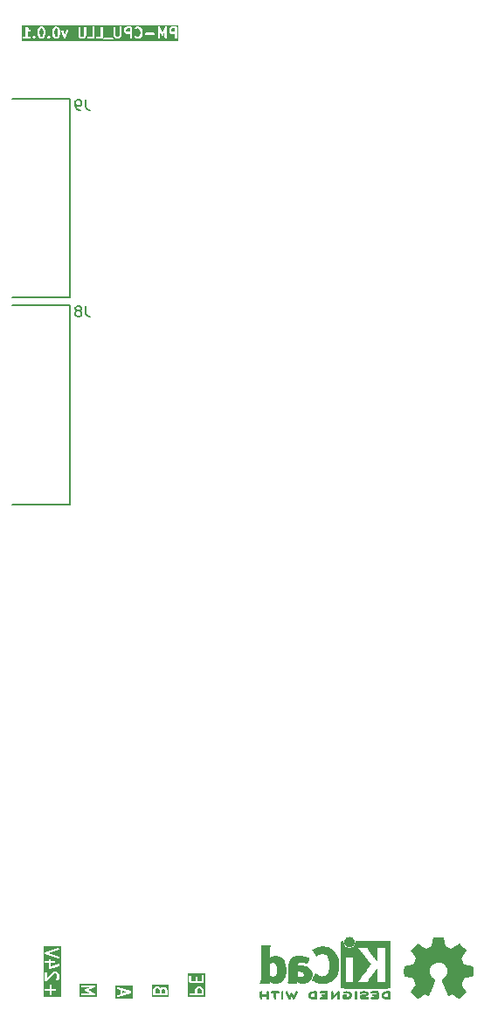
<source format=gbr>
%TF.GenerationSoftware,KiCad,Pcbnew,9.0.1*%
%TF.CreationDate,2025-05-24T14:12:46+03:00*%
%TF.ProjectId,PM-CPU_LLU,504d2d43-5055-45f4-9c4c-552e6b696361,rev?*%
%TF.SameCoordinates,Original*%
%TF.FileFunction,Legend,Bot*%
%TF.FilePolarity,Positive*%
%FSLAX46Y46*%
G04 Gerber Fmt 4.6, Leading zero omitted, Abs format (unit mm)*
G04 Created by KiCad (PCBNEW 9.0.1) date 2025-05-24 14:12:46*
%MOMM*%
%LPD*%
G01*
G04 APERTURE LIST*
%ADD10C,0.200000*%
%ADD11C,0.150000*%
%ADD12C,0.152400*%
%ADD13C,0.010000*%
G04 APERTURE END LIST*
D10*
G36*
X-29880040Y46417976D02*
G01*
X-29855371Y46393308D01*
X-29819918Y46322401D01*
X-29777947Y46154520D01*
X-29777947Y45941044D01*
X-29819918Y45773163D01*
X-29855371Y45702257D01*
X-29880040Y45677587D01*
X-29939649Y45647781D01*
X-29987673Y45647781D01*
X-30047283Y45677586D01*
X-30071950Y45702254D01*
X-30107405Y45773163D01*
X-30149375Y45941044D01*
X-30149375Y46154519D01*
X-30107405Y46322401D01*
X-30071951Y46393308D01*
X-30047283Y46417977D01*
X-29987673Y46447781D01*
X-29939649Y46447781D01*
X-29880040Y46417976D01*
G37*
G36*
X-28451469Y46417976D02*
G01*
X-28426800Y46393308D01*
X-28391347Y46322401D01*
X-28349376Y46154520D01*
X-28349376Y45941044D01*
X-28391347Y45773163D01*
X-28426800Y45702257D01*
X-28451469Y45677587D01*
X-28511078Y45647781D01*
X-28559102Y45647781D01*
X-28618712Y45677586D01*
X-28643379Y45702254D01*
X-28678834Y45773163D01*
X-28720804Y45941044D01*
X-28720804Y46154519D01*
X-28678834Y46322401D01*
X-28643380Y46393308D01*
X-28618712Y46417977D01*
X-28559102Y46447781D01*
X-28511078Y46447781D01*
X-28451469Y46417976D01*
G37*
G36*
X-21396994Y46123972D02*
G01*
X-21654339Y46123972D01*
X-21713949Y46153777D01*
X-21738617Y46178446D01*
X-21768422Y46238056D01*
X-21768422Y46333698D01*
X-21738617Y46393308D01*
X-21713949Y46417977D01*
X-21654339Y46447781D01*
X-21396994Y46447781D01*
X-21396994Y46123972D01*
G37*
G36*
X-17016042Y46123972D02*
G01*
X-17273387Y46123972D01*
X-17332997Y46153777D01*
X-17357665Y46178446D01*
X-17387470Y46238056D01*
X-17387470Y46333698D01*
X-17357665Y46393308D01*
X-17332997Y46417977D01*
X-17273387Y46447781D01*
X-17016042Y46447781D01*
X-17016042Y46123972D01*
G37*
G36*
X-16704931Y45241432D02*
G01*
X-31887136Y45241432D01*
X-31887136Y45567290D01*
X-31776025Y45567290D01*
X-31776025Y45528272D01*
X-31761093Y45492224D01*
X-31733503Y45464634D01*
X-31697455Y45449702D01*
X-31677946Y45447781D01*
X-31106518Y45447781D01*
X-31087009Y45449702D01*
X-31050961Y45464634D01*
X-31023371Y45492224D01*
X-31008439Y45528272D01*
X-31008439Y45567290D01*
X-31023371Y45603338D01*
X-31034942Y45614909D01*
X-30823645Y45614909D01*
X-30823645Y45575891D01*
X-30818055Y45562396D01*
X-30808713Y45539842D01*
X-30808709Y45539838D01*
X-30796277Y45524689D01*
X-30748658Y45477071D01*
X-30733505Y45464634D01*
X-30727092Y45461978D01*
X-30697456Y45449702D01*
X-30658438Y45449702D01*
X-30622390Y45464634D01*
X-30607236Y45477070D01*
X-30559618Y45524689D01*
X-30547181Y45539842D01*
X-30540429Y45556144D01*
X-30532250Y45575890D01*
X-30532249Y45614908D01*
X-30547180Y45650957D01*
X-30559617Y45666110D01*
X-30607236Y45713730D01*
X-30622389Y45726167D01*
X-30642881Y45734655D01*
X-30647017Y45736368D01*
X-30658438Y45741099D01*
X-30697456Y45741099D01*
X-30708014Y45736726D01*
X-30733504Y45726168D01*
X-30733505Y45726167D01*
X-30748659Y45713730D01*
X-30796277Y45666110D01*
X-30808714Y45650957D01*
X-30817673Y45629327D01*
X-30823645Y45614909D01*
X-31034942Y45614909D01*
X-31050961Y45630928D01*
X-31087009Y45645860D01*
X-31106518Y45647781D01*
X-31292232Y45647781D01*
X-31292232Y46258740D01*
X-31272467Y46238975D01*
X-31264801Y46232684D01*
X-31263068Y46230686D01*
X-31260057Y46228791D01*
X-31257313Y46226539D01*
X-31254876Y46225530D01*
X-31246477Y46220243D01*
X-31151240Y46172624D01*
X-31132931Y46165618D01*
X-31094011Y46162852D01*
X-31082080Y46166829D01*
X-30349375Y46166829D01*
X-30349375Y45928734D01*
X-30349040Y45925332D01*
X-30349257Y45923873D01*
X-30348178Y45916576D01*
X-30347454Y45909225D01*
X-30346890Y45907862D01*
X-30346389Y45904480D01*
X-30298770Y45714005D01*
X-30298257Y45712568D01*
X-30298205Y45711845D01*
X-30295097Y45703721D01*
X-30292175Y45695544D01*
X-30291745Y45694964D01*
X-30291199Y45693537D01*
X-30243580Y45598299D01*
X-30238297Y45589907D01*
X-30237285Y45587463D01*
X-30235029Y45584714D01*
X-30233137Y45581709D01*
X-30231143Y45579980D01*
X-30224848Y45572310D01*
X-30177230Y45524690D01*
X-30169562Y45518397D01*
X-30167830Y45516400D01*
X-30164822Y45514507D01*
X-30162076Y45512253D01*
X-30159636Y45511243D01*
X-30151239Y45505957D01*
X-30056002Y45458338D01*
X-30037693Y45451332D01*
X-30034110Y45451078D01*
X-30030789Y45449702D01*
X-30011280Y45447781D01*
X-29916042Y45447781D01*
X-29896533Y45449702D01*
X-29893213Y45451078D01*
X-29889629Y45451332D01*
X-29871321Y45458338D01*
X-29776083Y45505957D01*
X-29767688Y45511242D01*
X-29765246Y45512253D01*
X-29762499Y45514509D01*
X-29759493Y45516400D01*
X-29757763Y45518395D01*
X-29750093Y45524690D01*
X-29702474Y45572310D01*
X-29696182Y45579977D01*
X-29694185Y45581708D01*
X-29692292Y45584716D01*
X-29690037Y45587463D01*
X-29689026Y45589905D01*
X-29683742Y45598299D01*
X-29675437Y45614909D01*
X-29395074Y45614909D01*
X-29395074Y45575891D01*
X-29389484Y45562396D01*
X-29380142Y45539842D01*
X-29380138Y45539838D01*
X-29367706Y45524689D01*
X-29320087Y45477071D01*
X-29304934Y45464634D01*
X-29298521Y45461978D01*
X-29268885Y45449702D01*
X-29229867Y45449702D01*
X-29193819Y45464634D01*
X-29178665Y45477070D01*
X-29131047Y45524689D01*
X-29118610Y45539842D01*
X-29111858Y45556144D01*
X-29103679Y45575890D01*
X-29103678Y45614908D01*
X-29118609Y45650957D01*
X-29131046Y45666110D01*
X-29178665Y45713730D01*
X-29193818Y45726167D01*
X-29214310Y45734655D01*
X-29218446Y45736368D01*
X-29229867Y45741099D01*
X-29268885Y45741099D01*
X-29279443Y45736726D01*
X-29304933Y45726168D01*
X-29304934Y45726167D01*
X-29320088Y45713730D01*
X-29367706Y45666110D01*
X-29380143Y45650957D01*
X-29389102Y45629327D01*
X-29395074Y45614909D01*
X-29675437Y45614909D01*
X-29636123Y45693536D01*
X-29635577Y45694965D01*
X-29635147Y45695544D01*
X-29632226Y45703721D01*
X-29629117Y45711845D01*
X-29629066Y45712566D01*
X-29628552Y45714004D01*
X-29580933Y45904480D01*
X-29580433Y45907862D01*
X-29579868Y45909225D01*
X-29579145Y45916576D01*
X-29578065Y45923873D01*
X-29578283Y45925332D01*
X-29577947Y45928734D01*
X-29577947Y46166829D01*
X-28920804Y46166829D01*
X-28920804Y45928734D01*
X-28920469Y45925332D01*
X-28920686Y45923873D01*
X-28919607Y45916576D01*
X-28918883Y45909225D01*
X-28918319Y45907862D01*
X-28917818Y45904480D01*
X-28870199Y45714005D01*
X-28869686Y45712568D01*
X-28869634Y45711845D01*
X-28866526Y45703721D01*
X-28863604Y45695544D01*
X-28863174Y45694964D01*
X-28862628Y45693537D01*
X-28815009Y45598299D01*
X-28809726Y45589907D01*
X-28808714Y45587463D01*
X-28806458Y45584714D01*
X-28804566Y45581709D01*
X-28802572Y45579980D01*
X-28796277Y45572310D01*
X-28748659Y45524690D01*
X-28740991Y45518397D01*
X-28739259Y45516400D01*
X-28736251Y45514507D01*
X-28733505Y45512253D01*
X-28731065Y45511243D01*
X-28722668Y45505957D01*
X-28627431Y45458338D01*
X-28609122Y45451332D01*
X-28605539Y45451078D01*
X-28602218Y45449702D01*
X-28582709Y45447781D01*
X-28487471Y45447781D01*
X-28467962Y45449702D01*
X-28464642Y45451078D01*
X-28461058Y45451332D01*
X-28442750Y45458338D01*
X-28347512Y45505957D01*
X-28339117Y45511242D01*
X-28336675Y45512253D01*
X-28333928Y45514509D01*
X-28330922Y45516400D01*
X-28329192Y45518395D01*
X-28321522Y45524690D01*
X-28273903Y45572310D01*
X-28267611Y45579977D01*
X-28265614Y45581708D01*
X-28263721Y45584716D01*
X-28261466Y45587463D01*
X-28260455Y45589905D01*
X-28255171Y45598299D01*
X-28207552Y45693536D01*
X-28207006Y45694965D01*
X-28206576Y45695544D01*
X-28203655Y45703721D01*
X-28200546Y45711845D01*
X-28200495Y45712566D01*
X-28199981Y45714004D01*
X-28152362Y45904480D01*
X-28151862Y45907862D01*
X-28151297Y45909225D01*
X-28150574Y45916576D01*
X-28149494Y45923873D01*
X-28149712Y45925332D01*
X-28149376Y45928734D01*
X-28149376Y46166829D01*
X-28149712Y46170232D01*
X-28149494Y46171690D01*
X-28150574Y46178988D01*
X-28151297Y46186338D01*
X-28151862Y46187702D01*
X-28152362Y46191083D01*
X-28154550Y46199833D01*
X-28014969Y46199833D01*
X-28010216Y46180814D01*
X-27772121Y45514148D01*
X-27763751Y45496421D01*
X-27760381Y45492699D01*
X-27758233Y45488164D01*
X-27747382Y45478341D01*
X-27737564Y45467496D01*
X-27733032Y45465349D01*
X-27729307Y45461977D01*
X-27715517Y45457053D01*
X-27702302Y45450792D01*
X-27697292Y45450543D01*
X-27692562Y45448854D01*
X-27677941Y45449582D01*
X-27663332Y45448855D01*
X-27658607Y45450543D01*
X-27653592Y45450792D01*
X-27640366Y45457058D01*
X-27626587Y45461978D01*
X-27622867Y45465347D01*
X-27618330Y45467495D01*
X-27608508Y45478346D01*
X-27597661Y45488164D01*
X-27595514Y45492699D01*
X-27592143Y45496421D01*
X-27583773Y45514147D01*
X-27345678Y46180814D01*
X-27340925Y46199833D01*
X-27342863Y46238803D01*
X-27359566Y46274065D01*
X-27388492Y46300251D01*
X-27425237Y46313374D01*
X-27464207Y46311437D01*
X-27499469Y46294733D01*
X-27525656Y46265808D01*
X-27534026Y46248081D01*
X-27677947Y45845103D01*
X-27821868Y46248082D01*
X-27830238Y46265808D01*
X-27856425Y46294734D01*
X-27891687Y46311437D01*
X-27930657Y46313375D01*
X-27967402Y46300252D01*
X-27996328Y46274065D01*
X-28013031Y46238803D01*
X-28014969Y46199833D01*
X-28154550Y46199833D01*
X-28199981Y46381559D01*
X-28200495Y46382998D01*
X-28200546Y46383718D01*
X-28203655Y46391843D01*
X-28206576Y46400019D01*
X-28207006Y46400599D01*
X-28207552Y46402027D01*
X-28255171Y46497264D01*
X-28260457Y46505661D01*
X-28261467Y46508101D01*
X-28263721Y46510847D01*
X-28265614Y46513855D01*
X-28267612Y46515588D01*
X-28273904Y46523254D01*
X-28298430Y46547781D01*
X-26396994Y46547781D01*
X-26396994Y45738258D01*
X-26395073Y45718749D01*
X-26393698Y45715429D01*
X-26393443Y45711845D01*
X-26386437Y45693537D01*
X-26338818Y45598299D01*
X-26333535Y45589907D01*
X-26332523Y45587463D01*
X-26330267Y45584714D01*
X-26328375Y45581709D01*
X-26326381Y45579980D01*
X-26320086Y45572310D01*
X-26272468Y45524690D01*
X-26264800Y45518397D01*
X-26263068Y45516400D01*
X-26260060Y45514507D01*
X-26257314Y45512253D01*
X-26254874Y45511243D01*
X-26246477Y45505957D01*
X-26151240Y45458338D01*
X-26132931Y45451332D01*
X-26129348Y45451078D01*
X-26126027Y45449702D01*
X-26106518Y45447781D01*
X-25916042Y45447781D01*
X-25896533Y45449702D01*
X-25893213Y45451078D01*
X-25889629Y45451332D01*
X-25871321Y45458338D01*
X-25776083Y45505957D01*
X-25767688Y45511242D01*
X-25765246Y45512253D01*
X-25762499Y45514509D01*
X-25759493Y45516400D01*
X-25757763Y45518395D01*
X-25750093Y45524690D01*
X-25707494Y45567290D01*
X-25490311Y45567290D01*
X-25490311Y45528272D01*
X-25475379Y45492224D01*
X-25447789Y45464634D01*
X-25411741Y45449702D01*
X-25392232Y45447781D01*
X-24916042Y45447781D01*
X-24896533Y45449702D01*
X-24860485Y45464634D01*
X-24832895Y45492224D01*
X-24817963Y45528272D01*
X-24816042Y45547781D01*
X-24816042Y45567290D01*
X-24680787Y45567290D01*
X-24680787Y45528272D01*
X-24665855Y45492224D01*
X-24638265Y45464634D01*
X-24602217Y45449702D01*
X-24582708Y45447781D01*
X-24106518Y45447781D01*
X-24087009Y45449702D01*
X-24050961Y45464634D01*
X-24043543Y45472052D01*
X-23966501Y45472052D01*
X-23966501Y45433034D01*
X-23951569Y45396986D01*
X-23923979Y45369396D01*
X-23887931Y45354464D01*
X-23868422Y45352543D01*
X-23106517Y45352543D01*
X-23087008Y45354464D01*
X-23050960Y45369396D01*
X-23023370Y45396986D01*
X-23008438Y45433034D01*
X-23008438Y45472052D01*
X-23023370Y45508100D01*
X-23050960Y45535690D01*
X-23087008Y45550622D01*
X-23106517Y45552543D01*
X-23868422Y45552543D01*
X-23887931Y45550622D01*
X-23923979Y45535690D01*
X-23951569Y45508100D01*
X-23966501Y45472052D01*
X-24043543Y45472052D01*
X-24023371Y45492224D01*
X-24008439Y45528272D01*
X-24006518Y45547781D01*
X-24006518Y46547781D01*
X-22968422Y46547781D01*
X-22968422Y45738258D01*
X-22966501Y45718749D01*
X-22965126Y45715429D01*
X-22964871Y45711845D01*
X-22957865Y45693537D01*
X-22910246Y45598299D01*
X-22904963Y45589907D01*
X-22903951Y45587463D01*
X-22901695Y45584714D01*
X-22899803Y45581709D01*
X-22897809Y45579980D01*
X-22891514Y45572310D01*
X-22843896Y45524690D01*
X-22836228Y45518397D01*
X-22834496Y45516400D01*
X-22831488Y45514507D01*
X-22828742Y45512253D01*
X-22826302Y45511243D01*
X-22817905Y45505957D01*
X-22722668Y45458338D01*
X-22704359Y45451332D01*
X-22700776Y45451078D01*
X-22697455Y45449702D01*
X-22677946Y45447781D01*
X-22487470Y45447781D01*
X-22467961Y45449702D01*
X-22464641Y45451078D01*
X-22461057Y45451332D01*
X-22442749Y45458338D01*
X-22347511Y45505957D01*
X-22339116Y45511242D01*
X-22336674Y45512253D01*
X-22333927Y45514509D01*
X-22330921Y45516400D01*
X-22329191Y45518395D01*
X-22321521Y45524690D01*
X-22273902Y45572310D01*
X-22267610Y45579977D01*
X-22265613Y45581708D01*
X-22263720Y45584716D01*
X-22261465Y45587463D01*
X-22260454Y45589905D01*
X-22255170Y45598299D01*
X-22207551Y45693536D01*
X-22200545Y45711845D01*
X-22200291Y45715429D01*
X-22198915Y45718749D01*
X-22196994Y45738258D01*
X-22196994Y46357305D01*
X-21968422Y46357305D01*
X-21968422Y46214448D01*
X-21966501Y46194939D01*
X-21965126Y46191619D01*
X-21964871Y46188035D01*
X-21957865Y46169727D01*
X-21910246Y46074489D01*
X-21904961Y46066093D01*
X-21903950Y46063653D01*
X-21901697Y46060907D01*
X-21899803Y46057899D01*
X-21897809Y46056170D01*
X-21891514Y46048499D01*
X-21843895Y46000881D01*
X-21836229Y45994589D01*
X-21834496Y45992591D01*
X-21831488Y45990698D01*
X-21828742Y45988444D01*
X-21826302Y45987434D01*
X-21817905Y45982148D01*
X-21722668Y45934529D01*
X-21704359Y45927523D01*
X-21700776Y45927269D01*
X-21697455Y45925893D01*
X-21677946Y45923972D01*
X-21396994Y45923972D01*
X-21396994Y45547781D01*
X-21395073Y45528272D01*
X-21380141Y45492224D01*
X-21352551Y45464634D01*
X-21316503Y45449702D01*
X-21277485Y45449702D01*
X-21241437Y45464634D01*
X-21213847Y45492224D01*
X-21198915Y45528272D01*
X-21196994Y45547781D01*
X-21196994Y46472052D01*
X-20966501Y46472052D01*
X-20966501Y46433034D01*
X-20951569Y46396986D01*
X-20923979Y46369396D01*
X-20887931Y46354464D01*
X-20848913Y46354464D01*
X-20812865Y46369396D01*
X-20797711Y46381832D01*
X-20766785Y46412760D01*
X-20661720Y46447781D01*
X-20598935Y46447781D01*
X-20493871Y46412760D01*
X-20426798Y46345687D01*
X-20391346Y46274782D01*
X-20349375Y46106901D01*
X-20349375Y45988663D01*
X-20391346Y45820782D01*
X-20426799Y45749876D01*
X-20493870Y45682803D01*
X-20598935Y45647781D01*
X-20661720Y45647781D01*
X-20766785Y45682803D01*
X-20797711Y45713730D01*
X-20812864Y45726167D01*
X-20848912Y45741098D01*
X-20887930Y45741099D01*
X-20923979Y45726168D01*
X-20951569Y45698578D01*
X-20966500Y45662530D01*
X-20966501Y45623512D01*
X-20951570Y45587463D01*
X-20939133Y45572310D01*
X-20891515Y45524690D01*
X-20876361Y45512253D01*
X-20873042Y45510878D01*
X-20870326Y45508523D01*
X-20852426Y45500532D01*
X-20709569Y45452913D01*
X-20699897Y45450714D01*
X-20697455Y45449702D01*
X-20693918Y45449354D01*
X-20690454Y45448566D01*
X-20687820Y45448754D01*
X-20677946Y45447781D01*
X-20582708Y45447781D01*
X-20572835Y45448754D01*
X-20570201Y45448566D01*
X-20566738Y45449354D01*
X-20563199Y45449702D01*
X-20560757Y45450714D01*
X-20551085Y45452913D01*
X-20408229Y45500532D01*
X-20390328Y45508523D01*
X-20387613Y45510878D01*
X-20384293Y45512253D01*
X-20369140Y45524690D01*
X-20273902Y45619929D01*
X-20267610Y45627596D01*
X-20265613Y45629327D01*
X-20263720Y45632335D01*
X-20261465Y45635082D01*
X-20260454Y45637524D01*
X-20255170Y45645918D01*
X-20207551Y45741155D01*
X-20207005Y45742584D01*
X-20206575Y45743163D01*
X-20203654Y45751340D01*
X-20200545Y45759464D01*
X-20200494Y45760185D01*
X-20199980Y45761623D01*
X-20153325Y45948243D01*
X-19918882Y45948243D01*
X-19918882Y45909225D01*
X-19903950Y45873177D01*
X-19876360Y45845587D01*
X-19840312Y45830655D01*
X-19820803Y45828734D01*
X-19058899Y45828734D01*
X-19039390Y45830655D01*
X-19003342Y45845587D01*
X-18975752Y45873177D01*
X-18960820Y45909225D01*
X-18960820Y45948243D01*
X-18975752Y45984291D01*
X-19003342Y46011881D01*
X-19039390Y46026813D01*
X-19058899Y46028734D01*
X-19820803Y46028734D01*
X-19840312Y46026813D01*
X-19876360Y46011881D01*
X-19903950Y45984291D01*
X-19918882Y45948243D01*
X-20153325Y45948243D01*
X-20152361Y45952099D01*
X-20151861Y45955481D01*
X-20151296Y45956844D01*
X-20150573Y45964195D01*
X-20149493Y45971492D01*
X-20149711Y45972951D01*
X-20149375Y45976353D01*
X-20149375Y46119210D01*
X-20149711Y46122613D01*
X-20149493Y46124071D01*
X-20150573Y46131369D01*
X-20151296Y46138719D01*
X-20151861Y46140083D01*
X-20152361Y46143464D01*
X-20199980Y46333940D01*
X-20200494Y46335379D01*
X-20200545Y46336099D01*
X-20203654Y46344224D01*
X-20206575Y46352400D01*
X-20207005Y46352980D01*
X-20207551Y46354408D01*
X-20255170Y46449645D01*
X-20260457Y46458044D01*
X-20261466Y46460481D01*
X-20263718Y46463225D01*
X-20265613Y46466236D01*
X-20267611Y46467969D01*
X-20273902Y46475635D01*
X-20346048Y46547781D01*
X-18682708Y46547781D01*
X-18682708Y45547781D01*
X-18680787Y45528272D01*
X-18665855Y45492224D01*
X-18638265Y45464634D01*
X-18602217Y45449702D01*
X-18563199Y45449702D01*
X-18527151Y45464634D01*
X-18499561Y45492224D01*
X-18484629Y45528272D01*
X-18482708Y45547781D01*
X-18482708Y46097025D01*
X-18339993Y45791207D01*
X-18335761Y45784062D01*
X-18334881Y45781644D01*
X-18333316Y45779935D01*
X-18330002Y45774341D01*
X-18318792Y45764075D01*
X-18308530Y45752869D01*
X-18304505Y45750991D01*
X-18301227Y45747989D01*
X-18286945Y45742796D01*
X-18273172Y45736368D01*
X-18268733Y45736173D01*
X-18264558Y45734655D01*
X-18249375Y45735323D01*
X-18234192Y45734655D01*
X-18230019Y45736173D01*
X-18225577Y45736368D01*
X-18211793Y45742801D01*
X-18197523Y45747990D01*
X-18194250Y45750988D01*
X-18190220Y45752868D01*
X-18179951Y45764083D01*
X-18168748Y45774341D01*
X-18165437Y45779932D01*
X-18163868Y45781644D01*
X-18162988Y45784066D01*
X-18158757Y45791207D01*
X-18016042Y46097026D01*
X-18016042Y45547781D01*
X-18014121Y45528272D01*
X-17999189Y45492224D01*
X-17971599Y45464634D01*
X-17935551Y45449702D01*
X-17896533Y45449702D01*
X-17860485Y45464634D01*
X-17832895Y45492224D01*
X-17817963Y45528272D01*
X-17816042Y45547781D01*
X-17816042Y46357305D01*
X-17587470Y46357305D01*
X-17587470Y46214448D01*
X-17585549Y46194939D01*
X-17584174Y46191619D01*
X-17583919Y46188035D01*
X-17576913Y46169727D01*
X-17529294Y46074489D01*
X-17524009Y46066093D01*
X-17522998Y46063653D01*
X-17520745Y46060907D01*
X-17518851Y46057899D01*
X-17516857Y46056170D01*
X-17510562Y46048499D01*
X-17462943Y46000881D01*
X-17455277Y45994589D01*
X-17453544Y45992591D01*
X-17450536Y45990698D01*
X-17447790Y45988444D01*
X-17445350Y45987434D01*
X-17436953Y45982148D01*
X-17341716Y45934529D01*
X-17323407Y45927523D01*
X-17319824Y45927269D01*
X-17316503Y45925893D01*
X-17296994Y45923972D01*
X-17016042Y45923972D01*
X-17016042Y45547781D01*
X-17014121Y45528272D01*
X-16999189Y45492224D01*
X-16971599Y45464634D01*
X-16935551Y45449702D01*
X-16896533Y45449702D01*
X-16860485Y45464634D01*
X-16832895Y45492224D01*
X-16817963Y45528272D01*
X-16816042Y45547781D01*
X-16816042Y46547781D01*
X-16817963Y46567290D01*
X-16832895Y46603338D01*
X-16860485Y46630928D01*
X-16896533Y46645860D01*
X-16916042Y46647781D01*
X-17296994Y46647781D01*
X-17316503Y46645860D01*
X-17319824Y46644485D01*
X-17323407Y46644230D01*
X-17341716Y46637224D01*
X-17436953Y46589605D01*
X-17445350Y46584320D01*
X-17447790Y46583309D01*
X-17450536Y46581056D01*
X-17453544Y46579162D01*
X-17455277Y46577165D01*
X-17462943Y46570872D01*
X-17510562Y46523254D01*
X-17516857Y46515584D01*
X-17518851Y46513854D01*
X-17520745Y46510847D01*
X-17522998Y46508100D01*
X-17524009Y46505661D01*
X-17529294Y46497264D01*
X-17576913Y46402026D01*
X-17583919Y46383718D01*
X-17584174Y46380135D01*
X-17585549Y46376814D01*
X-17587470Y46357305D01*
X-17816042Y46357305D01*
X-17816042Y46547781D01*
X-17817305Y46560605D01*
X-17817201Y46562964D01*
X-17817662Y46564232D01*
X-17817963Y46567290D01*
X-17824604Y46583321D01*
X-17830535Y46599633D01*
X-17832042Y46601279D01*
X-17832895Y46603338D01*
X-17845157Y46615600D01*
X-17856887Y46628409D01*
X-17858911Y46629354D01*
X-17860485Y46630928D01*
X-17876501Y46637563D01*
X-17892244Y46644909D01*
X-17894474Y46645007D01*
X-17896533Y46645860D01*
X-17913885Y46645860D01*
X-17931225Y46646622D01*
X-17933321Y46645860D01*
X-17935551Y46645860D01*
X-17951582Y46639220D01*
X-17967894Y46633288D01*
X-17969540Y46631782D01*
X-17971599Y46630928D01*
X-17983867Y46618661D01*
X-17996669Y46606936D01*
X-17998236Y46604292D01*
X-17999189Y46603338D01*
X-18000093Y46601157D01*
X-18006660Y46590070D01*
X-18249376Y46069967D01*
X-18492090Y46590070D01*
X-18498658Y46601157D01*
X-18499561Y46603338D01*
X-18500515Y46604292D01*
X-18502081Y46606936D01*
X-18514878Y46618655D01*
X-18527151Y46630928D01*
X-18529213Y46631782D01*
X-18530856Y46633287D01*
X-18547158Y46639216D01*
X-18563199Y46645860D01*
X-18565430Y46645860D01*
X-18567525Y46646622D01*
X-18584865Y46645860D01*
X-18602217Y46645860D01*
X-18604277Y46645007D01*
X-18606505Y46644909D01*
X-18622236Y46637568D01*
X-18638265Y46630928D01*
X-18639842Y46629352D01*
X-18641863Y46628408D01*
X-18653582Y46615612D01*
X-18665855Y46603338D01*
X-18666709Y46601277D01*
X-18668214Y46599633D01*
X-18674143Y46583332D01*
X-18680787Y46567290D01*
X-18681089Y46564232D01*
X-18681549Y46562964D01*
X-18681446Y46560605D01*
X-18682708Y46547781D01*
X-20346048Y46547781D01*
X-20369140Y46570873D01*
X-20384294Y46583309D01*
X-20387613Y46584684D01*
X-20390328Y46587039D01*
X-20408229Y46595030D01*
X-20551085Y46642649D01*
X-20560757Y46644849D01*
X-20563199Y46645860D01*
X-20566738Y46646209D01*
X-20570201Y46646996D01*
X-20572835Y46646809D01*
X-20582708Y46647781D01*
X-20677946Y46647781D01*
X-20687820Y46646809D01*
X-20690454Y46646996D01*
X-20693918Y46646209D01*
X-20697455Y46645860D01*
X-20699897Y46644849D01*
X-20709569Y46642649D01*
X-20852426Y46595030D01*
X-20870326Y46587039D01*
X-20873042Y46584684D01*
X-20876361Y46583309D01*
X-20891514Y46570872D01*
X-20939133Y46523254D01*
X-20951569Y46508100D01*
X-20966501Y46472052D01*
X-21196994Y46472052D01*
X-21196994Y46547781D01*
X-21198915Y46567290D01*
X-21213847Y46603338D01*
X-21241437Y46630928D01*
X-21277485Y46645860D01*
X-21296994Y46647781D01*
X-21677946Y46647781D01*
X-21697455Y46645860D01*
X-21700776Y46644485D01*
X-21704359Y46644230D01*
X-21722668Y46637224D01*
X-21817905Y46589605D01*
X-21826302Y46584320D01*
X-21828742Y46583309D01*
X-21831488Y46581056D01*
X-21834496Y46579162D01*
X-21836229Y46577165D01*
X-21843895Y46570872D01*
X-21891514Y46523254D01*
X-21897809Y46515584D01*
X-21899803Y46513854D01*
X-21901697Y46510847D01*
X-21903950Y46508100D01*
X-21904961Y46505661D01*
X-21910246Y46497264D01*
X-21957865Y46402026D01*
X-21964871Y46383718D01*
X-21965126Y46380135D01*
X-21966501Y46376814D01*
X-21968422Y46357305D01*
X-22196994Y46357305D01*
X-22196994Y46547781D01*
X-22198915Y46567290D01*
X-22213847Y46603338D01*
X-22241437Y46630928D01*
X-22277485Y46645860D01*
X-22316503Y46645860D01*
X-22352551Y46630928D01*
X-22380141Y46603338D01*
X-22395073Y46567290D01*
X-22396994Y46547781D01*
X-22396994Y45761865D01*
X-22426799Y45702257D01*
X-22451468Y45677587D01*
X-22511077Y45647781D01*
X-22654339Y45647781D01*
X-22713949Y45677586D01*
X-22738616Y45702254D01*
X-22768422Y45761866D01*
X-22768422Y46547781D01*
X-22770343Y46567290D01*
X-22785275Y46603338D01*
X-22812865Y46630928D01*
X-22848913Y46645860D01*
X-22887931Y46645860D01*
X-22923979Y46630928D01*
X-22951569Y46603338D01*
X-22966501Y46567290D01*
X-22968422Y46547781D01*
X-24006518Y46547781D01*
X-24008439Y46567290D01*
X-24023371Y46603338D01*
X-24050961Y46630928D01*
X-24087009Y46645860D01*
X-24126027Y46645860D01*
X-24162075Y46630928D01*
X-24189665Y46603338D01*
X-24204597Y46567290D01*
X-24206518Y46547781D01*
X-24206518Y45647781D01*
X-24582708Y45647781D01*
X-24602217Y45645860D01*
X-24638265Y45630928D01*
X-24665855Y45603338D01*
X-24680787Y45567290D01*
X-24816042Y45567290D01*
X-24816042Y46547781D01*
X-24817963Y46567290D01*
X-24832895Y46603338D01*
X-24860485Y46630928D01*
X-24896533Y46645860D01*
X-24935551Y46645860D01*
X-24971599Y46630928D01*
X-24999189Y46603338D01*
X-25014121Y46567290D01*
X-25016042Y46547781D01*
X-25016042Y45647781D01*
X-25392232Y45647781D01*
X-25411741Y45645860D01*
X-25447789Y45630928D01*
X-25475379Y45603338D01*
X-25490311Y45567290D01*
X-25707494Y45567290D01*
X-25702474Y45572310D01*
X-25696182Y45579977D01*
X-25694185Y45581708D01*
X-25692292Y45584716D01*
X-25690037Y45587463D01*
X-25689026Y45589905D01*
X-25683742Y45598299D01*
X-25636123Y45693536D01*
X-25629117Y45711845D01*
X-25628863Y45715429D01*
X-25627487Y45718749D01*
X-25625566Y45738258D01*
X-25625566Y46547781D01*
X-25627487Y46567290D01*
X-25642419Y46603338D01*
X-25670009Y46630928D01*
X-25706057Y46645860D01*
X-25745075Y46645860D01*
X-25781123Y46630928D01*
X-25808713Y46603338D01*
X-25823645Y46567290D01*
X-25825566Y46547781D01*
X-25825566Y45761865D01*
X-25855371Y45702257D01*
X-25880040Y45677587D01*
X-25939649Y45647781D01*
X-26082911Y45647781D01*
X-26142521Y45677586D01*
X-26167188Y45702254D01*
X-26196994Y45761866D01*
X-26196994Y46547781D01*
X-26198915Y46567290D01*
X-26213847Y46603338D01*
X-26241437Y46630928D01*
X-26277485Y46645860D01*
X-26316503Y46645860D01*
X-26352551Y46630928D01*
X-26380141Y46603338D01*
X-26395073Y46567290D01*
X-26396994Y46547781D01*
X-28298430Y46547781D01*
X-28321522Y46570873D01*
X-28329193Y46577168D01*
X-28330922Y46579162D01*
X-28333930Y46581056D01*
X-28336676Y46583309D01*
X-28339116Y46584320D01*
X-28347512Y46589605D01*
X-28442750Y46637224D01*
X-28461058Y46644230D01*
X-28464642Y46644485D01*
X-28467962Y46645860D01*
X-28487471Y46647781D01*
X-28582709Y46647781D01*
X-28602218Y46645860D01*
X-28605539Y46644485D01*
X-28609122Y46644230D01*
X-28627431Y46637224D01*
X-28722668Y46589605D01*
X-28731065Y46584320D01*
X-28733505Y46583309D01*
X-28736251Y46581056D01*
X-28739259Y46579162D01*
X-28740992Y46577165D01*
X-28748658Y46570872D01*
X-28796277Y46523254D01*
X-28802572Y46515584D01*
X-28804566Y46513854D01*
X-28806460Y46510847D01*
X-28808713Y46508100D01*
X-28809724Y46505661D01*
X-28815009Y46497264D01*
X-28862628Y46402026D01*
X-28863174Y46400600D01*
X-28863604Y46400019D01*
X-28866526Y46391843D01*
X-28869634Y46383718D01*
X-28869686Y46382996D01*
X-28870199Y46381558D01*
X-28917818Y46191083D01*
X-28918319Y46187702D01*
X-28918883Y46186338D01*
X-28919607Y46178988D01*
X-28920686Y46171690D01*
X-28920469Y46170232D01*
X-28920804Y46166829D01*
X-29577947Y46166829D01*
X-29578283Y46170232D01*
X-29578065Y46171690D01*
X-29579145Y46178988D01*
X-29579868Y46186338D01*
X-29580433Y46187702D01*
X-29580933Y46191083D01*
X-29628552Y46381559D01*
X-29629066Y46382998D01*
X-29629117Y46383718D01*
X-29632226Y46391843D01*
X-29635147Y46400019D01*
X-29635577Y46400599D01*
X-29636123Y46402027D01*
X-29683742Y46497264D01*
X-29689028Y46505661D01*
X-29690038Y46508101D01*
X-29692292Y46510847D01*
X-29694185Y46513855D01*
X-29696183Y46515588D01*
X-29702475Y46523254D01*
X-29750093Y46570873D01*
X-29757764Y46577168D01*
X-29759493Y46579162D01*
X-29762501Y46581056D01*
X-29765247Y46583309D01*
X-29767687Y46584320D01*
X-29776083Y46589605D01*
X-29871321Y46637224D01*
X-29889629Y46644230D01*
X-29893213Y46644485D01*
X-29896533Y46645860D01*
X-29916042Y46647781D01*
X-30011280Y46647781D01*
X-30030789Y46645860D01*
X-30034110Y46644485D01*
X-30037693Y46644230D01*
X-30056002Y46637224D01*
X-30151239Y46589605D01*
X-30159636Y46584320D01*
X-30162076Y46583309D01*
X-30164822Y46581056D01*
X-30167830Y46579162D01*
X-30169563Y46577165D01*
X-30177229Y46570872D01*
X-30224848Y46523254D01*
X-30231143Y46515584D01*
X-30233137Y46513854D01*
X-30235031Y46510847D01*
X-30237284Y46508100D01*
X-30238295Y46505661D01*
X-30243580Y46497264D01*
X-30291199Y46402026D01*
X-30291745Y46400600D01*
X-30292175Y46400019D01*
X-30295097Y46391843D01*
X-30298205Y46383718D01*
X-30298257Y46382996D01*
X-30298770Y46381558D01*
X-30346389Y46191083D01*
X-30346890Y46187702D01*
X-30347454Y46186338D01*
X-30348178Y46178988D01*
X-30349257Y46171690D01*
X-30349040Y46170232D01*
X-30349375Y46166829D01*
X-31082080Y46166829D01*
X-31056995Y46175191D01*
X-31027518Y46200756D01*
X-31010069Y46235654D01*
X-31007304Y46274574D01*
X-31019642Y46311590D01*
X-31045207Y46341067D01*
X-31061797Y46351510D01*
X-31142519Y46391871D01*
X-31219283Y46468635D01*
X-31309027Y46603251D01*
X-31309072Y46603306D01*
X-31309085Y46603338D01*
X-31309159Y46603412D01*
X-31321447Y46618418D01*
X-31329676Y46623929D01*
X-31336675Y46630928D01*
X-31345727Y46634678D01*
X-31353867Y46640129D01*
X-31363575Y46642071D01*
X-31372723Y46645860D01*
X-31382522Y46645860D01*
X-31392127Y46647781D01*
X-31401838Y46645860D01*
X-31411741Y46645860D01*
X-31420794Y46642111D01*
X-31430404Y46640209D01*
X-31438643Y46634717D01*
X-31447789Y46630928D01*
X-31454716Y46624002D01*
X-31462869Y46618566D01*
X-31468380Y46610338D01*
X-31475379Y46603338D01*
X-31479129Y46594287D01*
X-31484580Y46586146D01*
X-31486522Y46576439D01*
X-31490311Y46567290D01*
X-31492212Y46547988D01*
X-31492232Y46547886D01*
X-31492226Y46547852D01*
X-31492232Y46547781D01*
X-31492232Y45647781D01*
X-31677946Y45647781D01*
X-31697455Y45645860D01*
X-31733503Y45630928D01*
X-31761093Y45603338D01*
X-31776025Y45567290D01*
X-31887136Y45567290D01*
X-31887136Y46758892D01*
X-16704931Y46758892D01*
X-16704931Y45241432D01*
G37*
G36*
X-21660970Y-46854136D02*
G01*
X-22101886Y-47001108D01*
X-22101886Y-46707164D01*
X-21660970Y-46854136D01*
G37*
G36*
X-21112195Y-47486684D02*
G01*
X-22777291Y-47486684D01*
X-22777291Y-46441629D01*
X-22643958Y-46441629D01*
X-22641192Y-46480549D01*
X-22623742Y-46515448D01*
X-22594266Y-46541013D01*
X-22576366Y-46549004D01*
X-22301886Y-46640497D01*
X-22301886Y-47067774D01*
X-22576366Y-47159268D01*
X-22594266Y-47167259D01*
X-22623742Y-47192824D01*
X-22641192Y-47227723D01*
X-22643958Y-47266643D01*
X-22631620Y-47303659D01*
X-22606055Y-47333135D01*
X-22571156Y-47350585D01*
X-22532236Y-47353351D01*
X-22513120Y-47349004D01*
X-21313120Y-46949004D01*
X-21295220Y-46941013D01*
X-21289820Y-46936328D01*
X-21283432Y-46933135D01*
X-21275219Y-46923665D01*
X-21265744Y-46915448D01*
X-21262550Y-46909058D01*
X-21257866Y-46903659D01*
X-21253901Y-46891761D01*
X-21248294Y-46880549D01*
X-21247788Y-46873421D01*
X-21245528Y-46866643D01*
X-21246417Y-46854136D01*
X-21245528Y-46841629D01*
X-21247788Y-46834850D01*
X-21248294Y-46827723D01*
X-21253901Y-46816510D01*
X-21257866Y-46804613D01*
X-21262550Y-46799213D01*
X-21265744Y-46792824D01*
X-21275219Y-46784606D01*
X-21283432Y-46775137D01*
X-21289820Y-46771943D01*
X-21295220Y-46767259D01*
X-21313120Y-46759268D01*
X-22513120Y-46359268D01*
X-22532236Y-46354921D01*
X-22571156Y-46357687D01*
X-22606055Y-46375137D01*
X-22631620Y-46404613D01*
X-22643958Y-46441629D01*
X-22777291Y-46441629D01*
X-22777291Y-46221588D01*
X-21112195Y-46221588D01*
X-21112195Y-47486684D01*
G37*
G36*
X-28055052Y-47314119D02*
G01*
X-29778076Y-47314119D01*
X-29778076Y-46606055D01*
X-29642822Y-46606055D01*
X-29642822Y-46645073D01*
X-29627890Y-46681121D01*
X-29600300Y-46708711D01*
X-29564252Y-46723643D01*
X-29544743Y-46725564D01*
X-29187600Y-46725564D01*
X-29187600Y-47082707D01*
X-29185679Y-47102216D01*
X-29170747Y-47138264D01*
X-29143157Y-47165854D01*
X-29107109Y-47180786D01*
X-29068091Y-47180786D01*
X-29032043Y-47165854D01*
X-29004453Y-47138264D01*
X-28989521Y-47102216D01*
X-28987600Y-47082707D01*
X-28987600Y-46725564D01*
X-28630458Y-46725564D01*
X-28610949Y-46723643D01*
X-28574901Y-46708711D01*
X-28547311Y-46681121D01*
X-28532379Y-46645073D01*
X-28532379Y-46606055D01*
X-28547311Y-46570007D01*
X-28574901Y-46542417D01*
X-28610949Y-46527485D01*
X-28630458Y-46525564D01*
X-28987600Y-46525564D01*
X-28987600Y-46168422D01*
X-28989521Y-46148913D01*
X-29004453Y-46112865D01*
X-29032043Y-46085275D01*
X-29068091Y-46070343D01*
X-29107109Y-46070343D01*
X-29143157Y-46085275D01*
X-29170747Y-46112865D01*
X-29185679Y-46148913D01*
X-29187600Y-46168422D01*
X-29187600Y-46525564D01*
X-29544743Y-46525564D01*
X-29564252Y-46527485D01*
X-29600300Y-46542417D01*
X-29627890Y-46570007D01*
X-29642822Y-46606055D01*
X-29778076Y-46606055D01*
X-29778076Y-44968422D01*
X-29644743Y-44968422D01*
X-29644743Y-45711279D01*
X-29642822Y-45730788D01*
X-29627890Y-45766836D01*
X-29600300Y-45794426D01*
X-29564252Y-45809358D01*
X-29525234Y-45809358D01*
X-29489186Y-45794426D01*
X-29474032Y-45781990D01*
X-28805010Y-45112967D01*
X-28671373Y-45068422D01*
X-28596922Y-45068422D01*
X-28518266Y-45107750D01*
X-28484073Y-45141942D01*
X-28444743Y-45220599D01*
X-28444743Y-45459101D01*
X-28484073Y-45537758D01*
X-28529740Y-45583425D01*
X-28542176Y-45598579D01*
X-28557108Y-45634627D01*
X-28557108Y-45673645D01*
X-28542176Y-45709693D01*
X-28514586Y-45737283D01*
X-28478538Y-45752215D01*
X-28439520Y-45752215D01*
X-28403472Y-45737283D01*
X-28388318Y-45724847D01*
X-28331176Y-45667704D01*
X-28324884Y-45660037D01*
X-28322886Y-45658305D01*
X-28320992Y-45655295D01*
X-28318739Y-45652551D01*
X-28317729Y-45650112D01*
X-28312443Y-45641715D01*
X-28255300Y-45527429D01*
X-28248294Y-45509121D01*
X-28248040Y-45505537D01*
X-28246664Y-45502217D01*
X-28244743Y-45482708D01*
X-28244743Y-45196993D01*
X-28246664Y-45177484D01*
X-28248040Y-45174163D01*
X-28248294Y-45170580D01*
X-28255300Y-45152272D01*
X-28312443Y-45037986D01*
X-28317729Y-45029588D01*
X-28318739Y-45027150D01*
X-28320992Y-45024405D01*
X-28322886Y-45021396D01*
X-28324884Y-45019663D01*
X-28331176Y-45011997D01*
X-28388318Y-44954854D01*
X-28395985Y-44948562D01*
X-28397717Y-44946565D01*
X-28400729Y-44944669D01*
X-28403472Y-44942418D01*
X-28405909Y-44941408D01*
X-28414307Y-44936122D01*
X-28528594Y-44878979D01*
X-28546902Y-44871973D01*
X-28550486Y-44871718D01*
X-28553806Y-44870343D01*
X-28573315Y-44868422D01*
X-28687600Y-44868422D01*
X-28697474Y-44869394D01*
X-28700107Y-44869207D01*
X-28703571Y-44869994D01*
X-28707109Y-44870343D01*
X-28709552Y-44871354D01*
X-28719223Y-44873554D01*
X-28890652Y-44930697D01*
X-28908552Y-44938688D01*
X-28911268Y-44941043D01*
X-28914586Y-44942418D01*
X-28929740Y-44954854D01*
X-29444743Y-45469857D01*
X-29444743Y-44968422D01*
X-29446664Y-44948913D01*
X-29461596Y-44912865D01*
X-29489186Y-44885275D01*
X-29525234Y-44870343D01*
X-29564252Y-44870343D01*
X-29600300Y-44885275D01*
X-29627890Y-44912865D01*
X-29642822Y-44948913D01*
X-29644743Y-44968422D01*
X-29778076Y-44968422D01*
X-29778076Y-43920342D01*
X-29642822Y-43920342D01*
X-29642822Y-43959360D01*
X-29627890Y-43995408D01*
X-29600300Y-44022998D01*
X-29564252Y-44037930D01*
X-29544743Y-44039851D01*
X-29244743Y-44039851D01*
X-29244743Y-44511279D01*
X-29243771Y-44521152D01*
X-29243958Y-44523786D01*
X-29243325Y-44525687D01*
X-29242822Y-44530788D01*
X-29236690Y-44545592D01*
X-29231620Y-44560802D01*
X-29229265Y-44563517D01*
X-29227890Y-44566836D01*
X-29216560Y-44578166D01*
X-29206055Y-44590278D01*
X-29202841Y-44591885D01*
X-29200300Y-44594426D01*
X-29185492Y-44600560D01*
X-29171156Y-44607728D01*
X-29167573Y-44607982D01*
X-29164252Y-44609358D01*
X-29148220Y-44609358D01*
X-29132236Y-44610494D01*
X-29127240Y-44609358D01*
X-29125234Y-44609358D01*
X-29122792Y-44608346D01*
X-29113120Y-44606147D01*
X-28255977Y-44320433D01*
X-28238077Y-44312442D01*
X-28208601Y-44286877D01*
X-28191151Y-44251978D01*
X-28188385Y-44213058D01*
X-28200723Y-44176042D01*
X-28226288Y-44146566D01*
X-28261187Y-44129116D01*
X-28300107Y-44126350D01*
X-28319223Y-44130697D01*
X-29044743Y-44372536D01*
X-29044743Y-44039851D01*
X-28744743Y-44039851D01*
X-28725234Y-44037930D01*
X-28689186Y-44022998D01*
X-28661596Y-43995408D01*
X-28646664Y-43959360D01*
X-28646664Y-43920342D01*
X-28661596Y-43884294D01*
X-28689186Y-43856704D01*
X-28725234Y-43841772D01*
X-28744743Y-43839851D01*
X-29044743Y-43839851D01*
X-29044743Y-43768422D01*
X-29046664Y-43748913D01*
X-29061596Y-43712865D01*
X-29089186Y-43685275D01*
X-29125234Y-43670343D01*
X-29164252Y-43670343D01*
X-29200300Y-43685275D01*
X-29227890Y-43712865D01*
X-29242822Y-43748913D01*
X-29244743Y-43768422D01*
X-29244743Y-43839851D01*
X-29544743Y-43839851D01*
X-29564252Y-43841772D01*
X-29600300Y-43856704D01*
X-29627890Y-43884294D01*
X-29642822Y-43920342D01*
X-29778076Y-43920342D01*
X-29778076Y-43070201D01*
X-29643958Y-43070201D01*
X-29643070Y-43082708D01*
X-29643958Y-43095215D01*
X-29641699Y-43101993D01*
X-29641192Y-43109121D01*
X-29635586Y-43120333D01*
X-29631620Y-43132231D01*
X-29626937Y-43137630D01*
X-29623742Y-43144020D01*
X-29614271Y-43152235D01*
X-29606055Y-43161707D01*
X-29599666Y-43164901D01*
X-29594266Y-43169585D01*
X-29576366Y-43177576D01*
X-28376366Y-43577576D01*
X-28357251Y-43581923D01*
X-28318330Y-43579157D01*
X-28283432Y-43561707D01*
X-28257866Y-43532231D01*
X-28245528Y-43495215D01*
X-28248294Y-43456295D01*
X-28265744Y-43421396D01*
X-28295220Y-43395831D01*
X-28313120Y-43387840D01*
X-29228516Y-43082708D01*
X-28313120Y-42777576D01*
X-28295220Y-42769585D01*
X-28265744Y-42744020D01*
X-28248294Y-42709121D01*
X-28245528Y-42670201D01*
X-28257866Y-42633185D01*
X-28283432Y-42603709D01*
X-28318330Y-42586259D01*
X-28357251Y-42583493D01*
X-28376366Y-42587840D01*
X-29576366Y-42987840D01*
X-29594266Y-42995831D01*
X-29599666Y-43000514D01*
X-29606055Y-43003709D01*
X-29614271Y-43013180D01*
X-29623742Y-43021396D01*
X-29626937Y-43027785D01*
X-29631620Y-43033185D01*
X-29635586Y-43045082D01*
X-29641192Y-43056295D01*
X-29641699Y-43063422D01*
X-29643958Y-43070201D01*
X-29778076Y-43070201D01*
X-29778076Y-42450160D01*
X-28055052Y-42450160D01*
X-28055052Y-47314119D01*
G37*
G36*
X-14518266Y-46536321D02*
G01*
X-14484073Y-46570513D01*
X-14444743Y-46649170D01*
X-14444743Y-46982707D01*
X-14873315Y-46982707D01*
X-14873315Y-46649172D01*
X-14833987Y-46570515D01*
X-14799794Y-46536321D01*
X-14721135Y-46496993D01*
X-14596922Y-46496993D01*
X-14518266Y-46536321D01*
G37*
G36*
X-14111410Y-47316040D02*
G01*
X-15778076Y-47316040D01*
X-15778076Y-47063198D01*
X-15642822Y-47063198D01*
X-15642822Y-47102216D01*
X-15627890Y-47138264D01*
X-15600300Y-47165854D01*
X-15564252Y-47180786D01*
X-15544743Y-47182707D01*
X-14344743Y-47182707D01*
X-14325234Y-47180786D01*
X-14289186Y-47165854D01*
X-14261596Y-47138264D01*
X-14246664Y-47102216D01*
X-14244743Y-47082707D01*
X-14244743Y-46625564D01*
X-14246664Y-46606055D01*
X-14248040Y-46602734D01*
X-14248294Y-46599151D01*
X-14255300Y-46580843D01*
X-14312443Y-46466557D01*
X-14317729Y-46458159D01*
X-14318739Y-46455721D01*
X-14320992Y-46452976D01*
X-14322886Y-46449967D01*
X-14324884Y-46448234D01*
X-14331176Y-46440568D01*
X-14388318Y-46383425D01*
X-14395985Y-46377133D01*
X-14397717Y-46375136D01*
X-14400729Y-46373240D01*
X-14403472Y-46370989D01*
X-14405909Y-46369979D01*
X-14414307Y-46364693D01*
X-14528594Y-46307550D01*
X-14546902Y-46300544D01*
X-14550486Y-46300289D01*
X-14553806Y-46298914D01*
X-14573315Y-46296993D01*
X-14744743Y-46296993D01*
X-14764252Y-46298914D01*
X-14767573Y-46300289D01*
X-14771156Y-46300544D01*
X-14789464Y-46307550D01*
X-14903750Y-46364693D01*
X-14912147Y-46369978D01*
X-14914587Y-46370989D01*
X-14917333Y-46373242D01*
X-14920341Y-46375136D01*
X-14922074Y-46377133D01*
X-14929740Y-46383426D01*
X-14986883Y-46440568D01*
X-14993175Y-46448234D01*
X-14995172Y-46449967D01*
X-14997068Y-46452978D01*
X-14999319Y-46455722D01*
X-15000330Y-46458160D01*
X-15005614Y-46466557D01*
X-15062758Y-46580842D01*
X-15069764Y-46599151D01*
X-15070019Y-46602734D01*
X-15071394Y-46606055D01*
X-15073315Y-46625564D01*
X-15073315Y-46982707D01*
X-15544743Y-46982707D01*
X-15564252Y-46984628D01*
X-15600300Y-46999560D01*
X-15627890Y-47027150D01*
X-15642822Y-47063198D01*
X-15778076Y-47063198D01*
X-15778076Y-45311279D01*
X-15644743Y-45311279D01*
X-15644743Y-45882707D01*
X-15642822Y-45902216D01*
X-15627890Y-45938264D01*
X-15600300Y-45965854D01*
X-15564252Y-45980786D01*
X-15544743Y-45982707D01*
X-14344743Y-45982707D01*
X-14325234Y-45980786D01*
X-14289186Y-45965854D01*
X-14261596Y-45938264D01*
X-14246664Y-45902216D01*
X-14244743Y-45882707D01*
X-14244743Y-45311279D01*
X-14246664Y-45291770D01*
X-14261596Y-45255722D01*
X-14289186Y-45228132D01*
X-14325234Y-45213200D01*
X-14364252Y-45213200D01*
X-14400300Y-45228132D01*
X-14427890Y-45255722D01*
X-14442822Y-45291770D01*
X-14444743Y-45311279D01*
X-14444743Y-45782707D01*
X-14816172Y-45782707D01*
X-14816172Y-45482707D01*
X-14818093Y-45463198D01*
X-14833025Y-45427150D01*
X-14860615Y-45399560D01*
X-14896663Y-45384628D01*
X-14935681Y-45384628D01*
X-14971729Y-45399560D01*
X-14999319Y-45427150D01*
X-15014251Y-45463198D01*
X-15016172Y-45482707D01*
X-15016172Y-45782707D01*
X-15444743Y-45782707D01*
X-15444743Y-45311279D01*
X-15446664Y-45291770D01*
X-15461596Y-45255722D01*
X-15489186Y-45228132D01*
X-15525234Y-45213200D01*
X-15564252Y-45213200D01*
X-15600300Y-45228132D01*
X-15627890Y-45255722D01*
X-15642822Y-45291770D01*
X-15644743Y-45311279D01*
X-15778076Y-45311279D01*
X-15778076Y-45079867D01*
X-14111410Y-45079867D01*
X-14111410Y-47316040D01*
G37*
G36*
X-18589695Y-46536321D02*
G01*
X-18560718Y-46565297D01*
X-18516172Y-46698934D01*
X-18516172Y-46982707D01*
X-18944743Y-46982707D01*
X-18944743Y-46649172D01*
X-18905414Y-46570514D01*
X-18871222Y-46536321D01*
X-18792564Y-46496993D01*
X-18668351Y-46496993D01*
X-18589695Y-46536321D01*
G37*
G36*
X-18018266Y-46593464D02*
G01*
X-17984073Y-46627656D01*
X-17944743Y-46706313D01*
X-17944743Y-46982707D01*
X-18316172Y-46982707D01*
X-18316172Y-46706315D01*
X-18276844Y-46627658D01*
X-18242651Y-46593464D01*
X-18163992Y-46554136D01*
X-18096922Y-46554136D01*
X-18018266Y-46593464D01*
G37*
G36*
X-17611410Y-47316040D02*
G01*
X-19278076Y-47316040D01*
X-19278076Y-46625564D01*
X-19144743Y-46625564D01*
X-19144743Y-47082707D01*
X-19142822Y-47102216D01*
X-19127890Y-47138264D01*
X-19100300Y-47165854D01*
X-19064252Y-47180786D01*
X-19044743Y-47182707D01*
X-17844743Y-47182707D01*
X-17825234Y-47180786D01*
X-17789186Y-47165854D01*
X-17761596Y-47138264D01*
X-17746664Y-47102216D01*
X-17744743Y-47082707D01*
X-17744743Y-46682707D01*
X-17746664Y-46663198D01*
X-17748040Y-46659877D01*
X-17748294Y-46656294D01*
X-17755300Y-46637986D01*
X-17812443Y-46523700D01*
X-17817729Y-46515302D01*
X-17818739Y-46512864D01*
X-17820992Y-46510119D01*
X-17822886Y-46507110D01*
X-17824884Y-46505377D01*
X-17831176Y-46497711D01*
X-17888318Y-46440568D01*
X-17895985Y-46434276D01*
X-17897717Y-46432279D01*
X-17900729Y-46430383D01*
X-17903472Y-46428132D01*
X-17905909Y-46427122D01*
X-17914307Y-46421836D01*
X-18028594Y-46364693D01*
X-18046902Y-46357687D01*
X-18050486Y-46357432D01*
X-18053806Y-46356057D01*
X-18073315Y-46354136D01*
X-18187600Y-46354136D01*
X-18207109Y-46356057D01*
X-18210430Y-46357432D01*
X-18214013Y-46357687D01*
X-18232321Y-46364693D01*
X-18346607Y-46421836D01*
X-18355004Y-46427121D01*
X-18357444Y-46428132D01*
X-18360190Y-46430385D01*
X-18363198Y-46432279D01*
X-18364931Y-46434276D01*
X-18372597Y-46440569D01*
X-18389460Y-46457431D01*
X-18390168Y-46455721D01*
X-18402605Y-46440568D01*
X-18459747Y-46383425D01*
X-18467414Y-46377133D01*
X-18469146Y-46375136D01*
X-18472158Y-46373240D01*
X-18474901Y-46370989D01*
X-18477340Y-46369978D01*
X-18485736Y-46364694D01*
X-18600021Y-46307550D01*
X-18618330Y-46300544D01*
X-18621914Y-46300289D01*
X-18625234Y-46298914D01*
X-18644743Y-46296993D01*
X-18816172Y-46296993D01*
X-18835681Y-46298914D01*
X-18839002Y-46300289D01*
X-18842585Y-46300544D01*
X-18860893Y-46307550D01*
X-18975179Y-46364693D01*
X-18983576Y-46369978D01*
X-18986016Y-46370989D01*
X-18988762Y-46373242D01*
X-18991770Y-46375136D01*
X-18993503Y-46377133D01*
X-19001169Y-46383426D01*
X-19058311Y-46440569D01*
X-19064603Y-46448234D01*
X-19066600Y-46449967D01*
X-19068493Y-46452974D01*
X-19070748Y-46455722D01*
X-19071760Y-46458164D01*
X-19077042Y-46466557D01*
X-19134186Y-46580842D01*
X-19141192Y-46599151D01*
X-19141447Y-46602734D01*
X-19142822Y-46606055D01*
X-19144743Y-46625564D01*
X-19278076Y-46625564D01*
X-19278076Y-46163660D01*
X-17611410Y-46163660D01*
X-17611410Y-47316040D01*
G37*
G36*
X-24612569Y-47316040D02*
G01*
X-26276155Y-47316040D01*
X-26276155Y-46263198D01*
X-26142822Y-46263198D01*
X-26142822Y-46302216D01*
X-26127890Y-46338264D01*
X-26100300Y-46365854D01*
X-26064252Y-46380786D01*
X-26044743Y-46382707D01*
X-25295499Y-46382707D01*
X-25744175Y-46592089D01*
X-25751321Y-46596321D01*
X-25753738Y-46597201D01*
X-25755448Y-46598766D01*
X-25761041Y-46602080D01*
X-25771305Y-46613288D01*
X-25782513Y-46623552D01*
X-25784393Y-46627579D01*
X-25787392Y-46630855D01*
X-25792584Y-46645131D01*
X-25799014Y-46658910D01*
X-25799210Y-46663350D01*
X-25800727Y-46667524D01*
X-25800060Y-46682707D01*
X-25800727Y-46697890D01*
X-25799210Y-46702063D01*
X-25799014Y-46706504D01*
X-25792584Y-46720282D01*
X-25787392Y-46734559D01*
X-25784393Y-46737834D01*
X-25782513Y-46741862D01*
X-25771305Y-46752125D01*
X-25761041Y-46763334D01*
X-25755448Y-46766647D01*
X-25753738Y-46768213D01*
X-25751321Y-46769092D01*
X-25744175Y-46773325D01*
X-25295499Y-46982707D01*
X-26044743Y-46982707D01*
X-26064252Y-46984628D01*
X-26100300Y-46999560D01*
X-26127890Y-47027150D01*
X-26142822Y-47063198D01*
X-26142822Y-47102216D01*
X-26127890Y-47138264D01*
X-26100300Y-47165854D01*
X-26064252Y-47180786D01*
X-26044743Y-47182707D01*
X-24844743Y-47182707D01*
X-24831920Y-47181444D01*
X-24829560Y-47181548D01*
X-24828293Y-47181087D01*
X-24825234Y-47180786D01*
X-24809204Y-47174145D01*
X-24792891Y-47168214D01*
X-24791246Y-47166707D01*
X-24789186Y-47165854D01*
X-24776925Y-47153592D01*
X-24764115Y-47141862D01*
X-24763171Y-47139838D01*
X-24761596Y-47138264D01*
X-24754962Y-47122248D01*
X-24747615Y-47106505D01*
X-24747518Y-47104275D01*
X-24746664Y-47102216D01*
X-24746664Y-47084864D01*
X-24745902Y-47067524D01*
X-24746664Y-47065428D01*
X-24746664Y-47063198D01*
X-24753305Y-47047167D01*
X-24759236Y-47030855D01*
X-24760743Y-47029209D01*
X-24761596Y-47027150D01*
X-24773864Y-47014882D01*
X-24785588Y-47002080D01*
X-24788233Y-47000513D01*
X-24789186Y-46999560D01*
X-24791368Y-46998656D01*
X-24802454Y-46992089D01*
X-25465416Y-46682707D01*
X-24802454Y-46373325D01*
X-24791368Y-46366757D01*
X-24789186Y-46365854D01*
X-24788233Y-46364900D01*
X-24785588Y-46363334D01*
X-24773864Y-46350531D01*
X-24761596Y-46338264D01*
X-24760743Y-46336204D01*
X-24759236Y-46334559D01*
X-24753305Y-46318246D01*
X-24746664Y-46302216D01*
X-24746664Y-46299985D01*
X-24745902Y-46297890D01*
X-24746664Y-46280549D01*
X-24746664Y-46263198D01*
X-24747518Y-46261138D01*
X-24747615Y-46258909D01*
X-24754962Y-46243165D01*
X-24761596Y-46227150D01*
X-24763171Y-46225575D01*
X-24764115Y-46223552D01*
X-24776925Y-46211821D01*
X-24789186Y-46199560D01*
X-24791246Y-46198706D01*
X-24792891Y-46197200D01*
X-24809204Y-46191268D01*
X-24825234Y-46184628D01*
X-24828293Y-46184326D01*
X-24829560Y-46183866D01*
X-24831920Y-46183969D01*
X-24844743Y-46182707D01*
X-26044743Y-46182707D01*
X-26064252Y-46184628D01*
X-26100300Y-46199560D01*
X-26127890Y-46227150D01*
X-26142822Y-46263198D01*
X-26276155Y-46263198D01*
X-26276155Y-46049374D01*
X-24612569Y-46049374D01*
X-24612569Y-47316040D01*
G37*
D11*
X-25666667Y39545181D02*
X-25666667Y38830896D01*
X-25666667Y38830896D02*
X-25619048Y38688039D01*
X-25619048Y38688039D02*
X-25523810Y38592800D01*
X-25523810Y38592800D02*
X-25380953Y38545181D01*
X-25380953Y38545181D02*
X-25285715Y38545181D01*
X-26190477Y38545181D02*
X-26380953Y38545181D01*
X-26380953Y38545181D02*
X-26476191Y38592800D01*
X-26476191Y38592800D02*
X-26523810Y38640420D01*
X-26523810Y38640420D02*
X-26619048Y38783277D01*
X-26619048Y38783277D02*
X-26666667Y38973753D01*
X-26666667Y38973753D02*
X-26666667Y39354705D01*
X-26666667Y39354705D02*
X-26619048Y39449943D01*
X-26619048Y39449943D02*
X-26571429Y39497562D01*
X-26571429Y39497562D02*
X-26476191Y39545181D01*
X-26476191Y39545181D02*
X-26285715Y39545181D01*
X-26285715Y39545181D02*
X-26190477Y39497562D01*
X-26190477Y39497562D02*
X-26142858Y39449943D01*
X-26142858Y39449943D02*
X-26095239Y39354705D01*
X-26095239Y39354705D02*
X-26095239Y39116610D01*
X-26095239Y39116610D02*
X-26142858Y39021372D01*
X-26142858Y39021372D02*
X-26190477Y38973753D01*
X-26190477Y38973753D02*
X-26285715Y38926134D01*
X-26285715Y38926134D02*
X-26476191Y38926134D01*
X-26476191Y38926134D02*
X-26571429Y38973753D01*
X-26571429Y38973753D02*
X-26619048Y39021372D01*
X-26619048Y39021372D02*
X-26666667Y39116610D01*
X-25666667Y19545181D02*
X-25666667Y18830896D01*
X-25666667Y18830896D02*
X-25619048Y18688039D01*
X-25619048Y18688039D02*
X-25523810Y18592800D01*
X-25523810Y18592800D02*
X-25380953Y18545181D01*
X-25380953Y18545181D02*
X-25285715Y18545181D01*
X-26285715Y19116610D02*
X-26190477Y19164229D01*
X-26190477Y19164229D02*
X-26142858Y19211848D01*
X-26142858Y19211848D02*
X-26095239Y19307086D01*
X-26095239Y19307086D02*
X-26095239Y19354705D01*
X-26095239Y19354705D02*
X-26142858Y19449943D01*
X-26142858Y19449943D02*
X-26190477Y19497562D01*
X-26190477Y19497562D02*
X-26285715Y19545181D01*
X-26285715Y19545181D02*
X-26476191Y19545181D01*
X-26476191Y19545181D02*
X-26571429Y19497562D01*
X-26571429Y19497562D02*
X-26619048Y19449943D01*
X-26619048Y19449943D02*
X-26666667Y19354705D01*
X-26666667Y19354705D02*
X-26666667Y19307086D01*
X-26666667Y19307086D02*
X-26619048Y19211848D01*
X-26619048Y19211848D02*
X-26571429Y19164229D01*
X-26571429Y19164229D02*
X-26476191Y19116610D01*
X-26476191Y19116610D02*
X-26285715Y19116610D01*
X-26285715Y19116610D02*
X-26190477Y19068991D01*
X-26190477Y19068991D02*
X-26142858Y19021372D01*
X-26142858Y19021372D02*
X-26095239Y18926134D01*
X-26095239Y18926134D02*
X-26095239Y18735658D01*
X-26095239Y18735658D02*
X-26142858Y18640420D01*
X-26142858Y18640420D02*
X-26190477Y18592800D01*
X-26190477Y18592800D02*
X-26285715Y18545181D01*
X-26285715Y18545181D02*
X-26476191Y18545181D01*
X-26476191Y18545181D02*
X-26571429Y18592800D01*
X-26571429Y18592800D02*
X-26619048Y18640420D01*
X-26619048Y18640420D02*
X-26666667Y18735658D01*
X-26666667Y18735658D02*
X-26666667Y18926134D01*
X-26666667Y18926134D02*
X-26619048Y19021372D01*
X-26619048Y19021372D02*
X-26571429Y19068991D01*
X-26571429Y19068991D02*
X-26476191Y19116610D01*
D12*
%TO.C,J9*%
X-32781300Y20376699D02*
X-27218700Y20376699D01*
X-27218700Y39623301D02*
X-32781300Y39623301D01*
X-27218700Y20376699D02*
X-27218700Y39623301D01*
D13*
%TO.C,kicad_logo*%
X-6644594Y-46774949D02*
X-6618873Y-46790647D01*
X-6592222Y-46812227D01*
X-6592222Y-47459684D01*
X-6618873Y-47481264D01*
X-6650233Y-47498739D01*
X-6686034Y-47499575D01*
X-6717472Y-47479082D01*
X-6721348Y-47474416D01*
X-6726814Y-47464949D01*
X-6731021Y-47451267D01*
X-6734133Y-47430748D01*
X-6736313Y-47400768D01*
X-6737724Y-47358704D01*
X-6738529Y-47301932D01*
X-6738893Y-47227830D01*
X-6738978Y-47133773D01*
X-6738978Y-46812227D01*
X-6712327Y-46790647D01*
X-6688614Y-46775877D01*
X-6665600Y-46769067D01*
X-6644594Y-46774949D01*
G36*
X-6644594Y-46774949D02*
G01*
X-6618873Y-46790647D01*
X-6592222Y-46812227D01*
X-6592222Y-47459684D01*
X-6618873Y-47481264D01*
X-6650233Y-47498739D01*
X-6686034Y-47499575D01*
X-6717472Y-47479082D01*
X-6721348Y-47474416D01*
X-6726814Y-47464949D01*
X-6731021Y-47451267D01*
X-6734133Y-47430748D01*
X-6736313Y-47400768D01*
X-6737724Y-47358704D01*
X-6738529Y-47301932D01*
X-6738893Y-47227830D01*
X-6738978Y-47133773D01*
X-6738978Y-46812227D01*
X-6712327Y-46790647D01*
X-6688614Y-46775877D01*
X-6665600Y-46769067D01*
X-6644594Y-46774949D01*
G37*
X486137Y-46773463D02*
X520291Y-46796776D01*
X548000Y-46824485D01*
X548000Y-47137537D01*
X547959Y-47221567D01*
X547701Y-47295789D01*
X547030Y-47352541D01*
X545752Y-47394512D01*
X543673Y-47424389D01*
X540599Y-47444861D01*
X536334Y-47458614D01*
X530684Y-47468337D01*
X523455Y-47476717D01*
X491991Y-47498181D01*
X456826Y-47499947D01*
X423822Y-47480267D01*
X418516Y-47474398D01*
X413066Y-47465314D01*
X408900Y-47451973D01*
X405846Y-47431757D01*
X403732Y-47402049D01*
X402386Y-47360232D01*
X401638Y-47303689D01*
X401314Y-47229802D01*
X401245Y-47135956D01*
X401284Y-47060294D01*
X401539Y-46982385D01*
X402183Y-46922375D01*
X403387Y-46877648D01*
X405324Y-46845585D01*
X408164Y-46823571D01*
X412079Y-46808987D01*
X417242Y-46799218D01*
X423822Y-46791645D01*
X453006Y-46772623D01*
X486137Y-46773463D01*
G36*
X486137Y-46773463D02*
G01*
X520291Y-46796776D01*
X548000Y-46824485D01*
X548000Y-47137537D01*
X547959Y-47221567D01*
X547701Y-47295789D01*
X547030Y-47352541D01*
X545752Y-47394512D01*
X543673Y-47424389D01*
X540599Y-47444861D01*
X536334Y-47458614D01*
X530684Y-47468337D01*
X523455Y-47476717D01*
X491991Y-47498181D01*
X456826Y-47499947D01*
X423822Y-47480267D01*
X418516Y-47474398D01*
X413066Y-47465314D01*
X408900Y-47451973D01*
X405846Y-47431757D01*
X403732Y-47402049D01*
X402386Y-47360232D01*
X401638Y-47303689D01*
X401314Y-47229802D01*
X401245Y-47135956D01*
X401284Y-47060294D01*
X401539Y-46982385D01*
X402183Y-46922375D01*
X403387Y-46877648D01*
X405324Y-46845585D01*
X408164Y-46823571D01*
X412079Y-46808987D01*
X417242Y-46799218D01*
X423822Y-46791645D01*
X453006Y-46772623D01*
X486137Y-46773463D01*
G37*
X-45438Y-41532850D02*
X37313Y-41560053D01*
X112406Y-41605484D01*
X184298Y-41671302D01*
X222846Y-41715567D01*
X262256Y-41773961D01*
X287446Y-41834586D01*
X300861Y-41903865D01*
X304948Y-41988222D01*
X304669Y-42034307D01*
X302460Y-42075450D01*
X296894Y-42107582D01*
X286586Y-42138122D01*
X270148Y-42174489D01*
X256200Y-42201728D01*
X197665Y-42287429D01*
X125619Y-42356617D01*
X41947Y-42407741D01*
X-51469Y-42439250D01*
X-84566Y-42446225D01*
X-125040Y-42453094D01*
X-158001Y-42454919D01*
X-192302Y-42451947D01*
X-236800Y-42444426D01*
X-288066Y-42432002D01*
X-378566Y-42394112D01*
X-457655Y-42339836D01*
X-523472Y-42271770D01*
X-574160Y-42192511D01*
X-607860Y-42104654D01*
X-622714Y-42010795D01*
X-616864Y-41913530D01*
X-590601Y-41817220D01*
X-545582Y-41728494D01*
X-484627Y-41653419D01*
X-409816Y-41593641D01*
X-323232Y-41550809D01*
X-226957Y-41526571D01*
X-123072Y-41522576D01*
X-45438Y-41532850D01*
G36*
X-45438Y-41532850D02*
G01*
X37313Y-41560053D01*
X112406Y-41605484D01*
X184298Y-41671302D01*
X222846Y-41715567D01*
X262256Y-41773961D01*
X287446Y-41834586D01*
X300861Y-41903865D01*
X304948Y-41988222D01*
X304669Y-42034307D01*
X302460Y-42075450D01*
X296894Y-42107582D01*
X286586Y-42138122D01*
X270148Y-42174489D01*
X256200Y-42201728D01*
X197665Y-42287429D01*
X125619Y-42356617D01*
X41947Y-42407741D01*
X-51469Y-42439250D01*
X-84566Y-42446225D01*
X-125040Y-42453094D01*
X-158001Y-42454919D01*
X-192302Y-42451947D01*
X-236800Y-42444426D01*
X-288066Y-42432002D01*
X-378566Y-42394112D01*
X-457655Y-42339836D01*
X-523472Y-42271770D01*
X-574160Y-42192511D01*
X-607860Y-42104654D01*
X-622714Y-42010795D01*
X-616864Y-41913530D01*
X-590601Y-41817220D01*
X-545582Y-41728494D01*
X-484627Y-41653419D01*
X-409816Y-41593641D01*
X-323232Y-41550809D01*
X-226957Y-41526571D01*
X-123072Y-41522576D01*
X-45438Y-41532850D01*
G37*
X-7344233Y-46769068D02*
X-7250110Y-46769158D01*
X-7175595Y-46769498D01*
X-7118189Y-46770239D01*
X-7075389Y-46771535D01*
X-7044696Y-46773537D01*
X-7023609Y-46776396D01*
X-7009627Y-46780266D01*
X-7000250Y-46785298D01*
X-6992978Y-46791645D01*
X-6974172Y-46824362D01*
X-6972725Y-46861939D01*
X-6989083Y-46895178D01*
X-6990443Y-46896631D01*
X-7001646Y-46904992D01*
X-7018748Y-46910547D01*
X-7045918Y-46913840D01*
X-7087322Y-46915418D01*
X-7147127Y-46915822D01*
X-7286489Y-46915822D01*
X-7286489Y-47179589D01*
X-7286564Y-47255417D01*
X-7286972Y-47322083D01*
X-7287954Y-47371867D01*
X-7289750Y-47407784D01*
X-7292601Y-47432850D01*
X-7296747Y-47450081D01*
X-7302429Y-47462492D01*
X-7309886Y-47473100D01*
X-7312176Y-47475906D01*
X-7343354Y-47498548D01*
X-7377734Y-47500112D01*
X-7410666Y-47480267D01*
X-7417645Y-47472191D01*
X-7423117Y-47461593D01*
X-7427137Y-47445749D01*
X-7429928Y-47421773D01*
X-7431712Y-47386774D01*
X-7432711Y-47337864D01*
X-7433148Y-47272154D01*
X-7433244Y-47186756D01*
X-7433244Y-46915822D01*
X-7579180Y-46915822D01*
X-7590280Y-46915821D01*
X-7646798Y-46915596D01*
X-7685642Y-46914457D01*
X-7711035Y-46911657D01*
X-7727196Y-46906450D01*
X-7738348Y-46898089D01*
X-7748711Y-46885826D01*
X-7764559Y-46855138D01*
X-7761457Y-46821358D01*
X-7735813Y-46788822D01*
X-7730871Y-46785105D01*
X-7720662Y-46780269D01*
X-7705236Y-46776506D01*
X-7682114Y-46773683D01*
X-7648817Y-46771670D01*
X-7602863Y-46770333D01*
X-7541772Y-46769542D01*
X-7463065Y-46769163D01*
X-7364260Y-46769067D01*
X-7344233Y-46769068D01*
G36*
X-7344233Y-46769068D02*
G01*
X-7250110Y-46769158D01*
X-7175595Y-46769498D01*
X-7118189Y-46770239D01*
X-7075389Y-46771535D01*
X-7044696Y-46773537D01*
X-7023609Y-46776396D01*
X-7009627Y-46780266D01*
X-7000250Y-46785298D01*
X-6992978Y-46791645D01*
X-6974172Y-46824362D01*
X-6972725Y-46861939D01*
X-6989083Y-46895178D01*
X-6990443Y-46896631D01*
X-7001646Y-46904992D01*
X-7018748Y-46910547D01*
X-7045918Y-46913840D01*
X-7087322Y-46915418D01*
X-7147127Y-46915822D01*
X-7286489Y-46915822D01*
X-7286489Y-47179589D01*
X-7286564Y-47255417D01*
X-7286972Y-47322083D01*
X-7287954Y-47371867D01*
X-7289750Y-47407784D01*
X-7292601Y-47432850D01*
X-7296747Y-47450081D01*
X-7302429Y-47462492D01*
X-7309886Y-47473100D01*
X-7312176Y-47475906D01*
X-7343354Y-47498548D01*
X-7377734Y-47500112D01*
X-7410666Y-47480267D01*
X-7417645Y-47472191D01*
X-7423117Y-47461593D01*
X-7427137Y-47445749D01*
X-7429928Y-47421773D01*
X-7431712Y-47386774D01*
X-7432711Y-47337864D01*
X-7433148Y-47272154D01*
X-7433244Y-47186756D01*
X-7433244Y-46915822D01*
X-7579180Y-46915822D01*
X-7590280Y-46915821D01*
X-7646798Y-46915596D01*
X-7685642Y-46914457D01*
X-7711035Y-46911657D01*
X-7727196Y-46906450D01*
X-7738348Y-46898089D01*
X-7748711Y-46885826D01*
X-7764559Y-46855138D01*
X-7761457Y-46821358D01*
X-7735813Y-46788822D01*
X-7730871Y-46785105D01*
X-7720662Y-46780269D01*
X-7705236Y-46776506D01*
X-7682114Y-46773683D01*
X-7648817Y-46771670D01*
X-7602863Y-46770333D01*
X-7541772Y-46769542D01*
X-7463065Y-46769163D01*
X-7364260Y-46769067D01*
X-7344233Y-46769068D01*
G37*
X-8020266Y-46791645D02*
X-8014634Y-46797835D01*
X-8009544Y-46806041D01*
X-8005457Y-46817817D01*
X-8002279Y-46835276D01*
X-7999913Y-46860530D01*
X-7998262Y-46895690D01*
X-7997231Y-46942869D01*
X-7996723Y-47004177D01*
X-7996641Y-47081727D01*
X-7996891Y-47177631D01*
X-7997375Y-47294000D01*
X-7997443Y-47308175D01*
X-7998029Y-47369937D01*
X-7999352Y-47413620D01*
X-8001897Y-47443001D01*
X-8006152Y-47461855D01*
X-8012604Y-47473959D01*
X-8021738Y-47483089D01*
X-8055196Y-47500506D01*
X-8090144Y-47497604D01*
X-8121047Y-47473100D01*
X-8130056Y-47459897D01*
X-8137508Y-47441361D01*
X-8141876Y-47415333D01*
X-8143931Y-47376787D01*
X-8144444Y-47320700D01*
X-8144444Y-47198045D01*
X-8641155Y-47198045D01*
X-8641155Y-47332871D01*
X-8641228Y-47368662D01*
X-8641991Y-47414992D01*
X-8644167Y-47445526D01*
X-8648464Y-47464557D01*
X-8655588Y-47476374D01*
X-8666245Y-47485271D01*
X-8698496Y-47500341D01*
X-8733783Y-47497673D01*
X-8764514Y-47473100D01*
X-8769169Y-47466845D01*
X-8775105Y-47456321D01*
X-8779636Y-47442391D01*
X-8782952Y-47422317D01*
X-8785241Y-47393360D01*
X-8786692Y-47352780D01*
X-8787495Y-47297840D01*
X-8787838Y-47225799D01*
X-8787911Y-47133920D01*
X-8787911Y-46824485D01*
X-8760202Y-46796776D01*
X-8728823Y-46774533D01*
X-8695594Y-46771844D01*
X-8663733Y-46791645D01*
X-8655447Y-46801415D01*
X-8648035Y-46817307D01*
X-8643698Y-46841275D01*
X-8641662Y-46878148D01*
X-8641155Y-46932756D01*
X-8641155Y-47051289D01*
X-8144444Y-47051289D01*
X-8144444Y-46935776D01*
X-8144006Y-46884078D01*
X-8142042Y-46849554D01*
X-8137526Y-46826978D01*
X-8129433Y-46811126D01*
X-8116735Y-46796776D01*
X-8085357Y-46774533D01*
X-8052128Y-46771844D01*
X-8020266Y-46791645D01*
G36*
X-8020266Y-46791645D02*
G01*
X-8014634Y-46797835D01*
X-8009544Y-46806041D01*
X-8005457Y-46817817D01*
X-8002279Y-46835276D01*
X-7999913Y-46860530D01*
X-7998262Y-46895690D01*
X-7997231Y-46942869D01*
X-7996723Y-47004177D01*
X-7996641Y-47081727D01*
X-7996891Y-47177631D01*
X-7997375Y-47294000D01*
X-7997443Y-47308175D01*
X-7998029Y-47369937D01*
X-7999352Y-47413620D01*
X-8001897Y-47443001D01*
X-8006152Y-47461855D01*
X-8012604Y-47473959D01*
X-8021738Y-47483089D01*
X-8055196Y-47500506D01*
X-8090144Y-47497604D01*
X-8121047Y-47473100D01*
X-8130056Y-47459897D01*
X-8137508Y-47441361D01*
X-8141876Y-47415333D01*
X-8143931Y-47376787D01*
X-8144444Y-47320700D01*
X-8144444Y-47198045D01*
X-8641155Y-47198045D01*
X-8641155Y-47332871D01*
X-8641228Y-47368662D01*
X-8641991Y-47414992D01*
X-8644167Y-47445526D01*
X-8648464Y-47464557D01*
X-8655588Y-47476374D01*
X-8666245Y-47485271D01*
X-8698496Y-47500341D01*
X-8733783Y-47497673D01*
X-8764514Y-47473100D01*
X-8769169Y-47466845D01*
X-8775105Y-47456321D01*
X-8779636Y-47442391D01*
X-8782952Y-47422317D01*
X-8785241Y-47393360D01*
X-8786692Y-47352780D01*
X-8787495Y-47297840D01*
X-8787838Y-47225799D01*
X-8787911Y-47133920D01*
X-8787911Y-46824485D01*
X-8760202Y-46796776D01*
X-8728823Y-46774533D01*
X-8695594Y-46771844D01*
X-8663733Y-46791645D01*
X-8655447Y-46801415D01*
X-8648035Y-46817307D01*
X-8643698Y-46841275D01*
X-8641662Y-46878148D01*
X-8641155Y-46932756D01*
X-8641155Y-47051289D01*
X-8144444Y-47051289D01*
X-8144444Y-46935776D01*
X-8144006Y-46884078D01*
X-8142042Y-46849554D01*
X-8137526Y-46826978D01*
X-8129433Y-46811126D01*
X-8116735Y-46796776D01*
X-8085357Y-46774533D01*
X-8052128Y-46771844D01*
X-8020266Y-46791645D01*
G37*
X-3314867Y-47380396D02*
X-3316837Y-47413175D01*
X-3319765Y-47436095D01*
X-3323842Y-47451897D01*
X-3329257Y-47463319D01*
X-3336197Y-47473100D01*
X-3359594Y-47502845D01*
X-3525286Y-47502251D01*
X-3560082Y-47501953D01*
X-3658565Y-47498522D01*
X-3739527Y-47490839D01*
X-3806621Y-47478282D01*
X-3863504Y-47460227D01*
X-3913831Y-47436052D01*
X-3917190Y-47434135D01*
X-3975002Y-47397417D01*
X-4017356Y-47360451D01*
X-4050172Y-47316966D01*
X-4079372Y-47260689D01*
X-4083654Y-47251073D01*
X-4106231Y-47187887D01*
X-4111966Y-47142333D01*
X-3962721Y-47142333D01*
X-3957108Y-47167061D01*
X-3951382Y-47182939D01*
X-3918452Y-47242847D01*
X-3871114Y-47288600D01*
X-3807348Y-47321736D01*
X-3725139Y-47343790D01*
X-3722345Y-47344292D01*
X-3676060Y-47350255D01*
X-3619664Y-47354483D01*
X-3564726Y-47356089D01*
X-3470844Y-47356089D01*
X-3470844Y-46915822D01*
X-3558333Y-46916270D01*
X-3625253Y-46918746D01*
X-3717651Y-46929998D01*
X-3796966Y-46949537D01*
X-3858940Y-46976511D01*
X-3889880Y-46997240D01*
X-3918000Y-47027006D01*
X-3941340Y-47069434D01*
X-3948467Y-47085400D01*
X-3960291Y-47117902D01*
X-3962721Y-47142333D01*
X-4111966Y-47142333D01*
X-4113203Y-47132509D01*
X-4104601Y-47077483D01*
X-4080459Y-47015351D01*
X-4079663Y-47013658D01*
X-4039212Y-46944236D01*
X-3988527Y-46887638D01*
X-3925802Y-46843070D01*
X-3849226Y-46809741D01*
X-3756991Y-46786861D01*
X-3647288Y-46773636D01*
X-3518309Y-46769275D01*
X-3514737Y-46769270D01*
X-3454717Y-46769410D01*
X-3412786Y-46770446D01*
X-3384672Y-46773040D01*
X-3366103Y-46777853D01*
X-3352806Y-46785544D01*
X-3340509Y-46796776D01*
X-3312800Y-46824485D01*
X-3312800Y-47133920D01*
X-3312825Y-47195526D01*
X-3313050Y-47274311D01*
X-3313668Y-47335021D01*
X-3314225Y-47356089D01*
X-3314867Y-47380396D01*
G36*
X-3314867Y-47380396D02*
G01*
X-3316837Y-47413175D01*
X-3319765Y-47436095D01*
X-3323842Y-47451897D01*
X-3329257Y-47463319D01*
X-3336197Y-47473100D01*
X-3359594Y-47502845D01*
X-3525286Y-47502251D01*
X-3560082Y-47501953D01*
X-3658565Y-47498522D01*
X-3739527Y-47490839D01*
X-3806621Y-47478282D01*
X-3863504Y-47460227D01*
X-3913831Y-47436052D01*
X-3917190Y-47434135D01*
X-3975002Y-47397417D01*
X-4017356Y-47360451D01*
X-4050172Y-47316966D01*
X-4079372Y-47260689D01*
X-4083654Y-47251073D01*
X-4106231Y-47187887D01*
X-4111966Y-47142333D01*
X-3962721Y-47142333D01*
X-3957108Y-47167061D01*
X-3951382Y-47182939D01*
X-3918452Y-47242847D01*
X-3871114Y-47288600D01*
X-3807348Y-47321736D01*
X-3725139Y-47343790D01*
X-3722345Y-47344292D01*
X-3676060Y-47350255D01*
X-3619664Y-47354483D01*
X-3564726Y-47356089D01*
X-3470844Y-47356089D01*
X-3470844Y-46915822D01*
X-3558333Y-46916270D01*
X-3625253Y-46918746D01*
X-3717651Y-46929998D01*
X-3796966Y-46949537D01*
X-3858940Y-46976511D01*
X-3889880Y-46997240D01*
X-3918000Y-47027006D01*
X-3941340Y-47069434D01*
X-3948467Y-47085400D01*
X-3960291Y-47117902D01*
X-3962721Y-47142333D01*
X-4111966Y-47142333D01*
X-4113203Y-47132509D01*
X-4104601Y-47077483D01*
X-4080459Y-47015351D01*
X-4079663Y-47013658D01*
X-4039212Y-46944236D01*
X-3988527Y-46887638D01*
X-3925802Y-46843070D01*
X-3849226Y-46809741D01*
X-3756991Y-46786861D01*
X-3647288Y-46773636D01*
X-3518309Y-46769275D01*
X-3514737Y-46769270D01*
X-3454717Y-46769410D01*
X-3412786Y-46770446D01*
X-3384672Y-46773040D01*
X-3366103Y-46777853D01*
X-3352806Y-46785544D01*
X-3340509Y-46796776D01*
X-3312800Y-46824485D01*
X-3312800Y-47133920D01*
X-3312825Y-47195526D01*
X-3313050Y-47274311D01*
X-3313668Y-47335021D01*
X-3314225Y-47356089D01*
X-3314867Y-47380396D01*
G37*
X3776817Y-46954427D02*
X3776870Y-47035041D01*
X3776622Y-47135956D01*
X3776583Y-47211617D01*
X3776328Y-47289526D01*
X3775684Y-47349536D01*
X3774480Y-47394264D01*
X3772543Y-47426326D01*
X3769703Y-47448340D01*
X3765788Y-47462924D01*
X3760626Y-47472694D01*
X3754045Y-47480267D01*
X3747077Y-47486501D01*
X3734079Y-47493801D01*
X3714931Y-47498554D01*
X3685528Y-47501292D01*
X3641762Y-47502545D01*
X3579528Y-47502845D01*
X3530582Y-47502469D01*
X3423722Y-47498041D01*
X3334494Y-47487953D01*
X3259696Y-47471365D01*
X3196125Y-47447435D01*
X3140579Y-47415321D01*
X3089854Y-47374182D01*
X3083866Y-47368330D01*
X3046999Y-47319821D01*
X3015899Y-47259013D01*
X2994417Y-47194769D01*
X2989136Y-47156026D01*
X3136353Y-47156026D01*
X3154635Y-47206961D01*
X3184305Y-47252878D01*
X3231002Y-47295287D01*
X3292392Y-47325090D01*
X3371538Y-47344226D01*
X3373028Y-47344464D01*
X3421999Y-47350256D01*
X3480693Y-47354396D01*
X3536734Y-47356004D01*
X3629867Y-47356089D01*
X3629867Y-46915822D01*
X3553667Y-46915808D01*
X3550639Y-46915817D01*
X3499519Y-46917782D01*
X3439416Y-46922507D01*
X3382708Y-46929035D01*
X3332750Y-46938331D01*
X3257998Y-46964600D01*
X3200489Y-47003899D01*
X3158988Y-47056933D01*
X3137771Y-47108200D01*
X3136353Y-47156026D01*
X2989136Y-47156026D01*
X2986400Y-47135956D01*
X2987679Y-47114739D01*
X2999991Y-47057323D01*
X3022520Y-46997413D01*
X3051750Y-46943363D01*
X3084167Y-46903532D01*
X3103708Y-46886510D01*
X3158420Y-46847322D01*
X3218723Y-46817193D01*
X3287919Y-46795232D01*
X3369311Y-46780550D01*
X3466200Y-46772259D01*
X3581889Y-46769467D01*
X3621371Y-46769066D01*
X3667082Y-46768653D01*
X3702883Y-46770457D01*
X3729974Y-46776739D01*
X3749556Y-46789759D01*
X3762830Y-46811778D01*
X3770998Y-46845055D01*
X3775260Y-46891851D01*
X3775857Y-46915822D01*
X3776817Y-46954427D01*
G36*
X3776817Y-46954427D02*
G01*
X3776870Y-47035041D01*
X3776622Y-47135956D01*
X3776583Y-47211617D01*
X3776328Y-47289526D01*
X3775684Y-47349536D01*
X3774480Y-47394264D01*
X3772543Y-47426326D01*
X3769703Y-47448340D01*
X3765788Y-47462924D01*
X3760626Y-47472694D01*
X3754045Y-47480267D01*
X3747077Y-47486501D01*
X3734079Y-47493801D01*
X3714931Y-47498554D01*
X3685528Y-47501292D01*
X3641762Y-47502545D01*
X3579528Y-47502845D01*
X3530582Y-47502469D01*
X3423722Y-47498041D01*
X3334494Y-47487953D01*
X3259696Y-47471365D01*
X3196125Y-47447435D01*
X3140579Y-47415321D01*
X3089854Y-47374182D01*
X3083866Y-47368330D01*
X3046999Y-47319821D01*
X3015899Y-47259013D01*
X2994417Y-47194769D01*
X2989136Y-47156026D01*
X3136353Y-47156026D01*
X3154635Y-47206961D01*
X3184305Y-47252878D01*
X3231002Y-47295287D01*
X3292392Y-47325090D01*
X3371538Y-47344226D01*
X3373028Y-47344464D01*
X3421999Y-47350256D01*
X3480693Y-47354396D01*
X3536734Y-47356004D01*
X3629867Y-47356089D01*
X3629867Y-46915822D01*
X3553667Y-46915808D01*
X3550639Y-46915817D01*
X3499519Y-46917782D01*
X3439416Y-46922507D01*
X3382708Y-46929035D01*
X3332750Y-46938331D01*
X3257998Y-46964600D01*
X3200489Y-47003899D01*
X3158988Y-47056933D01*
X3137771Y-47108200D01*
X3136353Y-47156026D01*
X2989136Y-47156026D01*
X2986400Y-47135956D01*
X2987679Y-47114739D01*
X2999991Y-47057323D01*
X3022520Y-46997413D01*
X3051750Y-46943363D01*
X3084167Y-46903532D01*
X3103708Y-46886510D01*
X3158420Y-46847322D01*
X3218723Y-46817193D01*
X3287919Y-46795232D01*
X3369311Y-46780550D01*
X3466200Y-46772259D01*
X3581889Y-46769467D01*
X3621371Y-46769066D01*
X3667082Y-46768653D01*
X3702883Y-46770457D01*
X3729974Y-46776739D01*
X3749556Y-46789759D01*
X3762830Y-46811778D01*
X3770998Y-46845055D01*
X3775260Y-46891851D01*
X3775857Y-46915822D01*
X3776817Y-46954427D01*
G37*
X-1168107Y-46767892D02*
X-1156699Y-46774029D01*
X-1146150Y-46784691D01*
X-1134864Y-46798811D01*
X-1130411Y-46804772D01*
X-1124412Y-46815268D01*
X-1119833Y-46829093D01*
X-1116481Y-46848998D01*
X-1114167Y-46877732D01*
X-1112699Y-46918045D01*
X-1111887Y-46972687D01*
X-1111540Y-47044407D01*
X-1111466Y-47135956D01*
X-1111489Y-47194486D01*
X-1111708Y-47273573D01*
X-1112317Y-47334516D01*
X-1113508Y-47380062D01*
X-1115471Y-47412963D01*
X-1118397Y-47435968D01*
X-1122477Y-47451826D01*
X-1127903Y-47463286D01*
X-1134864Y-47473100D01*
X-1165292Y-47497493D01*
X-1200235Y-47500372D01*
X-1237216Y-47481282D01*
X-1241400Y-47477807D01*
X-1249576Y-47469279D01*
X-1255636Y-47457728D01*
X-1260019Y-47439896D01*
X-1263161Y-47412524D01*
X-1265498Y-47372354D01*
X-1267469Y-47316128D01*
X-1269511Y-47240589D01*
X-1275155Y-47021458D01*
X-1540444Y-47262099D01*
X-1614278Y-47328875D01*
X-1679458Y-47386991D01*
X-1731652Y-47431949D01*
X-1772727Y-47464871D01*
X-1804545Y-47486879D01*
X-1828974Y-47499094D01*
X-1847876Y-47502639D01*
X-1863117Y-47498636D01*
X-1876561Y-47488207D01*
X-1890073Y-47472474D01*
X-1896318Y-47463991D01*
X-1901950Y-47453413D01*
X-1906161Y-47439255D01*
X-1909113Y-47418803D01*
X-1910968Y-47389342D01*
X-1911887Y-47348161D01*
X-1912032Y-47292544D01*
X-1911565Y-47219779D01*
X-1910648Y-47127151D01*
X-1907333Y-46812199D01*
X-1880682Y-46790633D01*
X-1854617Y-46774441D01*
X-1821759Y-46771670D01*
X-1787228Y-46790623D01*
X-1782916Y-46794208D01*
X-1774784Y-46802737D01*
X-1768755Y-46814329D01*
X-1764394Y-46832235D01*
X-1761266Y-46859706D01*
X-1758937Y-46899994D01*
X-1756971Y-46956351D01*
X-1754933Y-47032029D01*
X-1749289Y-47251878D01*
X-1568666Y-47088084D01*
X-1481928Y-47009451D01*
X-1406157Y-46941058D01*
X-1344020Y-46885708D01*
X-1293922Y-46842338D01*
X-1254265Y-46809881D01*
X-1223452Y-46787273D01*
X-1199886Y-46773448D01*
X-1181970Y-46767343D01*
X-1168107Y-46767892D01*
G36*
X-1168107Y-46767892D02*
G01*
X-1156699Y-46774029D01*
X-1146150Y-46784691D01*
X-1134864Y-46798811D01*
X-1130411Y-46804772D01*
X-1124412Y-46815268D01*
X-1119833Y-46829093D01*
X-1116481Y-46848998D01*
X-1114167Y-46877732D01*
X-1112699Y-46918045D01*
X-1111887Y-46972687D01*
X-1111540Y-47044407D01*
X-1111466Y-47135956D01*
X-1111489Y-47194486D01*
X-1111708Y-47273573D01*
X-1112317Y-47334516D01*
X-1113508Y-47380062D01*
X-1115471Y-47412963D01*
X-1118397Y-47435968D01*
X-1122477Y-47451826D01*
X-1127903Y-47463286D01*
X-1134864Y-47473100D01*
X-1165292Y-47497493D01*
X-1200235Y-47500372D01*
X-1237216Y-47481282D01*
X-1241400Y-47477807D01*
X-1249576Y-47469279D01*
X-1255636Y-47457728D01*
X-1260019Y-47439896D01*
X-1263161Y-47412524D01*
X-1265498Y-47372354D01*
X-1267469Y-47316128D01*
X-1269511Y-47240589D01*
X-1275155Y-47021458D01*
X-1540444Y-47262099D01*
X-1614278Y-47328875D01*
X-1679458Y-47386991D01*
X-1731652Y-47431949D01*
X-1772727Y-47464871D01*
X-1804545Y-47486879D01*
X-1828974Y-47499094D01*
X-1847876Y-47502639D01*
X-1863117Y-47498636D01*
X-1876561Y-47488207D01*
X-1890073Y-47472474D01*
X-1896318Y-47463991D01*
X-1901950Y-47453413D01*
X-1906161Y-47439255D01*
X-1909113Y-47418803D01*
X-1910968Y-47389342D01*
X-1911887Y-47348161D01*
X-1912032Y-47292544D01*
X-1911565Y-47219779D01*
X-1910648Y-47127151D01*
X-1907333Y-46812199D01*
X-1880682Y-46790633D01*
X-1854617Y-46774441D01*
X-1821759Y-46771670D01*
X-1787228Y-46790623D01*
X-1782916Y-46794208D01*
X-1774784Y-46802737D01*
X-1768755Y-46814329D01*
X-1764394Y-46832235D01*
X-1761266Y-46859706D01*
X-1758937Y-46899994D01*
X-1756971Y-46956351D01*
X-1754933Y-47032029D01*
X-1749289Y-47251878D01*
X-1568666Y-47088084D01*
X-1481928Y-47009451D01*
X-1406157Y-46941058D01*
X-1344020Y-46885708D01*
X-1293922Y-46842338D01*
X-1254265Y-46809881D01*
X-1223452Y-46787273D01*
X-1199886Y-46773448D01*
X-1181970Y-46767343D01*
X-1168107Y-46767892D01*
G37*
X-370850Y-46774179D02*
X-264843Y-46790494D01*
X-171031Y-46818545D01*
X-92235Y-46857452D01*
X-31281Y-46906334D01*
X-5211Y-46939195D01*
X24297Y-46988394D01*
X49568Y-47042252D01*
X67218Y-47093419D01*
X73858Y-47134544D01*
X72298Y-47154259D01*
X59357Y-47205592D01*
X36194Y-47262118D01*
X6302Y-47316035D01*
X-26827Y-47359539D01*
X-37023Y-47369887D01*
X-104108Y-47421662D01*
X-184234Y-47461554D01*
X-270444Y-47485956D01*
X-325408Y-47494068D01*
X-418861Y-47500673D01*
X-508642Y-47498586D01*
X-591131Y-47488340D01*
X-662714Y-47470470D01*
X-719772Y-47445508D01*
X-758689Y-47413988D01*
X-760064Y-47412012D01*
X-767152Y-47386786D01*
X-771391Y-47339535D01*
X-772800Y-47270071D01*
X-771940Y-47207838D01*
X-767220Y-47160456D01*
X-755530Y-47128353D01*
X-733761Y-47108800D01*
X-698802Y-47099070D01*
X-647544Y-47096433D01*
X-576877Y-47098161D01*
X-528257Y-47101173D01*
X-478061Y-47109366D01*
X-445567Y-47123419D01*
X-428108Y-47144654D01*
X-423017Y-47174394D01*
X-423123Y-47178936D01*
X-431825Y-47213730D01*
X-455835Y-47237147D01*
X-497100Y-47250347D01*
X-557569Y-47254489D01*
X-626044Y-47254489D01*
X-626044Y-47292841D01*
X-625994Y-47301976D01*
X-623773Y-47319227D01*
X-614506Y-47329521D01*
X-593125Y-47336459D01*
X-554564Y-47343641D01*
X-549090Y-47344575D01*
X-452140Y-47354478D01*
X-362148Y-47351559D01*
X-281240Y-47336829D01*
X-211541Y-47311299D01*
X-155176Y-47275978D01*
X-114271Y-47231879D01*
X-90949Y-47180012D01*
X-87337Y-47121388D01*
X-92855Y-47092494D01*
X-119539Y-47036604D01*
X-165727Y-46990945D01*
X-230709Y-46956108D01*
X-313771Y-46932690D01*
X-338445Y-46928241D01*
X-427774Y-46917742D01*
X-507581Y-46918971D01*
X-585674Y-46931906D01*
X-620817Y-46938696D01*
X-666255Y-46939713D01*
X-697570Y-46927182D01*
X-717723Y-46900395D01*
X-724107Y-46872148D01*
X-714621Y-46840924D01*
X-705292Y-46827499D01*
X-671057Y-46803967D01*
X-618435Y-46786095D01*
X-549919Y-46774599D01*
X-468000Y-46770192D01*
X-370850Y-46774179D01*
G36*
X-370850Y-46774179D02*
G01*
X-264843Y-46790494D01*
X-171031Y-46818545D01*
X-92235Y-46857452D01*
X-31281Y-46906334D01*
X-5211Y-46939195D01*
X24297Y-46988394D01*
X49568Y-47042252D01*
X67218Y-47093419D01*
X73858Y-47134544D01*
X72298Y-47154259D01*
X59357Y-47205592D01*
X36194Y-47262118D01*
X6302Y-47316035D01*
X-26827Y-47359539D01*
X-37023Y-47369887D01*
X-104108Y-47421662D01*
X-184234Y-47461554D01*
X-270444Y-47485956D01*
X-325408Y-47494068D01*
X-418861Y-47500673D01*
X-508642Y-47498586D01*
X-591131Y-47488340D01*
X-662714Y-47470470D01*
X-719772Y-47445508D01*
X-758689Y-47413988D01*
X-760064Y-47412012D01*
X-767152Y-47386786D01*
X-771391Y-47339535D01*
X-772800Y-47270071D01*
X-771940Y-47207838D01*
X-767220Y-47160456D01*
X-755530Y-47128353D01*
X-733761Y-47108800D01*
X-698802Y-47099070D01*
X-647544Y-47096433D01*
X-576877Y-47098161D01*
X-528257Y-47101173D01*
X-478061Y-47109366D01*
X-445567Y-47123419D01*
X-428108Y-47144654D01*
X-423017Y-47174394D01*
X-423123Y-47178936D01*
X-431825Y-47213730D01*
X-455835Y-47237147D01*
X-497100Y-47250347D01*
X-557569Y-47254489D01*
X-626044Y-47254489D01*
X-626044Y-47292841D01*
X-625994Y-47301976D01*
X-623773Y-47319227D01*
X-614506Y-47329521D01*
X-593125Y-47336459D01*
X-554564Y-47343641D01*
X-549090Y-47344575D01*
X-452140Y-47354478D01*
X-362148Y-47351559D01*
X-281240Y-47336829D01*
X-211541Y-47311299D01*
X-155176Y-47275978D01*
X-114271Y-47231879D01*
X-90949Y-47180012D01*
X-87337Y-47121388D01*
X-92855Y-47092494D01*
X-119539Y-47036604D01*
X-165727Y-46990945D01*
X-230709Y-46956108D01*
X-313771Y-46932690D01*
X-338445Y-46928241D01*
X-427774Y-46917742D01*
X-507581Y-46918971D01*
X-585674Y-46931906D01*
X-620817Y-46938696D01*
X-666255Y-46939713D01*
X-697570Y-46927182D01*
X-717723Y-46900395D01*
X-724107Y-46872148D01*
X-714621Y-46840924D01*
X-705292Y-46827499D01*
X-671057Y-46803967D01*
X-618435Y-46786095D01*
X-549919Y-46774599D01*
X-468000Y-46770192D01*
X-370850Y-46774179D01*
G37*
X-2320197Y-46798811D02*
X-2315248Y-46805495D01*
X-2309404Y-46816066D01*
X-2304943Y-46830153D01*
X-2301679Y-46850478D01*
X-2299426Y-46879765D01*
X-2297998Y-46920737D01*
X-2297208Y-46976117D01*
X-2296871Y-47048628D01*
X-2296800Y-47140994D01*
X-2296829Y-47206911D01*
X-2297061Y-47285228D01*
X-2297681Y-47345496D01*
X-2298874Y-47390393D01*
X-2300821Y-47422602D01*
X-2303706Y-47444800D01*
X-2307712Y-47459669D01*
X-2313021Y-47469889D01*
X-2319817Y-47478138D01*
X-2324332Y-47482795D01*
X-2332562Y-47489282D01*
X-2343922Y-47494194D01*
X-2361190Y-47497749D01*
X-2387145Y-47500167D01*
X-2424564Y-47501667D01*
X-2476227Y-47502467D01*
X-2544911Y-47502787D01*
X-2633394Y-47502845D01*
X-2653069Y-47502838D01*
X-2740094Y-47502572D01*
X-2807746Y-47501806D01*
X-2858701Y-47500392D01*
X-2895633Y-47498180D01*
X-2921217Y-47495022D01*
X-2938129Y-47490769D01*
X-2949043Y-47485271D01*
X-2959536Y-47475285D01*
X-2972797Y-47444168D01*
X-2971614Y-47408280D01*
X-2955450Y-47376733D01*
X-2953261Y-47374457D01*
X-2944573Y-47368189D01*
X-2931231Y-47363523D01*
X-2910248Y-47360227D01*
X-2878637Y-47358068D01*
X-2833410Y-47356814D01*
X-2771580Y-47356231D01*
X-2690161Y-47356089D01*
X-2443555Y-47356089D01*
X-2443555Y-47198045D01*
X-2605994Y-47198045D01*
X-2641662Y-47197964D01*
X-2697432Y-47197167D01*
X-2736570Y-47195162D01*
X-2763024Y-47191521D01*
X-2780741Y-47185812D01*
X-2793671Y-47177607D01*
X-2797314Y-47174423D01*
X-2815722Y-47143448D01*
X-2816356Y-47107112D01*
X-2798817Y-47073493D01*
X-2798755Y-47073424D01*
X-2789084Y-47064798D01*
X-2775791Y-47058742D01*
X-2755083Y-47054811D01*
X-2723172Y-47052556D01*
X-2676266Y-47051531D01*
X-2610576Y-47051289D01*
X-2442429Y-47051289D01*
X-2445814Y-46986378D01*
X-2449200Y-46921467D01*
X-2691277Y-46918414D01*
X-2716293Y-46918086D01*
X-2797913Y-46916606D01*
X-2860232Y-46914222D01*
X-2905846Y-46910227D01*
X-2937348Y-46903913D01*
X-2957333Y-46894574D01*
X-2968396Y-46881503D01*
X-2973131Y-46863992D01*
X-2974133Y-46841335D01*
X-2974127Y-46838970D01*
X-2972973Y-46818939D01*
X-2968176Y-46803146D01*
X-2957368Y-46791090D01*
X-2938183Y-46782267D01*
X-2908255Y-46776175D01*
X-2865217Y-46772311D01*
X-2806701Y-46770174D01*
X-2730343Y-46769260D01*
X-2633774Y-46769067D01*
X-2343594Y-46769067D01*
X-2320197Y-46798811D01*
G36*
X-2320197Y-46798811D02*
G01*
X-2315248Y-46805495D01*
X-2309404Y-46816066D01*
X-2304943Y-46830153D01*
X-2301679Y-46850478D01*
X-2299426Y-46879765D01*
X-2297998Y-46920737D01*
X-2297208Y-46976117D01*
X-2296871Y-47048628D01*
X-2296800Y-47140994D01*
X-2296829Y-47206911D01*
X-2297061Y-47285228D01*
X-2297681Y-47345496D01*
X-2298874Y-47390393D01*
X-2300821Y-47422602D01*
X-2303706Y-47444800D01*
X-2307712Y-47459669D01*
X-2313021Y-47469889D01*
X-2319817Y-47478138D01*
X-2324332Y-47482795D01*
X-2332562Y-47489282D01*
X-2343922Y-47494194D01*
X-2361190Y-47497749D01*
X-2387145Y-47500167D01*
X-2424564Y-47501667D01*
X-2476227Y-47502467D01*
X-2544911Y-47502787D01*
X-2633394Y-47502845D01*
X-2653069Y-47502838D01*
X-2740094Y-47502572D01*
X-2807746Y-47501806D01*
X-2858701Y-47500392D01*
X-2895633Y-47498180D01*
X-2921217Y-47495022D01*
X-2938129Y-47490769D01*
X-2949043Y-47485271D01*
X-2959536Y-47475285D01*
X-2972797Y-47444168D01*
X-2971614Y-47408280D01*
X-2955450Y-47376733D01*
X-2953261Y-47374457D01*
X-2944573Y-47368189D01*
X-2931231Y-47363523D01*
X-2910248Y-47360227D01*
X-2878637Y-47358068D01*
X-2833410Y-47356814D01*
X-2771580Y-47356231D01*
X-2690161Y-47356089D01*
X-2443555Y-47356089D01*
X-2443555Y-47198045D01*
X-2605994Y-47198045D01*
X-2641662Y-47197964D01*
X-2697432Y-47197167D01*
X-2736570Y-47195162D01*
X-2763024Y-47191521D01*
X-2780741Y-47185812D01*
X-2793671Y-47177607D01*
X-2797314Y-47174423D01*
X-2815722Y-47143448D01*
X-2816356Y-47107112D01*
X-2798817Y-47073493D01*
X-2798755Y-47073424D01*
X-2789084Y-47064798D01*
X-2775791Y-47058742D01*
X-2755083Y-47054811D01*
X-2723172Y-47052556D01*
X-2676266Y-47051531D01*
X-2610576Y-47051289D01*
X-2442429Y-47051289D01*
X-2445814Y-46986378D01*
X-2449200Y-46921467D01*
X-2691277Y-46918414D01*
X-2716293Y-46918086D01*
X-2797913Y-46916606D01*
X-2860232Y-46914222D01*
X-2905846Y-46910227D01*
X-2937348Y-46903913D01*
X-2957333Y-46894574D01*
X-2968396Y-46881503D01*
X-2973131Y-46863992D01*
X-2974133Y-46841335D01*
X-2974127Y-46838970D01*
X-2972973Y-46818939D01*
X-2968176Y-46803146D01*
X-2957368Y-46791090D01*
X-2938183Y-46782267D01*
X-2908255Y-46776175D01*
X-2865217Y-46772311D01*
X-2806701Y-46770174D01*
X-2730343Y-46769260D01*
X-2633774Y-46769067D01*
X-2343594Y-46769067D01*
X-2320197Y-46798811D01*
G37*
X2356734Y-46769083D02*
X2433831Y-46769275D01*
X2492777Y-46769860D01*
X2536364Y-46771051D01*
X2567383Y-46773064D01*
X2588625Y-46776112D01*
X2602882Y-46780409D01*
X2612945Y-46786172D01*
X2621606Y-46793612D01*
X2623391Y-46795293D01*
X2630635Y-46802832D01*
X2636277Y-46811850D01*
X2640517Y-46824984D01*
X2643556Y-46844872D01*
X2645594Y-46874151D01*
X2646830Y-46915458D01*
X2647465Y-46971431D01*
X2647700Y-47044707D01*
X2647734Y-47137923D01*
X2647697Y-47210713D01*
X2647448Y-47288889D01*
X2646812Y-47349103D01*
X2645615Y-47393982D01*
X2643684Y-47426152D01*
X2640846Y-47448239D01*
X2636927Y-47462870D01*
X2631755Y-47472670D01*
X2625156Y-47480267D01*
X2621822Y-47483444D01*
X2613300Y-47489554D01*
X2601298Y-47494229D01*
X2583087Y-47497659D01*
X2555940Y-47500036D01*
X2517129Y-47501552D01*
X2463924Y-47502398D01*
X2393598Y-47502765D01*
X2303422Y-47502845D01*
X2261314Y-47502833D01*
X2180167Y-47502651D01*
X2117675Y-47502098D01*
X2071109Y-47500982D01*
X2037741Y-47499113D01*
X2014844Y-47496298D01*
X1999688Y-47492346D01*
X1989546Y-47487066D01*
X1981689Y-47480267D01*
X1966963Y-47458667D01*
X1959111Y-47429467D01*
X1964610Y-47405560D01*
X1981689Y-47378667D01*
X1986668Y-47374059D01*
X1996443Y-47367772D01*
X2010559Y-47363146D01*
X2032054Y-47359930D01*
X2063968Y-47357870D01*
X2109342Y-47356712D01*
X2171213Y-47356202D01*
X2252622Y-47356089D01*
X2500978Y-47356089D01*
X2500978Y-47198045D01*
X2339801Y-47198045D01*
X2303983Y-47197899D01*
X2238359Y-47196176D01*
X2191118Y-47191741D01*
X2159383Y-47183637D01*
X2140277Y-47170906D01*
X2130923Y-47152592D01*
X2128445Y-47127738D01*
X2129242Y-47107482D01*
X2134494Y-47085656D01*
X2147288Y-47070304D01*
X2170628Y-47060309D01*
X2207517Y-47054553D01*
X2260959Y-47051919D01*
X2333958Y-47051289D01*
X2502105Y-47051289D01*
X2498719Y-46986378D01*
X2495334Y-46921467D01*
X2247617Y-46918418D01*
X2185026Y-46917539D01*
X2116565Y-46916095D01*
X2065661Y-46914164D01*
X2029408Y-46911514D01*
X2004901Y-46907910D01*
X1989235Y-46903121D01*
X1979506Y-46896913D01*
X1973491Y-46890510D01*
X1960482Y-46858828D01*
X1964043Y-46823142D01*
X1983818Y-46792084D01*
X1987069Y-46789161D01*
X1996049Y-46782810D01*
X2008153Y-46777957D01*
X2026159Y-46774403D01*
X2052847Y-46771946D01*
X2090997Y-46770385D01*
X2143386Y-46769518D01*
X2212794Y-46769146D01*
X2302001Y-46769067D01*
X2356734Y-46769083D01*
G36*
X2356734Y-46769083D02*
G01*
X2433831Y-46769275D01*
X2492777Y-46769860D01*
X2536364Y-46771051D01*
X2567383Y-46773064D01*
X2588625Y-46776112D01*
X2602882Y-46780409D01*
X2612945Y-46786172D01*
X2621606Y-46793612D01*
X2623391Y-46795293D01*
X2630635Y-46802832D01*
X2636277Y-46811850D01*
X2640517Y-46824984D01*
X2643556Y-46844872D01*
X2645594Y-46874151D01*
X2646830Y-46915458D01*
X2647465Y-46971431D01*
X2647700Y-47044707D01*
X2647734Y-47137923D01*
X2647697Y-47210713D01*
X2647448Y-47288889D01*
X2646812Y-47349103D01*
X2645615Y-47393982D01*
X2643684Y-47426152D01*
X2640846Y-47448239D01*
X2636927Y-47462870D01*
X2631755Y-47472670D01*
X2625156Y-47480267D01*
X2621822Y-47483444D01*
X2613300Y-47489554D01*
X2601298Y-47494229D01*
X2583087Y-47497659D01*
X2555940Y-47500036D01*
X2517129Y-47501552D01*
X2463924Y-47502398D01*
X2393598Y-47502765D01*
X2303422Y-47502845D01*
X2261314Y-47502833D01*
X2180167Y-47502651D01*
X2117675Y-47502098D01*
X2071109Y-47500982D01*
X2037741Y-47499113D01*
X2014844Y-47496298D01*
X1999688Y-47492346D01*
X1989546Y-47487066D01*
X1981689Y-47480267D01*
X1966963Y-47458667D01*
X1959111Y-47429467D01*
X1964610Y-47405560D01*
X1981689Y-47378667D01*
X1986668Y-47374059D01*
X1996443Y-47367772D01*
X2010559Y-47363146D01*
X2032054Y-47359930D01*
X2063968Y-47357870D01*
X2109342Y-47356712D01*
X2171213Y-47356202D01*
X2252622Y-47356089D01*
X2500978Y-47356089D01*
X2500978Y-47198045D01*
X2339801Y-47198045D01*
X2303983Y-47197899D01*
X2238359Y-47196176D01*
X2191118Y-47191741D01*
X2159383Y-47183637D01*
X2140277Y-47170906D01*
X2130923Y-47152592D01*
X2128445Y-47127738D01*
X2129242Y-47107482D01*
X2134494Y-47085656D01*
X2147288Y-47070304D01*
X2170628Y-47060309D01*
X2207517Y-47054553D01*
X2260959Y-47051919D01*
X2333958Y-47051289D01*
X2502105Y-47051289D01*
X2498719Y-46986378D01*
X2495334Y-46921467D01*
X2247617Y-46918418D01*
X2185026Y-46917539D01*
X2116565Y-46916095D01*
X2065661Y-46914164D01*
X2029408Y-46911514D01*
X2004901Y-46907910D01*
X1989235Y-46903121D01*
X1979506Y-46896913D01*
X1973491Y-46890510D01*
X1960482Y-46858828D01*
X1964043Y-46823142D01*
X1983818Y-46792084D01*
X1987069Y-46789161D01*
X1996049Y-46782810D01*
X2008153Y-46777957D01*
X2026159Y-46774403D01*
X2052847Y-46771946D01*
X2090997Y-46770385D01*
X2143386Y-46769518D01*
X2212794Y-46769146D01*
X2302001Y-46769067D01*
X2356734Y-46769083D01*
G37*
X-6210298Y-46778478D02*
X-6192337Y-46796989D01*
X-6171737Y-46828071D01*
X-6146905Y-46873756D01*
X-6116250Y-46936078D01*
X-6078180Y-47017071D01*
X-6063546Y-47048454D01*
X-6033797Y-47111638D01*
X-6007703Y-47166244D01*
X-5986708Y-47209290D01*
X-5972261Y-47237793D01*
X-5965809Y-47248770D01*
X-5964450Y-47248189D01*
X-5954458Y-47234242D01*
X-5937167Y-47204704D01*
X-5914570Y-47163087D01*
X-5888662Y-47112903D01*
X-5872689Y-47081414D01*
X-5843739Y-47026061D01*
X-5821251Y-46987044D01*
X-5803035Y-46961566D01*
X-5786904Y-46946831D01*
X-5770670Y-46940042D01*
X-5752143Y-46938400D01*
X-5741640Y-46938875D01*
X-5725524Y-46943082D01*
X-5710210Y-46953946D01*
X-5693612Y-46974219D01*
X-5673643Y-47006654D01*
X-5648217Y-47054004D01*
X-5615248Y-47119022D01*
X-5605515Y-47138277D01*
X-5581057Y-47184946D01*
X-5560822Y-47221109D01*
X-5546689Y-47243497D01*
X-5540540Y-47248845D01*
X-5539173Y-47245573D01*
X-5529798Y-47224664D01*
X-5512938Y-47187725D01*
X-5490021Y-47137874D01*
X-5462480Y-47078226D01*
X-5431745Y-47011898D01*
X-5405030Y-46954677D01*
X-5375407Y-46892688D01*
X-5352336Y-46846949D01*
X-5334357Y-46814908D01*
X-5320010Y-46794014D01*
X-5307834Y-46781718D01*
X-5296368Y-46775466D01*
X-5286958Y-46772574D01*
X-5261853Y-46772425D01*
X-5234710Y-46787768D01*
X-5233410Y-46788753D01*
X-5211326Y-46811388D01*
X-5200277Y-46833613D01*
X-5200231Y-46834253D01*
X-5204772Y-46851915D01*
X-5217636Y-46886481D01*
X-5237395Y-46934826D01*
X-5262619Y-46993825D01*
X-5291881Y-47060355D01*
X-5323750Y-47131291D01*
X-5356799Y-47203507D01*
X-5389599Y-47273880D01*
X-5420720Y-47339285D01*
X-5448735Y-47396597D01*
X-5472214Y-47442692D01*
X-5489728Y-47474446D01*
X-5499849Y-47488733D01*
X-5534257Y-47502102D01*
X-5575954Y-47495741D01*
X-5581319Y-47491044D01*
X-5597148Y-47468893D01*
X-5619350Y-47432132D01*
X-5645767Y-47384415D01*
X-5674240Y-47329393D01*
X-5754014Y-47170150D01*
X-5827201Y-47316742D01*
X-5836897Y-47336032D01*
X-5863875Y-47388380D01*
X-5887904Y-47433170D01*
X-5906668Y-47466154D01*
X-5917854Y-47483089D01*
X-5919000Y-47484332D01*
X-5947121Y-47499619D01*
X-5982183Y-47501302D01*
X-6013224Y-47488733D01*
X-6015650Y-47485884D01*
X-6027910Y-47465259D01*
X-6047648Y-47427708D01*
X-6073552Y-47375880D01*
X-6104315Y-47312423D01*
X-6138625Y-47239985D01*
X-6175175Y-47161216D01*
X-6195415Y-47117093D01*
X-6232188Y-47036365D01*
X-6260645Y-46972687D01*
X-6281669Y-46923752D01*
X-6296146Y-46887257D01*
X-6304961Y-46860895D01*
X-6308996Y-46842361D01*
X-6309138Y-46829352D01*
X-6306270Y-46819561D01*
X-6291613Y-46798678D01*
X-6265010Y-46778377D01*
X-6264255Y-46778035D01*
X-6244665Y-46771034D01*
X-6227210Y-46770504D01*
X-6210298Y-46778478D01*
G36*
X-6210298Y-46778478D02*
G01*
X-6192337Y-46796989D01*
X-6171737Y-46828071D01*
X-6146905Y-46873756D01*
X-6116250Y-46936078D01*
X-6078180Y-47017071D01*
X-6063546Y-47048454D01*
X-6033797Y-47111638D01*
X-6007703Y-47166244D01*
X-5986708Y-47209290D01*
X-5972261Y-47237793D01*
X-5965809Y-47248770D01*
X-5964450Y-47248189D01*
X-5954458Y-47234242D01*
X-5937167Y-47204704D01*
X-5914570Y-47163087D01*
X-5888662Y-47112903D01*
X-5872689Y-47081414D01*
X-5843739Y-47026061D01*
X-5821251Y-46987044D01*
X-5803035Y-46961566D01*
X-5786904Y-46946831D01*
X-5770670Y-46940042D01*
X-5752143Y-46938400D01*
X-5741640Y-46938875D01*
X-5725524Y-46943082D01*
X-5710210Y-46953946D01*
X-5693612Y-46974219D01*
X-5673643Y-47006654D01*
X-5648217Y-47054004D01*
X-5615248Y-47119022D01*
X-5605515Y-47138277D01*
X-5581057Y-47184946D01*
X-5560822Y-47221109D01*
X-5546689Y-47243497D01*
X-5540540Y-47248845D01*
X-5539173Y-47245573D01*
X-5529798Y-47224664D01*
X-5512938Y-47187725D01*
X-5490021Y-47137874D01*
X-5462480Y-47078226D01*
X-5431745Y-47011898D01*
X-5405030Y-46954677D01*
X-5375407Y-46892688D01*
X-5352336Y-46846949D01*
X-5334357Y-46814908D01*
X-5320010Y-46794014D01*
X-5307834Y-46781718D01*
X-5296368Y-46775466D01*
X-5286958Y-46772574D01*
X-5261853Y-46772425D01*
X-5234710Y-46787768D01*
X-5233410Y-46788753D01*
X-5211326Y-46811388D01*
X-5200277Y-46833613D01*
X-5200231Y-46834253D01*
X-5204772Y-46851915D01*
X-5217636Y-46886481D01*
X-5237395Y-46934826D01*
X-5262619Y-46993825D01*
X-5291881Y-47060355D01*
X-5323750Y-47131291D01*
X-5356799Y-47203507D01*
X-5389599Y-47273880D01*
X-5420720Y-47339285D01*
X-5448735Y-47396597D01*
X-5472214Y-47442692D01*
X-5489728Y-47474446D01*
X-5499849Y-47488733D01*
X-5534257Y-47502102D01*
X-5575954Y-47495741D01*
X-5581319Y-47491044D01*
X-5597148Y-47468893D01*
X-5619350Y-47432132D01*
X-5645767Y-47384415D01*
X-5674240Y-47329393D01*
X-5754014Y-47170150D01*
X-5827201Y-47316742D01*
X-5836897Y-47336032D01*
X-5863875Y-47388380D01*
X-5887904Y-47433170D01*
X-5906668Y-47466154D01*
X-5917854Y-47483089D01*
X-5919000Y-47484332D01*
X-5947121Y-47499619D01*
X-5982183Y-47501302D01*
X-6013224Y-47488733D01*
X-6015650Y-47485884D01*
X-6027910Y-47465259D01*
X-6047648Y-47427708D01*
X-6073552Y-47375880D01*
X-6104315Y-47312423D01*
X-6138625Y-47239985D01*
X-6175175Y-47161216D01*
X-6195415Y-47117093D01*
X-6232188Y-47036365D01*
X-6260645Y-46972687D01*
X-6281669Y-46923752D01*
X-6296146Y-46887257D01*
X-6304961Y-46860895D01*
X-6308996Y-46842361D01*
X-6309138Y-46829352D01*
X-6306270Y-46819561D01*
X-6291613Y-46798678D01*
X-6265010Y-46778377D01*
X-6264255Y-46778035D01*
X-6244665Y-46771034D01*
X-6227210Y-46770504D01*
X-6210298Y-46778478D01*
G37*
X1340853Y-46769936D02*
X1407100Y-46775366D01*
X1462400Y-46784964D01*
X1513283Y-46799825D01*
X1584595Y-46832958D01*
X1635752Y-46875640D01*
X1666575Y-46927705D01*
X1676889Y-46988983D01*
X1675952Y-47020232D01*
X1670160Y-47045029D01*
X1655353Y-47066699D01*
X1627380Y-47094049D01*
X1619402Y-47101378D01*
X1595692Y-47122281D01*
X1573298Y-47139251D01*
X1549265Y-47153205D01*
X1520637Y-47165056D01*
X1484460Y-47175720D01*
X1437780Y-47186111D01*
X1377641Y-47197146D01*
X1301090Y-47209738D01*
X1205171Y-47224804D01*
X1186808Y-47227838D01*
X1124478Y-47241458D01*
X1079260Y-47257192D01*
X1052976Y-47274263D01*
X1047447Y-47291897D01*
X1050068Y-47296168D01*
X1068000Y-47311233D01*
X1096126Y-47327867D01*
X1108926Y-47333857D01*
X1130224Y-47341050D01*
X1156610Y-47345827D01*
X1192454Y-47348646D01*
X1242128Y-47349964D01*
X1310000Y-47350237D01*
X1327785Y-47350164D01*
X1395406Y-47349053D01*
X1460345Y-47346828D01*
X1515970Y-47343762D01*
X1555651Y-47340127D01*
X1591162Y-47336059D01*
X1620415Y-47335276D01*
X1639315Y-47339876D01*
X1654429Y-47350551D01*
X1658085Y-47354144D01*
X1674427Y-47385918D01*
X1673107Y-47421572D01*
X1654150Y-47452190D01*
X1633780Y-47463796D01*
X1597796Y-47476491D01*
X1555372Y-47486541D01*
X1551922Y-47487140D01*
X1509252Y-47492356D01*
X1451866Y-47496730D01*
X1386849Y-47499818D01*
X1321289Y-47501177D01*
X1305057Y-47501218D01*
X1206744Y-47498741D01*
X1126692Y-47490735D01*
X1061513Y-47476203D01*
X1007817Y-47454149D01*
X962216Y-47423576D01*
X921323Y-47383486D01*
X901202Y-47357259D01*
X889576Y-47327712D01*
X886667Y-47287995D01*
X886808Y-47276026D01*
X890681Y-47243345D01*
X903065Y-47216819D01*
X928230Y-47185971D01*
X949442Y-47163831D01*
X975838Y-47141285D01*
X1005555Y-47122917D01*
X1041785Y-47107661D01*
X1087717Y-47094449D01*
X1146544Y-47082214D01*
X1221456Y-47069889D01*
X1315645Y-47056406D01*
X1360957Y-47049396D01*
X1428911Y-47034837D01*
X1478047Y-47018337D01*
X1507614Y-47000439D01*
X1516864Y-46981685D01*
X1505048Y-46962615D01*
X1471416Y-46943771D01*
X1468370Y-46942557D01*
X1422011Y-46930479D01*
X1359361Y-46922279D01*
X1285927Y-46918119D01*
X1207217Y-46918161D01*
X1128739Y-46922569D01*
X1056000Y-46931505D01*
X1052073Y-46932154D01*
X1003257Y-46939861D01*
X971005Y-46943473D01*
X950008Y-46942876D01*
X934954Y-46937954D01*
X920534Y-46928596D01*
X919364Y-46927725D01*
X894847Y-46897351D01*
X890054Y-46861850D01*
X905860Y-46827269D01*
X910406Y-46822813D01*
X940020Y-46807673D01*
X987002Y-46794550D01*
X1047306Y-46783750D01*
X1116888Y-46775581D01*
X1191703Y-46770351D01*
X1267706Y-46768367D01*
X1340853Y-46769936D01*
G36*
X1340853Y-46769936D02*
G01*
X1407100Y-46775366D01*
X1462400Y-46784964D01*
X1513283Y-46799825D01*
X1584595Y-46832958D01*
X1635752Y-46875640D01*
X1666575Y-46927705D01*
X1676889Y-46988983D01*
X1675952Y-47020232D01*
X1670160Y-47045029D01*
X1655353Y-47066699D01*
X1627380Y-47094049D01*
X1619402Y-47101378D01*
X1595692Y-47122281D01*
X1573298Y-47139251D01*
X1549265Y-47153205D01*
X1520637Y-47165056D01*
X1484460Y-47175720D01*
X1437780Y-47186111D01*
X1377641Y-47197146D01*
X1301090Y-47209738D01*
X1205171Y-47224804D01*
X1186808Y-47227838D01*
X1124478Y-47241458D01*
X1079260Y-47257192D01*
X1052976Y-47274263D01*
X1047447Y-47291897D01*
X1050068Y-47296168D01*
X1068000Y-47311233D01*
X1096126Y-47327867D01*
X1108926Y-47333857D01*
X1130224Y-47341050D01*
X1156610Y-47345827D01*
X1192454Y-47348646D01*
X1242128Y-47349964D01*
X1310000Y-47350237D01*
X1327785Y-47350164D01*
X1395406Y-47349053D01*
X1460345Y-47346828D01*
X1515970Y-47343762D01*
X1555651Y-47340127D01*
X1591162Y-47336059D01*
X1620415Y-47335276D01*
X1639315Y-47339876D01*
X1654429Y-47350551D01*
X1658085Y-47354144D01*
X1674427Y-47385918D01*
X1673107Y-47421572D01*
X1654150Y-47452190D01*
X1633780Y-47463796D01*
X1597796Y-47476491D01*
X1555372Y-47486541D01*
X1551922Y-47487140D01*
X1509252Y-47492356D01*
X1451866Y-47496730D01*
X1386849Y-47499818D01*
X1321289Y-47501177D01*
X1305057Y-47501218D01*
X1206744Y-47498741D01*
X1126692Y-47490735D01*
X1061513Y-47476203D01*
X1007817Y-47454149D01*
X962216Y-47423576D01*
X921323Y-47383486D01*
X901202Y-47357259D01*
X889576Y-47327712D01*
X886667Y-47287995D01*
X886808Y-47276026D01*
X890681Y-47243345D01*
X903065Y-47216819D01*
X928230Y-47185971D01*
X949442Y-47163831D01*
X975838Y-47141285D01*
X1005555Y-47122917D01*
X1041785Y-47107661D01*
X1087717Y-47094449D01*
X1146544Y-47082214D01*
X1221456Y-47069889D01*
X1315645Y-47056406D01*
X1360957Y-47049396D01*
X1428911Y-47034837D01*
X1478047Y-47018337D01*
X1507614Y-47000439D01*
X1516864Y-46981685D01*
X1505048Y-46962615D01*
X1471416Y-46943771D01*
X1468370Y-46942557D01*
X1422011Y-46930479D01*
X1359361Y-46922279D01*
X1285927Y-46918119D01*
X1207217Y-46918161D01*
X1128739Y-46922569D01*
X1056000Y-46931505D01*
X1052073Y-46932154D01*
X1003257Y-46939861D01*
X971005Y-46943473D01*
X950008Y-46942876D01*
X934954Y-46937954D01*
X920534Y-46928596D01*
X919364Y-46927725D01*
X894847Y-46897351D01*
X890054Y-46861850D01*
X905860Y-46827269D01*
X910406Y-46822813D01*
X940020Y-46807673D01*
X987002Y-46794550D01*
X1047306Y-46783750D01*
X1116888Y-46775581D01*
X1191703Y-46770351D01*
X1267706Y-46768367D01*
X1340853Y-46769936D01*
G37*
X-2511289Y-42462033D02*
X-2415732Y-42479523D01*
X-2251442Y-42524564D01*
X-2097411Y-42587656D01*
X-1951491Y-42669915D01*
X-1811534Y-42772457D01*
X-1675392Y-42896399D01*
X-1631527Y-42941661D01*
X-1519242Y-43073865D01*
X-1426028Y-43211832D01*
X-1349281Y-43359750D01*
X-1286397Y-43521803D01*
X-1282580Y-43533391D01*
X-1232493Y-43719392D01*
X-1199101Y-43915521D01*
X-1182416Y-44117568D01*
X-1182449Y-44321325D01*
X-1199209Y-44522581D01*
X-1232708Y-44717128D01*
X-1282956Y-44900756D01*
X-1326810Y-45018053D01*
X-1404652Y-45180951D01*
X-1498172Y-45334866D01*
X-1605178Y-45476671D01*
X-1723481Y-45603239D01*
X-1850889Y-45711441D01*
X-1928394Y-45764120D01*
X-2055275Y-45833750D01*
X-2192757Y-45892468D01*
X-2334284Y-45937587D01*
X-2473298Y-45966422D01*
X-2487403Y-45968106D01*
X-2530847Y-45971434D01*
X-2588277Y-45974275D01*
X-2653878Y-45976373D01*
X-2721833Y-45977468D01*
X-2848622Y-45975140D01*
X-2996327Y-45962136D01*
X-3134221Y-45937133D01*
X-3267986Y-45899318D01*
X-3291438Y-45890889D01*
X-3339388Y-45871408D01*
X-3395860Y-45846473D01*
X-3457621Y-45817722D01*
X-3521437Y-45786790D01*
X-3584074Y-45755315D01*
X-3642297Y-45724934D01*
X-3692873Y-45697283D01*
X-3732567Y-45673999D01*
X-3758146Y-45656718D01*
X-3766375Y-45647079D01*
X-3764924Y-45643984D01*
X-3753750Y-45624079D01*
X-3732866Y-45588420D01*
X-3703735Y-45539459D01*
X-3667819Y-45479646D01*
X-3626580Y-45411433D01*
X-3581483Y-45337271D01*
X-3400215Y-45040008D01*
X-3353685Y-45084539D01*
X-3262277Y-45162865D01*
X-3148666Y-45237439D01*
X-3030878Y-45291474D01*
X-2910441Y-45324290D01*
X-2788883Y-45335211D01*
X-2747415Y-45333868D01*
X-2629920Y-45315612D01*
X-2519911Y-45276617D01*
X-2418570Y-45217670D01*
X-2327079Y-45139557D01*
X-2246620Y-45043064D01*
X-2178373Y-44928978D01*
X-2162092Y-44894724D01*
X-2116018Y-44771240D01*
X-2080894Y-44632918D01*
X-2056803Y-44483561D01*
X-2043827Y-44326973D01*
X-2042051Y-44166956D01*
X-2051557Y-44007314D01*
X-2072428Y-43851850D01*
X-2104748Y-43704366D01*
X-2148601Y-43568667D01*
X-2186018Y-43482076D01*
X-2250815Y-43368688D01*
X-2326228Y-43275070D01*
X-2412582Y-43200959D01*
X-2510205Y-43146094D01*
X-2619423Y-43110212D01*
X-2740561Y-43093051D01*
X-2809962Y-43091880D01*
X-2932832Y-43106141D01*
X-3048336Y-43141241D01*
X-3155047Y-43196682D01*
X-3251536Y-43271964D01*
X-3267280Y-43286440D01*
X-3297850Y-43312962D01*
X-3320191Y-43330138D01*
X-3330309Y-43334787D01*
X-3332294Y-43332597D01*
X-3346759Y-43313721D01*
X-3370600Y-43280397D01*
X-3401971Y-43235380D01*
X-3439026Y-43181425D01*
X-3479917Y-43121285D01*
X-3522798Y-43057718D01*
X-3565822Y-42993476D01*
X-3607143Y-42931315D01*
X-3644914Y-42873991D01*
X-3677288Y-42824257D01*
X-3702418Y-42784868D01*
X-3718458Y-42758580D01*
X-3723561Y-42748147D01*
X-3718950Y-42743941D01*
X-3699733Y-42738933D01*
X-3690162Y-42736386D01*
X-3662191Y-42725249D01*
X-3620552Y-42706802D01*
X-3569005Y-42682725D01*
X-3511310Y-42654699D01*
X-3500043Y-42649154D01*
X-3322313Y-42569889D01*
X-3152510Y-42510385D01*
X-2988570Y-42470245D01*
X-2828429Y-42449071D01*
X-2670023Y-42446466D01*
X-2511289Y-42462033D01*
G36*
X-2511289Y-42462033D02*
G01*
X-2415732Y-42479523D01*
X-2251442Y-42524564D01*
X-2097411Y-42587656D01*
X-1951491Y-42669915D01*
X-1811534Y-42772457D01*
X-1675392Y-42896399D01*
X-1631527Y-42941661D01*
X-1519242Y-43073865D01*
X-1426028Y-43211832D01*
X-1349281Y-43359750D01*
X-1286397Y-43521803D01*
X-1282580Y-43533391D01*
X-1232493Y-43719392D01*
X-1199101Y-43915521D01*
X-1182416Y-44117568D01*
X-1182449Y-44321325D01*
X-1199209Y-44522581D01*
X-1232708Y-44717128D01*
X-1282956Y-44900756D01*
X-1326810Y-45018053D01*
X-1404652Y-45180951D01*
X-1498172Y-45334866D01*
X-1605178Y-45476671D01*
X-1723481Y-45603239D01*
X-1850889Y-45711441D01*
X-1928394Y-45764120D01*
X-2055275Y-45833750D01*
X-2192757Y-45892468D01*
X-2334284Y-45937587D01*
X-2473298Y-45966422D01*
X-2487403Y-45968106D01*
X-2530847Y-45971434D01*
X-2588277Y-45974275D01*
X-2653878Y-45976373D01*
X-2721833Y-45977468D01*
X-2848622Y-45975140D01*
X-2996327Y-45962136D01*
X-3134221Y-45937133D01*
X-3267986Y-45899318D01*
X-3291438Y-45890889D01*
X-3339388Y-45871408D01*
X-3395860Y-45846473D01*
X-3457621Y-45817722D01*
X-3521437Y-45786790D01*
X-3584074Y-45755315D01*
X-3642297Y-45724934D01*
X-3692873Y-45697283D01*
X-3732567Y-45673999D01*
X-3758146Y-45656718D01*
X-3766375Y-45647079D01*
X-3764924Y-45643984D01*
X-3753750Y-45624079D01*
X-3732866Y-45588420D01*
X-3703735Y-45539459D01*
X-3667819Y-45479646D01*
X-3626580Y-45411433D01*
X-3581483Y-45337271D01*
X-3400215Y-45040008D01*
X-3353685Y-45084539D01*
X-3262277Y-45162865D01*
X-3148666Y-45237439D01*
X-3030878Y-45291474D01*
X-2910441Y-45324290D01*
X-2788883Y-45335211D01*
X-2747415Y-45333868D01*
X-2629920Y-45315612D01*
X-2519911Y-45276617D01*
X-2418570Y-45217670D01*
X-2327079Y-45139557D01*
X-2246620Y-45043064D01*
X-2178373Y-44928978D01*
X-2162092Y-44894724D01*
X-2116018Y-44771240D01*
X-2080894Y-44632918D01*
X-2056803Y-44483561D01*
X-2043827Y-44326973D01*
X-2042051Y-44166956D01*
X-2051557Y-44007314D01*
X-2072428Y-43851850D01*
X-2104748Y-43704366D01*
X-2148601Y-43568667D01*
X-2186018Y-43482076D01*
X-2250815Y-43368688D01*
X-2326228Y-43275070D01*
X-2412582Y-43200959D01*
X-2510205Y-43146094D01*
X-2619423Y-43110212D01*
X-2740561Y-43093051D01*
X-2809962Y-43091880D01*
X-2932832Y-43106141D01*
X-3048336Y-43141241D01*
X-3155047Y-43196682D01*
X-3251536Y-43271964D01*
X-3267280Y-43286440D01*
X-3297850Y-43312962D01*
X-3320191Y-43330138D01*
X-3330309Y-43334787D01*
X-3332294Y-43332597D01*
X-3346759Y-43313721D01*
X-3370600Y-43280397D01*
X-3401971Y-43235380D01*
X-3439026Y-43181425D01*
X-3479917Y-43121285D01*
X-3522798Y-43057718D01*
X-3565822Y-42993476D01*
X-3607143Y-42931315D01*
X-3644914Y-42873991D01*
X-3677288Y-42824257D01*
X-3702418Y-42784868D01*
X-3718458Y-42758580D01*
X-3723561Y-42748147D01*
X-3718950Y-42743941D01*
X-3699733Y-42738933D01*
X-3690162Y-42736386D01*
X-3662191Y-42725249D01*
X-3620552Y-42706802D01*
X-3569005Y-42682725D01*
X-3511310Y-42654699D01*
X-3500043Y-42649154D01*
X-3322313Y-42569889D01*
X-3152510Y-42510385D01*
X-2988570Y-42470245D01*
X-2828429Y-42449071D01*
X-2670023Y-42446466D01*
X-2511289Y-42462033D01*
G37*
X-6314006Y-44742711D02*
X-6314732Y-44820158D01*
X-6323311Y-44971594D01*
X-6342167Y-45108283D01*
X-6372163Y-45234276D01*
X-6414164Y-45353625D01*
X-6469031Y-45470381D01*
X-6535833Y-45581179D01*
X-6626637Y-45694739D01*
X-6730292Y-45790211D01*
X-6846113Y-45867073D01*
X-6973414Y-45924797D01*
X-7111511Y-45962858D01*
X-7149207Y-45968666D01*
X-7228248Y-45974396D01*
X-7316371Y-45974583D01*
X-7405764Y-45969539D01*
X-7488616Y-45959578D01*
X-7557113Y-45945012D01*
X-7587965Y-45935364D01*
X-7665270Y-45905123D01*
X-7742321Y-45867617D01*
X-7811800Y-45826614D01*
X-7866385Y-45785879D01*
X-7889084Y-45766505D01*
X-7911799Y-45748662D01*
X-7923221Y-45741778D01*
X-7924463Y-45743424D01*
X-7927272Y-45761205D01*
X-7929224Y-45794370D01*
X-7929955Y-45837733D01*
X-7929955Y-45933689D01*
X-8788104Y-45933689D01*
X-8753839Y-45872974D01*
X-8748645Y-45863868D01*
X-8740285Y-45849249D01*
X-8732712Y-45835173D01*
X-8725888Y-45820540D01*
X-8719773Y-45804249D01*
X-8714327Y-45785198D01*
X-8709513Y-45762286D01*
X-8705292Y-45734413D01*
X-8701623Y-45700478D01*
X-8698469Y-45659379D01*
X-8695789Y-45610015D01*
X-8693546Y-45551286D01*
X-8691701Y-45482090D01*
X-8690213Y-45401326D01*
X-8689045Y-45307894D01*
X-8688156Y-45200692D01*
X-8687509Y-45078620D01*
X-8687064Y-44940576D01*
X-8686782Y-44785459D01*
X-8686625Y-44612168D01*
X-8686552Y-44419603D01*
X-8686526Y-44206662D01*
X-8686515Y-44070530D01*
X-7884800Y-44070530D01*
X-7884800Y-45220721D01*
X-7814244Y-45267089D01*
X-7773583Y-45290791D01*
X-7719454Y-45316639D01*
X-7670311Y-45334829D01*
X-7606835Y-45350551D01*
X-7510669Y-45361541D01*
X-7426100Y-45353365D01*
X-7352781Y-45325805D01*
X-7290363Y-45278642D01*
X-7238498Y-45211658D01*
X-7196840Y-45124633D01*
X-7165038Y-45017350D01*
X-7162455Y-45005009D01*
X-7154000Y-44943772D01*
X-7148337Y-44866692D01*
X-7145424Y-44779002D01*
X-7145217Y-44685934D01*
X-7147670Y-44592720D01*
X-7152739Y-44504594D01*
X-7160381Y-44426788D01*
X-7170552Y-44364533D01*
X-7171833Y-44358666D01*
X-7200874Y-44248121D01*
X-7235390Y-44157575D01*
X-7276544Y-44084953D01*
X-7325501Y-44028181D01*
X-7383426Y-43985184D01*
X-7415380Y-43969615D01*
X-7488216Y-43950722D01*
X-7569557Y-43947465D01*
X-7654681Y-43959389D01*
X-7738867Y-43986040D01*
X-7817392Y-44026962D01*
X-7884800Y-44070530D01*
X-8686515Y-44070530D01*
X-8686507Y-43972245D01*
X-8686311Y-42287378D01*
X-7780983Y-42287378D01*
X-7805415Y-42324067D01*
X-7811682Y-42333647D01*
X-7837792Y-42379981D01*
X-7855531Y-42427102D01*
X-7867092Y-42482251D01*
X-7874669Y-42552667D01*
X-7875161Y-42559650D01*
X-7876938Y-42597641D01*
X-7878556Y-42651576D01*
X-7880001Y-42718703D01*
X-7881260Y-42796271D01*
X-7882320Y-42881528D01*
X-7883171Y-42971724D01*
X-7883797Y-43064107D01*
X-7884188Y-43155925D01*
X-7884330Y-43244427D01*
X-7884210Y-43326862D01*
X-7883817Y-43400479D01*
X-7883138Y-43462526D01*
X-7882159Y-43510251D01*
X-7880868Y-43540904D01*
X-7879253Y-43551733D01*
X-7871043Y-43547333D01*
X-7849353Y-43532362D01*
X-7819986Y-43510448D01*
X-7771121Y-43476236D01*
X-7682875Y-43429714D01*
X-7584084Y-43396046D01*
X-7471490Y-43374231D01*
X-7341836Y-43363265D01*
X-7249330Y-43362219D01*
X-7127989Y-43372014D01*
X-7017901Y-43396174D01*
X-6914611Y-43435785D01*
X-6813662Y-43491932D01*
X-6768497Y-43522883D01*
X-6663089Y-43614115D01*
X-6571462Y-43723106D01*
X-6493668Y-43849726D01*
X-6429759Y-43993845D01*
X-6379786Y-44155332D01*
X-6343802Y-44334059D01*
X-6321857Y-44529895D01*
X-6316100Y-44685934D01*
X-6314006Y-44742711D01*
G36*
X-6314006Y-44742711D02*
G01*
X-6314732Y-44820158D01*
X-6323311Y-44971594D01*
X-6342167Y-45108283D01*
X-6372163Y-45234276D01*
X-6414164Y-45353625D01*
X-6469031Y-45470381D01*
X-6535833Y-45581179D01*
X-6626637Y-45694739D01*
X-6730292Y-45790211D01*
X-6846113Y-45867073D01*
X-6973414Y-45924797D01*
X-7111511Y-45962858D01*
X-7149207Y-45968666D01*
X-7228248Y-45974396D01*
X-7316371Y-45974583D01*
X-7405764Y-45969539D01*
X-7488616Y-45959578D01*
X-7557113Y-45945012D01*
X-7587965Y-45935364D01*
X-7665270Y-45905123D01*
X-7742321Y-45867617D01*
X-7811800Y-45826614D01*
X-7866385Y-45785879D01*
X-7889084Y-45766505D01*
X-7911799Y-45748662D01*
X-7923221Y-45741778D01*
X-7924463Y-45743424D01*
X-7927272Y-45761205D01*
X-7929224Y-45794370D01*
X-7929955Y-45837733D01*
X-7929955Y-45933689D01*
X-8788104Y-45933689D01*
X-8753839Y-45872974D01*
X-8748645Y-45863868D01*
X-8740285Y-45849249D01*
X-8732712Y-45835173D01*
X-8725888Y-45820540D01*
X-8719773Y-45804249D01*
X-8714327Y-45785198D01*
X-8709513Y-45762286D01*
X-8705292Y-45734413D01*
X-8701623Y-45700478D01*
X-8698469Y-45659379D01*
X-8695789Y-45610015D01*
X-8693546Y-45551286D01*
X-8691701Y-45482090D01*
X-8690213Y-45401326D01*
X-8689045Y-45307894D01*
X-8688156Y-45200692D01*
X-8687509Y-45078620D01*
X-8687064Y-44940576D01*
X-8686782Y-44785459D01*
X-8686625Y-44612168D01*
X-8686552Y-44419603D01*
X-8686526Y-44206662D01*
X-8686515Y-44070530D01*
X-7884800Y-44070530D01*
X-7884800Y-45220721D01*
X-7814244Y-45267089D01*
X-7773583Y-45290791D01*
X-7719454Y-45316639D01*
X-7670311Y-45334829D01*
X-7606835Y-45350551D01*
X-7510669Y-45361541D01*
X-7426100Y-45353365D01*
X-7352781Y-45325805D01*
X-7290363Y-45278642D01*
X-7238498Y-45211658D01*
X-7196840Y-45124633D01*
X-7165038Y-45017350D01*
X-7162455Y-45005009D01*
X-7154000Y-44943772D01*
X-7148337Y-44866692D01*
X-7145424Y-44779002D01*
X-7145217Y-44685934D01*
X-7147670Y-44592720D01*
X-7152739Y-44504594D01*
X-7160381Y-44426788D01*
X-7170552Y-44364533D01*
X-7171833Y-44358666D01*
X-7200874Y-44248121D01*
X-7235390Y-44157575D01*
X-7276544Y-44084953D01*
X-7325501Y-44028181D01*
X-7383426Y-43985184D01*
X-7415380Y-43969615D01*
X-7488216Y-43950722D01*
X-7569557Y-43947465D01*
X-7654681Y-43959389D01*
X-7738867Y-43986040D01*
X-7817392Y-44026962D01*
X-7884800Y-44070530D01*
X-8686515Y-44070530D01*
X-8686507Y-43972245D01*
X-8686311Y-42287378D01*
X-7780983Y-42287378D01*
X-7805415Y-42324067D01*
X-7811682Y-42333647D01*
X-7837792Y-42379981D01*
X-7855531Y-42427102D01*
X-7867092Y-42482251D01*
X-7874669Y-42552667D01*
X-7875161Y-42559650D01*
X-7876938Y-42597641D01*
X-7878556Y-42651576D01*
X-7880001Y-42718703D01*
X-7881260Y-42796271D01*
X-7882320Y-42881528D01*
X-7883171Y-42971724D01*
X-7883797Y-43064107D01*
X-7884188Y-43155925D01*
X-7884330Y-43244427D01*
X-7884210Y-43326862D01*
X-7883817Y-43400479D01*
X-7883138Y-43462526D01*
X-7882159Y-43510251D01*
X-7880868Y-43540904D01*
X-7879253Y-43551733D01*
X-7871043Y-43547333D01*
X-7849353Y-43532362D01*
X-7819986Y-43510448D01*
X-7771121Y-43476236D01*
X-7682875Y-43429714D01*
X-7584084Y-43396046D01*
X-7471490Y-43374231D01*
X-7341836Y-43363265D01*
X-7249330Y-43362219D01*
X-7127989Y-43372014D01*
X-7017901Y-43396174D01*
X-6914611Y-43435785D01*
X-6813662Y-43491932D01*
X-6768497Y-43522883D01*
X-6663089Y-43614115D01*
X-6571462Y-43723106D01*
X-6493668Y-43849726D01*
X-6429759Y-43993845D01*
X-6379786Y-44155332D01*
X-6343802Y-44334059D01*
X-6321857Y-44529895D01*
X-6316100Y-44685934D01*
X-6314006Y-44742711D01*
G37*
X-3772245Y-45143467D02*
X-3772739Y-45177363D01*
X-3776368Y-45252202D01*
X-3783978Y-45314401D01*
X-3796312Y-45370984D01*
X-3840687Y-45497076D01*
X-3903600Y-45611679D01*
X-3983762Y-45712568D01*
X-4080260Y-45798924D01*
X-4192178Y-45869932D01*
X-4318603Y-45924776D01*
X-4458622Y-45962638D01*
X-4494851Y-45968351D01*
X-4573845Y-45974313D01*
X-4662159Y-45974646D01*
X-4751925Y-45969659D01*
X-4835278Y-45959666D01*
X-4904349Y-45944978D01*
X-4990813Y-45914749D01*
X-5100714Y-45860057D01*
X-5198044Y-45792543D01*
X-5260133Y-45741556D01*
X-5263395Y-45837622D01*
X-5266657Y-45933689D01*
X-5689550Y-45933689D01*
X-5700457Y-45933686D01*
X-5794944Y-45933380D01*
X-5881669Y-45932616D01*
X-5958163Y-45931451D01*
X-6021957Y-45929942D01*
X-6070582Y-45928147D01*
X-6101567Y-45926121D01*
X-6112444Y-45923922D01*
X-6112422Y-45923463D01*
X-6105386Y-45907910D01*
X-6089566Y-45885071D01*
X-6085266Y-45879638D01*
X-6074223Y-45865606D01*
X-6064689Y-45852186D01*
X-6056539Y-45837722D01*
X-6049648Y-45820556D01*
X-6043889Y-45799034D01*
X-6039138Y-45771498D01*
X-6035269Y-45736292D01*
X-6032156Y-45691760D01*
X-6029675Y-45636246D01*
X-6027700Y-45568093D01*
X-6026106Y-45485645D01*
X-6024766Y-45387246D01*
X-6023556Y-45271239D01*
X-6022351Y-45135968D01*
X-6021405Y-45024586D01*
X-5220622Y-45024586D01*
X-5220622Y-45220462D01*
X-5175952Y-45276973D01*
X-5163215Y-45292212D01*
X-5116396Y-45334844D01*
X-5055745Y-45370672D01*
X-5045103Y-45375850D01*
X-5006324Y-45392745D01*
X-4971308Y-45402909D01*
X-4931278Y-45408325D01*
X-4877459Y-45410978D01*
X-4859352Y-45411383D01*
X-4783989Y-45408540D01*
X-4723257Y-45396620D01*
X-4671548Y-45374037D01*
X-4623254Y-45339211D01*
X-4618197Y-45334798D01*
X-4569728Y-45279160D01*
X-4541541Y-45215333D01*
X-4532248Y-45140282D01*
X-4539480Y-45068693D01*
X-4564204Y-45005645D01*
X-4608751Y-44947758D01*
X-4663681Y-44900808D01*
X-4736106Y-44860961D01*
X-4822660Y-44833263D01*
X-4925330Y-44817096D01*
X-5046106Y-44811842D01*
X-5054993Y-44811857D01*
X-5110340Y-44812655D01*
X-5157264Y-44814488D01*
X-5191047Y-44817111D01*
X-5206972Y-44820274D01*
X-5211057Y-44826741D01*
X-5215428Y-44848875D01*
X-5218396Y-44887988D01*
X-5220086Y-44945939D01*
X-5220622Y-45024586D01*
X-6021405Y-45024586D01*
X-6021025Y-44979778D01*
X-6019772Y-44837012D01*
X-6018349Y-44691942D01*
X-6016824Y-44566027D01*
X-6015067Y-44457436D01*
X-6012949Y-44364334D01*
X-6010340Y-44284891D01*
X-6007110Y-44217273D01*
X-6003131Y-44159649D01*
X-5998272Y-44110185D01*
X-5992403Y-44067050D01*
X-5985396Y-44028410D01*
X-5977120Y-43992434D01*
X-5967446Y-43957289D01*
X-5956244Y-43921142D01*
X-5943384Y-43882161D01*
X-5927910Y-43839091D01*
X-5885006Y-43746871D01*
X-5831265Y-43667099D01*
X-5762424Y-43592965D01*
X-5684815Y-43529405D01*
X-5580239Y-43467725D01*
X-5460756Y-43420202D01*
X-5325492Y-43386567D01*
X-5173574Y-43366552D01*
X-5004128Y-43359889D01*
X-4946110Y-43360287D01*
X-4880602Y-43362335D01*
X-4819307Y-43366704D01*
X-4757903Y-43374035D01*
X-4692068Y-43384969D01*
X-4617480Y-43400147D01*
X-4529816Y-43420209D01*
X-4424755Y-43445797D01*
X-4396194Y-43452820D01*
X-4320946Y-43470776D01*
X-4250612Y-43486820D01*
X-4189433Y-43500028D01*
X-4141646Y-43509474D01*
X-4111489Y-43514231D01*
X-4083217Y-43517910D01*
X-4056940Y-43523187D01*
X-4046941Y-43527942D01*
X-4050048Y-43536781D01*
X-4060806Y-43564072D01*
X-4078136Y-43606906D01*
X-4100874Y-43662425D01*
X-4127853Y-43727772D01*
X-4157910Y-43800089D01*
X-4164507Y-43815879D01*
X-4203093Y-43906484D01*
X-4234232Y-43976217D01*
X-4258083Y-44025405D01*
X-4274802Y-44054374D01*
X-4284546Y-44063452D01*
X-4292234Y-44061405D01*
X-4318585Y-44051760D01*
X-4357018Y-44036190D01*
X-4402178Y-44016815D01*
X-4496707Y-43978814D01*
X-4633520Y-43937780D01*
X-4774711Y-43912612D01*
X-4812686Y-43908611D01*
X-4915941Y-43906447D01*
X-5003048Y-43919622D01*
X-5074871Y-43948756D01*
X-5132269Y-43994466D01*
X-5176104Y-44057372D01*
X-5207238Y-44138092D01*
X-5226530Y-44237245D01*
X-5233950Y-44296224D01*
X-5072064Y-44289445D01*
X-4945505Y-44287813D01*
X-4794049Y-44294194D01*
X-4645604Y-44308777D01*
X-4509422Y-44330882D01*
X-4444755Y-44345821D01*
X-4312510Y-44388741D01*
X-4190238Y-44445340D01*
X-4080315Y-44514017D01*
X-3985117Y-44593170D01*
X-3907020Y-44681196D01*
X-3848401Y-44776493D01*
X-3824405Y-44828864D01*
X-3798768Y-44899590D01*
X-3782522Y-44970812D01*
X-3774178Y-45049712D01*
X-3772310Y-45140282D01*
X-3772245Y-45143467D01*
G36*
X-3772245Y-45143467D02*
G01*
X-3772739Y-45177363D01*
X-3776368Y-45252202D01*
X-3783978Y-45314401D01*
X-3796312Y-45370984D01*
X-3840687Y-45497076D01*
X-3903600Y-45611679D01*
X-3983762Y-45712568D01*
X-4080260Y-45798924D01*
X-4192178Y-45869932D01*
X-4318603Y-45924776D01*
X-4458622Y-45962638D01*
X-4494851Y-45968351D01*
X-4573845Y-45974313D01*
X-4662159Y-45974646D01*
X-4751925Y-45969659D01*
X-4835278Y-45959666D01*
X-4904349Y-45944978D01*
X-4990813Y-45914749D01*
X-5100714Y-45860057D01*
X-5198044Y-45792543D01*
X-5260133Y-45741556D01*
X-5263395Y-45837622D01*
X-5266657Y-45933689D01*
X-5689550Y-45933689D01*
X-5700457Y-45933686D01*
X-5794944Y-45933380D01*
X-5881669Y-45932616D01*
X-5958163Y-45931451D01*
X-6021957Y-45929942D01*
X-6070582Y-45928147D01*
X-6101567Y-45926121D01*
X-6112444Y-45923922D01*
X-6112422Y-45923463D01*
X-6105386Y-45907910D01*
X-6089566Y-45885071D01*
X-6085266Y-45879638D01*
X-6074223Y-45865606D01*
X-6064689Y-45852186D01*
X-6056539Y-45837722D01*
X-6049648Y-45820556D01*
X-6043889Y-45799034D01*
X-6039138Y-45771498D01*
X-6035269Y-45736292D01*
X-6032156Y-45691760D01*
X-6029675Y-45636246D01*
X-6027700Y-45568093D01*
X-6026106Y-45485645D01*
X-6024766Y-45387246D01*
X-6023556Y-45271239D01*
X-6022351Y-45135968D01*
X-6021405Y-45024586D01*
X-5220622Y-45024586D01*
X-5220622Y-45220462D01*
X-5175952Y-45276973D01*
X-5163215Y-45292212D01*
X-5116396Y-45334844D01*
X-5055745Y-45370672D01*
X-5045103Y-45375850D01*
X-5006324Y-45392745D01*
X-4971308Y-45402909D01*
X-4931278Y-45408325D01*
X-4877459Y-45410978D01*
X-4859352Y-45411383D01*
X-4783989Y-45408540D01*
X-4723257Y-45396620D01*
X-4671548Y-45374037D01*
X-4623254Y-45339211D01*
X-4618197Y-45334798D01*
X-4569728Y-45279160D01*
X-4541541Y-45215333D01*
X-4532248Y-45140282D01*
X-4539480Y-45068693D01*
X-4564204Y-45005645D01*
X-4608751Y-44947758D01*
X-4663681Y-44900808D01*
X-4736106Y-44860961D01*
X-4822660Y-44833263D01*
X-4925330Y-44817096D01*
X-5046106Y-44811842D01*
X-5054993Y-44811857D01*
X-5110340Y-44812655D01*
X-5157264Y-44814488D01*
X-5191047Y-44817111D01*
X-5206972Y-44820274D01*
X-5211057Y-44826741D01*
X-5215428Y-44848875D01*
X-5218396Y-44887988D01*
X-5220086Y-44945939D01*
X-5220622Y-45024586D01*
X-6021405Y-45024586D01*
X-6021025Y-44979778D01*
X-6019772Y-44837012D01*
X-6018349Y-44691942D01*
X-6016824Y-44566027D01*
X-6015067Y-44457436D01*
X-6012949Y-44364334D01*
X-6010340Y-44284891D01*
X-6007110Y-44217273D01*
X-6003131Y-44159649D01*
X-5998272Y-44110185D01*
X-5992403Y-44067050D01*
X-5985396Y-44028410D01*
X-5977120Y-43992434D01*
X-5967446Y-43957289D01*
X-5956244Y-43921142D01*
X-5943384Y-43882161D01*
X-5927910Y-43839091D01*
X-5885006Y-43746871D01*
X-5831265Y-43667099D01*
X-5762424Y-43592965D01*
X-5684815Y-43529405D01*
X-5580239Y-43467725D01*
X-5460756Y-43420202D01*
X-5325492Y-43386567D01*
X-5173574Y-43366552D01*
X-5004128Y-43359889D01*
X-4946110Y-43360287D01*
X-4880602Y-43362335D01*
X-4819307Y-43366704D01*
X-4757903Y-43374035D01*
X-4692068Y-43384969D01*
X-4617480Y-43400147D01*
X-4529816Y-43420209D01*
X-4424755Y-43445797D01*
X-4396194Y-43452820D01*
X-4320946Y-43470776D01*
X-4250612Y-43486820D01*
X-4189433Y-43500028D01*
X-4141646Y-43509474D01*
X-4111489Y-43514231D01*
X-4083217Y-43517910D01*
X-4056940Y-43523187D01*
X-4046941Y-43527942D01*
X-4050048Y-43536781D01*
X-4060806Y-43564072D01*
X-4078136Y-43606906D01*
X-4100874Y-43662425D01*
X-4127853Y-43727772D01*
X-4157910Y-43800089D01*
X-4164507Y-43815879D01*
X-4203093Y-43906484D01*
X-4234232Y-43976217D01*
X-4258083Y-44025405D01*
X-4274802Y-44054374D01*
X-4284546Y-44063452D01*
X-4292234Y-44061405D01*
X-4318585Y-44051760D01*
X-4357018Y-44036190D01*
X-4402178Y-44016815D01*
X-4496707Y-43978814D01*
X-4633520Y-43937780D01*
X-4774711Y-43912612D01*
X-4812686Y-43908611D01*
X-4915941Y-43906447D01*
X-5003048Y-43919622D01*
X-5074871Y-43948756D01*
X-5132269Y-43994466D01*
X-5176104Y-44057372D01*
X-5207238Y-44138092D01*
X-5226530Y-44237245D01*
X-5233950Y-44296224D01*
X-5072064Y-44289445D01*
X-4945505Y-44287813D01*
X-4794049Y-44294194D01*
X-4645604Y-44308777D01*
X-4509422Y-44330882D01*
X-4444755Y-44345821D01*
X-4312510Y-44388741D01*
X-4190238Y-44445340D01*
X-4080315Y-44514017D01*
X-3985117Y-44593170D01*
X-3907020Y-44681196D01*
X-3848401Y-44776493D01*
X-3824405Y-44828864D01*
X-3798768Y-44899590D01*
X-3782522Y-44970812D01*
X-3774178Y-45049712D01*
X-3772310Y-45140282D01*
X-3772245Y-45143467D01*
G37*
X3775614Y-42611792D02*
X3776059Y-42743011D01*
X3776362Y-42890216D01*
X3776548Y-43054349D01*
X3776642Y-43236352D01*
X3776671Y-43437165D01*
X3776661Y-43657732D01*
X3776636Y-43898992D01*
X3776622Y-44161889D01*
X3776622Y-44204040D01*
X3776646Y-44464668D01*
X3776685Y-44703796D01*
X3776708Y-44922360D01*
X3776687Y-45121295D01*
X3776593Y-45301535D01*
X3776395Y-45464015D01*
X3776063Y-45609670D01*
X3775569Y-45739434D01*
X3774883Y-45854243D01*
X3773976Y-45955030D01*
X3772817Y-46042730D01*
X3771378Y-46118279D01*
X3769629Y-46182611D01*
X3767540Y-46236661D01*
X3765083Y-46281363D01*
X3762227Y-46317652D01*
X3758943Y-46346463D01*
X3755202Y-46368731D01*
X3750974Y-46385390D01*
X3746229Y-46397375D01*
X3740939Y-46405621D01*
X3735073Y-46411062D01*
X3728602Y-46414634D01*
X3721497Y-46417270D01*
X3713728Y-46419906D01*
X3705266Y-46423477D01*
X3700908Y-46425145D01*
X3692395Y-46427111D01*
X3679694Y-46428911D01*
X3661885Y-46430555D01*
X3638049Y-46432047D01*
X3607266Y-46433397D01*
X3568617Y-46434611D01*
X3521182Y-46435697D01*
X3464043Y-46436661D01*
X3396279Y-46437511D01*
X3316971Y-46438253D01*
X3225199Y-46438897D01*
X3120044Y-46439447D01*
X3000587Y-46439913D01*
X2865908Y-46440300D01*
X2715088Y-46440616D01*
X2547206Y-46440869D01*
X2361345Y-46441066D01*
X2156583Y-46441213D01*
X1932002Y-46441318D01*
X1686682Y-46441389D01*
X1419704Y-46441432D01*
X1381321Y-46441437D01*
X1115922Y-46441480D01*
X872050Y-46441525D01*
X648783Y-46441548D01*
X445196Y-46441524D01*
X260367Y-46441430D01*
X93373Y-46441243D01*
X-56710Y-46440939D01*
X-190804Y-46440494D01*
X-309834Y-46439885D01*
X-414721Y-46439089D01*
X-506390Y-46438080D01*
X-585763Y-46436837D01*
X-653763Y-46435335D01*
X-711314Y-46433551D01*
X-759338Y-46431461D01*
X-798760Y-46429042D01*
X-830501Y-46426270D01*
X-855486Y-46423121D01*
X-874636Y-46419572D01*
X-888877Y-46415598D01*
X-899129Y-46411178D01*
X-906318Y-46406286D01*
X-911365Y-46400900D01*
X-915195Y-46394996D01*
X-918729Y-46388549D01*
X-922892Y-46381537D01*
X-923975Y-46379687D01*
X-926187Y-46374180D01*
X-928214Y-46365868D01*
X-930062Y-46353809D01*
X-931739Y-46337063D01*
X-933255Y-46314687D01*
X-934617Y-46285740D01*
X-935833Y-46249280D01*
X-936911Y-46204367D01*
X-937860Y-46150057D01*
X-938688Y-46085410D01*
X-939403Y-46009484D01*
X-940013Y-45921338D01*
X-940058Y-45912493D01*
X-648622Y-45912493D01*
X-644740Y-45913765D01*
X-621480Y-45915791D01*
X-579126Y-45917626D01*
X-519868Y-45919227D01*
X-445893Y-45920549D01*
X-359390Y-45921548D01*
X-262548Y-45922180D01*
X-157555Y-45922400D01*
X540651Y-45922400D01*
X1695090Y-45922400D01*
X1694456Y-45846200D01*
X1695574Y-45804160D01*
X1701304Y-45768334D01*
X1713890Y-45730772D01*
X1735568Y-45682577D01*
X1738789Y-45675897D01*
X1764188Y-45626359D01*
X1790996Y-45578369D01*
X1813917Y-45541466D01*
X1818485Y-45534834D01*
X1840516Y-45503593D01*
X1872693Y-45458654D01*
X1913457Y-45402147D01*
X1961245Y-45336204D01*
X2014498Y-45262957D01*
X2071655Y-45184536D01*
X2131155Y-45103072D01*
X2191437Y-45020698D01*
X2250940Y-44939544D01*
X2308105Y-44861742D01*
X2361370Y-44789423D01*
X2409174Y-44724718D01*
X2449957Y-44669759D01*
X2482158Y-44626676D01*
X2504216Y-44597602D01*
X2514571Y-44584667D01*
X2519044Y-44580351D01*
X2523236Y-44578312D01*
X2526643Y-44580926D01*
X2529325Y-44589986D01*
X2531341Y-44607285D01*
X2532748Y-44634614D01*
X2533605Y-44673765D01*
X2533970Y-44726533D01*
X2533903Y-44794707D01*
X2533460Y-44880082D01*
X2532702Y-44984449D01*
X2531685Y-45109600D01*
X2531308Y-45154300D01*
X2530169Y-45275395D01*
X2528972Y-45376688D01*
X2527636Y-45460262D01*
X2526077Y-45528204D01*
X2524215Y-45582599D01*
X2521966Y-45625532D01*
X2519248Y-45659089D01*
X2515979Y-45685355D01*
X2512078Y-45706416D01*
X2507461Y-45724357D01*
X2499192Y-45750770D01*
X2475583Y-45812772D01*
X2449685Y-45865573D01*
X2424535Y-45902645D01*
X2423339Y-45904075D01*
X2421168Y-45908424D01*
X2423328Y-45912026D01*
X2431644Y-45914951D01*
X2447940Y-45917269D01*
X2474041Y-45919051D01*
X2511771Y-45920367D01*
X2562956Y-45921286D01*
X2629420Y-45921878D01*
X2712987Y-45922215D01*
X2815483Y-45922365D01*
X2938732Y-45922400D01*
X3470296Y-45922400D01*
X3431523Y-45864783D01*
X3425432Y-45855893D01*
X3414976Y-45841069D01*
X3405579Y-45827422D01*
X3397183Y-45813765D01*
X3389733Y-45798911D01*
X3383173Y-45781670D01*
X3377446Y-45760855D01*
X3372495Y-45735280D01*
X3368266Y-45703755D01*
X3364701Y-45665093D01*
X3361744Y-45618107D01*
X3359340Y-45561608D01*
X3357431Y-45494409D01*
X3355962Y-45415322D01*
X3354876Y-45323160D01*
X3354118Y-45216734D01*
X3353630Y-45094857D01*
X3353358Y-44956341D01*
X3353243Y-44799999D01*
X3353231Y-44624642D01*
X3353265Y-44429082D01*
X3353289Y-44212133D01*
X3353280Y-44089513D01*
X3353243Y-43884447D01*
X3353227Y-43700116D01*
X3353288Y-43535334D01*
X3353484Y-43388916D01*
X3353870Y-43259674D01*
X3354505Y-43146422D01*
X3355444Y-43047975D01*
X3356745Y-42963144D01*
X3358464Y-42890744D01*
X3360659Y-42829589D01*
X3363385Y-42778492D01*
X3366701Y-42736267D01*
X3370662Y-42701727D01*
X3375325Y-42673686D01*
X3380747Y-42650958D01*
X3386986Y-42632356D01*
X3394097Y-42616693D01*
X3402138Y-42602784D01*
X3411166Y-42589441D01*
X3421236Y-42575479D01*
X3432407Y-42559711D01*
X3472197Y-42501867D01*
X2412314Y-42501867D01*
X2450311Y-42564966D01*
X2464993Y-42590005D01*
X2479531Y-42617586D01*
X2491627Y-42645700D01*
X2501532Y-42676551D01*
X2509494Y-42712344D01*
X2515761Y-42755283D01*
X2520582Y-42807574D01*
X2524206Y-42871419D01*
X2526881Y-42949025D01*
X2528857Y-43042594D01*
X2530382Y-43154333D01*
X2531704Y-43286445D01*
X2532613Y-43406434D01*
X2533020Y-43523063D01*
X2532767Y-43618531D01*
X2531857Y-43692556D01*
X2530293Y-43744855D01*
X2528079Y-43775149D01*
X2525220Y-43783156D01*
X2522161Y-43779858D01*
X2504006Y-43758408D01*
X2474275Y-43721889D01*
X2434639Y-43672442D01*
X2386771Y-43612207D01*
X2332343Y-43543327D01*
X2273027Y-43467943D01*
X2210495Y-43388196D01*
X2146421Y-43306228D01*
X2082475Y-43224180D01*
X2020331Y-43144194D01*
X1961661Y-43068411D01*
X1908137Y-42998973D01*
X1861430Y-42938021D01*
X1823214Y-42887696D01*
X1795161Y-42850140D01*
X1778943Y-42827495D01*
X1733635Y-42755212D01*
X1693661Y-42675463D01*
X1672130Y-42607188D01*
X1668827Y-42549844D01*
X1674116Y-42501867D01*
X542356Y-42502117D01*
X581867Y-42532722D01*
X591248Y-42540089D01*
X654183Y-42594438D01*
X722997Y-42662259D01*
X799596Y-42745516D01*
X885888Y-42846178D01*
X903052Y-42866847D01*
X943833Y-42916409D01*
X993588Y-42977326D01*
X1050955Y-43047898D01*
X1114569Y-43126424D01*
X1183069Y-43211204D01*
X1255090Y-43300537D01*
X1329270Y-43392722D01*
X1344517Y-43411702D01*
X1404246Y-43486060D01*
X1478653Y-43578848D01*
X1551131Y-43669388D01*
X1620314Y-43755978D01*
X1684841Y-43836918D01*
X1743347Y-43910506D01*
X1794470Y-43975044D01*
X1836847Y-44028829D01*
X1869115Y-44070162D01*
X1889910Y-44097342D01*
X1897869Y-44108668D01*
X1896111Y-44112771D01*
X1883230Y-44133334D01*
X1858885Y-44169561D01*
X1824247Y-44219824D01*
X1780486Y-44282492D01*
X1728775Y-44355936D01*
X1670284Y-44438527D01*
X1606184Y-44528636D01*
X1537646Y-44624631D01*
X1465843Y-44724885D01*
X1391944Y-44827768D01*
X1317121Y-44931650D01*
X1242545Y-45034901D01*
X1169387Y-45135892D01*
X1098819Y-45232994D01*
X1032011Y-45324577D01*
X970135Y-45409011D01*
X914361Y-45484667D01*
X865862Y-45549916D01*
X825807Y-45603128D01*
X795369Y-45642673D01*
X774944Y-45668026D01*
X728899Y-45722295D01*
X678612Y-45778775D01*
X631815Y-45828669D01*
X540651Y-45922400D01*
X-157555Y-45922400D01*
X-88644Y-45922349D01*
X9607Y-45922091D01*
X99030Y-45921637D01*
X177333Y-45921010D01*
X242223Y-45920235D01*
X291411Y-45919335D01*
X322604Y-45918334D01*
X333511Y-45917257D01*
X332322Y-45914037D01*
X322176Y-45896452D01*
X305040Y-45870158D01*
X296540Y-45857691D01*
X287329Y-45843622D01*
X279233Y-45829351D01*
X272185Y-45813479D01*
X266117Y-45794609D01*
X260961Y-45771341D01*
X256651Y-45742278D01*
X253119Y-45706021D01*
X250297Y-45661170D01*
X248118Y-45606328D01*
X246514Y-45540097D01*
X245419Y-45461077D01*
X244765Y-45367871D01*
X244484Y-45259079D01*
X244509Y-45133303D01*
X244772Y-44989145D01*
X245206Y-44825207D01*
X245745Y-44640089D01*
X246279Y-44461232D01*
X246805Y-44302374D01*
X247350Y-44163316D01*
X247945Y-44042665D01*
X248619Y-43939028D01*
X249403Y-43851011D01*
X250326Y-43777223D01*
X251419Y-43716269D01*
X252712Y-43666757D01*
X254235Y-43627293D01*
X256019Y-43596484D01*
X258092Y-43572938D01*
X260486Y-43555260D01*
X263230Y-43542059D01*
X266356Y-43531940D01*
X269892Y-43523511D01*
X273791Y-43515375D01*
X293438Y-43478544D01*
X312225Y-43448391D01*
X313272Y-43446908D01*
X327602Y-43424659D01*
X333511Y-43411702D01*
X332504Y-43411249D01*
X315305Y-43409803D01*
X278656Y-43408480D01*
X224962Y-43407316D01*
X156630Y-43406347D01*
X76064Y-43405611D01*
X-14330Y-43405142D01*
X-112147Y-43404978D01*
X-557805Y-43404978D01*
X-560880Y-44581845D01*
X-563955Y-45758711D01*
X-590593Y-45817622D01*
X-602515Y-45842183D01*
X-619754Y-45872434D01*
X-632926Y-45889560D01*
X-640924Y-45897591D01*
X-648622Y-45912493D01*
X-940058Y-45912493D01*
X-940526Y-45820029D01*
X-940950Y-45704617D01*
X-941294Y-45574160D01*
X-941566Y-45427716D01*
X-941773Y-45264344D01*
X-941924Y-45083101D01*
X-942028Y-44883048D01*
X-942092Y-44663241D01*
X-942124Y-44422739D01*
X-942133Y-44160602D01*
X-942133Y-41969031D01*
X-903751Y-41930649D01*
X-876645Y-41906911D01*
X-849747Y-41895111D01*
X-813440Y-41892267D01*
X-761511Y-41892267D01*
X-761511Y-41980206D01*
X-759573Y-42030102D01*
X-740801Y-42140523D01*
X-703783Y-42241987D01*
X-650631Y-42333152D01*
X-583454Y-42412673D01*
X-504362Y-42479205D01*
X-415466Y-42531406D01*
X-318875Y-42567930D01*
X-216700Y-42587434D01*
X-111050Y-42588573D01*
X-4036Y-42570005D01*
X102232Y-42530384D01*
X199219Y-42472516D01*
X284293Y-42397684D01*
X353015Y-42309615D01*
X403918Y-42210616D01*
X435535Y-42102993D01*
X446400Y-41989054D01*
X446400Y-41892267D01*
X2066753Y-41892267D01*
X2277897Y-41892280D01*
X2482020Y-41892330D01*
X2665686Y-41892430D01*
X2829991Y-41892592D01*
X2976029Y-41892829D01*
X3104894Y-41893153D01*
X3217683Y-41893575D01*
X3315488Y-41894109D01*
X3399404Y-41894767D01*
X3470527Y-41895561D01*
X3529950Y-41896504D01*
X3578768Y-41897608D01*
X3618077Y-41898884D01*
X3648969Y-41900347D01*
X3672541Y-41902007D01*
X3689886Y-41903878D01*
X3702099Y-41905972D01*
X3710275Y-41908300D01*
X3715508Y-41910876D01*
X3721504Y-41914445D01*
X3728279Y-41917978D01*
X3734478Y-41921488D01*
X3740126Y-41925918D01*
X3745247Y-41932208D01*
X3749869Y-41941301D01*
X3754015Y-41954139D01*
X3757713Y-41971662D01*
X3760987Y-41994813D01*
X3763863Y-42024534D01*
X3766367Y-42061765D01*
X3768524Y-42107449D01*
X3770360Y-42162527D01*
X3771900Y-42227941D01*
X3773170Y-42304633D01*
X3774195Y-42393544D01*
X3775001Y-42495617D01*
X3775034Y-42501867D01*
X3775614Y-42611792D01*
G36*
X3775614Y-42611792D02*
G01*
X3776059Y-42743011D01*
X3776362Y-42890216D01*
X3776548Y-43054349D01*
X3776642Y-43236352D01*
X3776671Y-43437165D01*
X3776661Y-43657732D01*
X3776636Y-43898992D01*
X3776622Y-44161889D01*
X3776622Y-44204040D01*
X3776646Y-44464668D01*
X3776685Y-44703796D01*
X3776708Y-44922360D01*
X3776687Y-45121295D01*
X3776593Y-45301535D01*
X3776395Y-45464015D01*
X3776063Y-45609670D01*
X3775569Y-45739434D01*
X3774883Y-45854243D01*
X3773976Y-45955030D01*
X3772817Y-46042730D01*
X3771378Y-46118279D01*
X3769629Y-46182611D01*
X3767540Y-46236661D01*
X3765083Y-46281363D01*
X3762227Y-46317652D01*
X3758943Y-46346463D01*
X3755202Y-46368731D01*
X3750974Y-46385390D01*
X3746229Y-46397375D01*
X3740939Y-46405621D01*
X3735073Y-46411062D01*
X3728602Y-46414634D01*
X3721497Y-46417270D01*
X3713728Y-46419906D01*
X3705266Y-46423477D01*
X3700908Y-46425145D01*
X3692395Y-46427111D01*
X3679694Y-46428911D01*
X3661885Y-46430555D01*
X3638049Y-46432047D01*
X3607266Y-46433397D01*
X3568617Y-46434611D01*
X3521182Y-46435697D01*
X3464043Y-46436661D01*
X3396279Y-46437511D01*
X3316971Y-46438253D01*
X3225199Y-46438897D01*
X3120044Y-46439447D01*
X3000587Y-46439913D01*
X2865908Y-46440300D01*
X2715088Y-46440616D01*
X2547206Y-46440869D01*
X2361345Y-46441066D01*
X2156583Y-46441213D01*
X1932002Y-46441318D01*
X1686682Y-46441389D01*
X1419704Y-46441432D01*
X1381321Y-46441437D01*
X1115922Y-46441480D01*
X872050Y-46441525D01*
X648783Y-46441548D01*
X445196Y-46441524D01*
X260367Y-46441430D01*
X93373Y-46441243D01*
X-56710Y-46440939D01*
X-190804Y-46440494D01*
X-309834Y-46439885D01*
X-414721Y-46439089D01*
X-506390Y-46438080D01*
X-585763Y-46436837D01*
X-653763Y-46435335D01*
X-711314Y-46433551D01*
X-759338Y-46431461D01*
X-798760Y-46429042D01*
X-830501Y-46426270D01*
X-855486Y-46423121D01*
X-874636Y-46419572D01*
X-888877Y-46415598D01*
X-899129Y-46411178D01*
X-906318Y-46406286D01*
X-911365Y-46400900D01*
X-915195Y-46394996D01*
X-918729Y-46388549D01*
X-922892Y-46381537D01*
X-923975Y-46379687D01*
X-926187Y-46374180D01*
X-928214Y-46365868D01*
X-930062Y-46353809D01*
X-931739Y-46337063D01*
X-933255Y-46314687D01*
X-934617Y-46285740D01*
X-935833Y-46249280D01*
X-936911Y-46204367D01*
X-937860Y-46150057D01*
X-938688Y-46085410D01*
X-939403Y-46009484D01*
X-940013Y-45921338D01*
X-940058Y-45912493D01*
X-648622Y-45912493D01*
X-644740Y-45913765D01*
X-621480Y-45915791D01*
X-579126Y-45917626D01*
X-519868Y-45919227D01*
X-445893Y-45920549D01*
X-359390Y-45921548D01*
X-262548Y-45922180D01*
X-157555Y-45922400D01*
X540651Y-45922400D01*
X1695090Y-45922400D01*
X1694456Y-45846200D01*
X1695574Y-45804160D01*
X1701304Y-45768334D01*
X1713890Y-45730772D01*
X1735568Y-45682577D01*
X1738789Y-45675897D01*
X1764188Y-45626359D01*
X1790996Y-45578369D01*
X1813917Y-45541466D01*
X1818485Y-45534834D01*
X1840516Y-45503593D01*
X1872693Y-45458654D01*
X1913457Y-45402147D01*
X1961245Y-45336204D01*
X2014498Y-45262957D01*
X2071655Y-45184536D01*
X2131155Y-45103072D01*
X2191437Y-45020698D01*
X2250940Y-44939544D01*
X2308105Y-44861742D01*
X2361370Y-44789423D01*
X2409174Y-44724718D01*
X2449957Y-44669759D01*
X2482158Y-44626676D01*
X2504216Y-44597602D01*
X2514571Y-44584667D01*
X2519044Y-44580351D01*
X2523236Y-44578312D01*
X2526643Y-44580926D01*
X2529325Y-44589986D01*
X2531341Y-44607285D01*
X2532748Y-44634614D01*
X2533605Y-44673765D01*
X2533970Y-44726533D01*
X2533903Y-44794707D01*
X2533460Y-44880082D01*
X2532702Y-44984449D01*
X2531685Y-45109600D01*
X2531308Y-45154300D01*
X2530169Y-45275395D01*
X2528972Y-45376688D01*
X2527636Y-45460262D01*
X2526077Y-45528204D01*
X2524215Y-45582599D01*
X2521966Y-45625532D01*
X2519248Y-45659089D01*
X2515979Y-45685355D01*
X2512078Y-45706416D01*
X2507461Y-45724357D01*
X2499192Y-45750770D01*
X2475583Y-45812772D01*
X2449685Y-45865573D01*
X2424535Y-45902645D01*
X2423339Y-45904075D01*
X2421168Y-45908424D01*
X2423328Y-45912026D01*
X2431644Y-45914951D01*
X2447940Y-45917269D01*
X2474041Y-45919051D01*
X2511771Y-45920367D01*
X2562956Y-45921286D01*
X2629420Y-45921878D01*
X2712987Y-45922215D01*
X2815483Y-45922365D01*
X2938732Y-45922400D01*
X3470296Y-45922400D01*
X3431523Y-45864783D01*
X3425432Y-45855893D01*
X3414976Y-45841069D01*
X3405579Y-45827422D01*
X3397183Y-45813765D01*
X3389733Y-45798911D01*
X3383173Y-45781670D01*
X3377446Y-45760855D01*
X3372495Y-45735280D01*
X3368266Y-45703755D01*
X3364701Y-45665093D01*
X3361744Y-45618107D01*
X3359340Y-45561608D01*
X3357431Y-45494409D01*
X3355962Y-45415322D01*
X3354876Y-45323160D01*
X3354118Y-45216734D01*
X3353630Y-45094857D01*
X3353358Y-44956341D01*
X3353243Y-44799999D01*
X3353231Y-44624642D01*
X3353265Y-44429082D01*
X3353289Y-44212133D01*
X3353280Y-44089513D01*
X3353243Y-43884447D01*
X3353227Y-43700116D01*
X3353288Y-43535334D01*
X3353484Y-43388916D01*
X3353870Y-43259674D01*
X3354505Y-43146422D01*
X3355444Y-43047975D01*
X3356745Y-42963144D01*
X3358464Y-42890744D01*
X3360659Y-42829589D01*
X3363385Y-42778492D01*
X3366701Y-42736267D01*
X3370662Y-42701727D01*
X3375325Y-42673686D01*
X3380747Y-42650958D01*
X3386986Y-42632356D01*
X3394097Y-42616693D01*
X3402138Y-42602784D01*
X3411166Y-42589441D01*
X3421236Y-42575479D01*
X3432407Y-42559711D01*
X3472197Y-42501867D01*
X2412314Y-42501867D01*
X2450311Y-42564966D01*
X2464993Y-42590005D01*
X2479531Y-42617586D01*
X2491627Y-42645700D01*
X2501532Y-42676551D01*
X2509494Y-42712344D01*
X2515761Y-42755283D01*
X2520582Y-42807574D01*
X2524206Y-42871419D01*
X2526881Y-42949025D01*
X2528857Y-43042594D01*
X2530382Y-43154333D01*
X2531704Y-43286445D01*
X2532613Y-43406434D01*
X2533020Y-43523063D01*
X2532767Y-43618531D01*
X2531857Y-43692556D01*
X2530293Y-43744855D01*
X2528079Y-43775149D01*
X2525220Y-43783156D01*
X2522161Y-43779858D01*
X2504006Y-43758408D01*
X2474275Y-43721889D01*
X2434639Y-43672442D01*
X2386771Y-43612207D01*
X2332343Y-43543327D01*
X2273027Y-43467943D01*
X2210495Y-43388196D01*
X2146421Y-43306228D01*
X2082475Y-43224180D01*
X2020331Y-43144194D01*
X1961661Y-43068411D01*
X1908137Y-42998973D01*
X1861430Y-42938021D01*
X1823214Y-42887696D01*
X1795161Y-42850140D01*
X1778943Y-42827495D01*
X1733635Y-42755212D01*
X1693661Y-42675463D01*
X1672130Y-42607188D01*
X1668827Y-42549844D01*
X1674116Y-42501867D01*
X542356Y-42502117D01*
X581867Y-42532722D01*
X591248Y-42540089D01*
X654183Y-42594438D01*
X722997Y-42662259D01*
X799596Y-42745516D01*
X885888Y-42846178D01*
X903052Y-42866847D01*
X943833Y-42916409D01*
X993588Y-42977326D01*
X1050955Y-43047898D01*
X1114569Y-43126424D01*
X1183069Y-43211204D01*
X1255090Y-43300537D01*
X1329270Y-43392722D01*
X1344517Y-43411702D01*
X1404246Y-43486060D01*
X1478653Y-43578848D01*
X1551131Y-43669388D01*
X1620314Y-43755978D01*
X1684841Y-43836918D01*
X1743347Y-43910506D01*
X1794470Y-43975044D01*
X1836847Y-44028829D01*
X1869115Y-44070162D01*
X1889910Y-44097342D01*
X1897869Y-44108668D01*
X1896111Y-44112771D01*
X1883230Y-44133334D01*
X1858885Y-44169561D01*
X1824247Y-44219824D01*
X1780486Y-44282492D01*
X1728775Y-44355936D01*
X1670284Y-44438527D01*
X1606184Y-44528636D01*
X1537646Y-44624631D01*
X1465843Y-44724885D01*
X1391944Y-44827768D01*
X1317121Y-44931650D01*
X1242545Y-45034901D01*
X1169387Y-45135892D01*
X1098819Y-45232994D01*
X1032011Y-45324577D01*
X970135Y-45409011D01*
X914361Y-45484667D01*
X865862Y-45549916D01*
X825807Y-45603128D01*
X795369Y-45642673D01*
X774944Y-45668026D01*
X728899Y-45722295D01*
X678612Y-45778775D01*
X631815Y-45828669D01*
X540651Y-45922400D01*
X-157555Y-45922400D01*
X-88644Y-45922349D01*
X9607Y-45922091D01*
X99030Y-45921637D01*
X177333Y-45921010D01*
X242223Y-45920235D01*
X291411Y-45919335D01*
X322604Y-45918334D01*
X333511Y-45917257D01*
X332322Y-45914037D01*
X322176Y-45896452D01*
X305040Y-45870158D01*
X296540Y-45857691D01*
X287329Y-45843622D01*
X279233Y-45829351D01*
X272185Y-45813479D01*
X266117Y-45794609D01*
X260961Y-45771341D01*
X256651Y-45742278D01*
X253119Y-45706021D01*
X250297Y-45661170D01*
X248118Y-45606328D01*
X246514Y-45540097D01*
X245419Y-45461077D01*
X244765Y-45367871D01*
X244484Y-45259079D01*
X244509Y-45133303D01*
X244772Y-44989145D01*
X245206Y-44825207D01*
X245745Y-44640089D01*
X246279Y-44461232D01*
X246805Y-44302374D01*
X247350Y-44163316D01*
X247945Y-44042665D01*
X248619Y-43939028D01*
X249403Y-43851011D01*
X250326Y-43777223D01*
X251419Y-43716269D01*
X252712Y-43666757D01*
X254235Y-43627293D01*
X256019Y-43596484D01*
X258092Y-43572938D01*
X260486Y-43555260D01*
X263230Y-43542059D01*
X266356Y-43531940D01*
X269892Y-43523511D01*
X273791Y-43515375D01*
X293438Y-43478544D01*
X312225Y-43448391D01*
X313272Y-43446908D01*
X327602Y-43424659D01*
X333511Y-43411702D01*
X332504Y-43411249D01*
X315305Y-43409803D01*
X278656Y-43408480D01*
X224962Y-43407316D01*
X156630Y-43406347D01*
X76064Y-43405611D01*
X-14330Y-43405142D01*
X-112147Y-43404978D01*
X-557805Y-43404978D01*
X-560880Y-44581845D01*
X-563955Y-45758711D01*
X-590593Y-45817622D01*
X-602515Y-45842183D01*
X-619754Y-45872434D01*
X-632926Y-45889560D01*
X-640924Y-45897591D01*
X-648622Y-45912493D01*
X-940058Y-45912493D01*
X-940526Y-45820029D01*
X-940950Y-45704617D01*
X-941294Y-45574160D01*
X-941566Y-45427716D01*
X-941773Y-45264344D01*
X-941924Y-45083101D01*
X-942028Y-44883048D01*
X-942092Y-44663241D01*
X-942124Y-44422739D01*
X-942133Y-44160602D01*
X-942133Y-41969031D01*
X-903751Y-41930649D01*
X-876645Y-41906911D01*
X-849747Y-41895111D01*
X-813440Y-41892267D01*
X-761511Y-41892267D01*
X-761511Y-41980206D01*
X-759573Y-42030102D01*
X-740801Y-42140523D01*
X-703783Y-42241987D01*
X-650631Y-42333152D01*
X-583454Y-42412673D01*
X-504362Y-42479205D01*
X-415466Y-42531406D01*
X-318875Y-42567930D01*
X-216700Y-42587434D01*
X-111050Y-42588573D01*
X-4036Y-42570005D01*
X102232Y-42530384D01*
X199219Y-42472516D01*
X284293Y-42397684D01*
X353015Y-42309615D01*
X403918Y-42210616D01*
X435535Y-42102993D01*
X446400Y-41989054D01*
X446400Y-41892267D01*
X2066753Y-41892267D01*
X2277897Y-41892280D01*
X2482020Y-41892330D01*
X2665686Y-41892430D01*
X2829991Y-41892592D01*
X2976029Y-41892829D01*
X3104894Y-41893153D01*
X3217683Y-41893575D01*
X3315488Y-41894109D01*
X3399404Y-41894767D01*
X3470527Y-41895561D01*
X3529950Y-41896504D01*
X3578768Y-41897608D01*
X3618077Y-41898884D01*
X3648969Y-41900347D01*
X3672541Y-41902007D01*
X3689886Y-41903878D01*
X3702099Y-41905972D01*
X3710275Y-41908300D01*
X3715508Y-41910876D01*
X3721504Y-41914445D01*
X3728279Y-41917978D01*
X3734478Y-41921488D01*
X3740126Y-41925918D01*
X3745247Y-41932208D01*
X3749869Y-41941301D01*
X3754015Y-41954139D01*
X3757713Y-41971662D01*
X3760987Y-41994813D01*
X3763863Y-42024534D01*
X3766367Y-42061765D01*
X3768524Y-42107449D01*
X3770360Y-42162527D01*
X3771900Y-42227941D01*
X3773170Y-42304633D01*
X3774195Y-42393544D01*
X3775001Y-42495617D01*
X3775034Y-42501867D01*
X3775614Y-42611792D01*
G37*
D12*
%TO.C,J8*%
X-32781300Y376699D02*
X-27218700Y376699D01*
X-27218700Y19623301D02*
X-32781300Y19623301D01*
X-27218700Y376699D02*
X-27218700Y19623301D01*
D13*
%TO.C,oshw_logo*%
X9037275Y-41968931D02*
X9121095Y-42413555D01*
X9739667Y-42668551D01*
X10110707Y-42416246D01*
X10184144Y-42366506D01*
X10281499Y-42301218D01*
X10365787Y-42245454D01*
X10432631Y-42202078D01*
X10477654Y-42173953D01*
X10496478Y-42163942D01*
X10508039Y-42171061D01*
X10542596Y-42200894D01*
X10594894Y-42249852D01*
X10660500Y-42313440D01*
X10734983Y-42387163D01*
X10813913Y-42466525D01*
X10892856Y-42547031D01*
X10967384Y-42624185D01*
X11033063Y-42693493D01*
X11085463Y-42750457D01*
X11120153Y-42790584D01*
X11132701Y-42809377D01*
X11129782Y-42817451D01*
X11109571Y-42853469D01*
X11072663Y-42912744D01*
X11022050Y-42990630D01*
X10960725Y-43082481D01*
X10891679Y-43183650D01*
X10853787Y-43238826D01*
X10788606Y-43334884D01*
X10732723Y-43418717D01*
X10689117Y-43485777D01*
X10660769Y-43531519D01*
X10650657Y-43551396D01*
X10650823Y-43552497D01*
X10659743Y-43577694D01*
X10680206Y-43629147D01*
X10709360Y-43700135D01*
X10744353Y-43783935D01*
X10782332Y-43873828D01*
X10820445Y-43963091D01*
X10855839Y-44045003D01*
X10885662Y-44112843D01*
X10907061Y-44159890D01*
X10917184Y-44179422D01*
X10923174Y-44181155D01*
X10959566Y-44188969D01*
X11024427Y-44201915D01*
X11112565Y-44218979D01*
X11218787Y-44239151D01*
X11337902Y-44261418D01*
X11400683Y-44273223D01*
X11515912Y-44295748D01*
X11616662Y-44316550D01*
X11697426Y-44334435D01*
X11752698Y-44348208D01*
X11776971Y-44356674D01*
X11781331Y-44365066D01*
X11788563Y-44406072D01*
X11794246Y-44474368D01*
X11798382Y-44563529D01*
X11800977Y-44667128D01*
X11802036Y-44778740D01*
X11801561Y-44891938D01*
X11799559Y-45000296D01*
X11796033Y-45097389D01*
X11790987Y-45176790D01*
X11784427Y-45232072D01*
X11776356Y-45256810D01*
X11771458Y-45259600D01*
X11734930Y-45271569D01*
X11671565Y-45287405D01*
X11588686Y-45305374D01*
X11493618Y-45323741D01*
X11461542Y-45329591D01*
X11313393Y-45356798D01*
X11196961Y-45378663D01*
X11108209Y-45396093D01*
X11043103Y-45409996D01*
X10997606Y-45421277D01*
X10967682Y-45430843D01*
X10949294Y-45439601D01*
X10938407Y-45448457D01*
X10937142Y-45449943D01*
X10919338Y-45480931D01*
X10892994Y-45537634D01*
X10860661Y-45613399D01*
X10824893Y-45701574D01*
X10788244Y-45795507D01*
X10753266Y-45888547D01*
X10722513Y-45974041D01*
X10698538Y-46045336D01*
X10683895Y-46095782D01*
X10681136Y-46118726D01*
X10682981Y-46121703D01*
X10702075Y-46150493D01*
X10737984Y-46203595D01*
X10787378Y-46276117D01*
X10846927Y-46363167D01*
X10913303Y-46459854D01*
X10931520Y-46486456D01*
X10995577Y-46581875D01*
X11050937Y-46667212D01*
X11094439Y-46737405D01*
X11122924Y-46787394D01*
X11133232Y-46812116D01*
X11131011Y-46818616D01*
X11107858Y-46850644D01*
X11062177Y-46902945D01*
X10997241Y-46971999D01*
X10916319Y-47054286D01*
X10822685Y-47146286D01*
X10769165Y-47197781D01*
X10684542Y-47277983D01*
X10610475Y-47346678D01*
X10550941Y-47400252D01*
X10509917Y-47435085D01*
X10491381Y-47447563D01*
X10478646Y-47442938D01*
X10439436Y-47421057D01*
X10382495Y-47385273D01*
X10315250Y-47340117D01*
X10267438Y-47307165D01*
X10171985Y-47241727D01*
X10070125Y-47172228D01*
X9977088Y-47109075D01*
X9794832Y-46985800D01*
X9641841Y-47068520D01*
X9605817Y-47087613D01*
X9540303Y-47120272D01*
X9489640Y-47142819D01*
X9462564Y-47151226D01*
X9453703Y-47140430D01*
X9431699Y-47099323D01*
X9399199Y-47031549D01*
X9358010Y-46941409D01*
X9309942Y-46833205D01*
X9256802Y-46711237D01*
X9200399Y-46579808D01*
X9142542Y-46443218D01*
X9085038Y-46305767D01*
X9029697Y-46171758D01*
X8978326Y-46045491D01*
X8932735Y-45931268D01*
X8894732Y-45833390D01*
X8866124Y-45756157D01*
X8848721Y-45703871D01*
X8844331Y-45680833D01*
X8844628Y-45680160D01*
X8865077Y-45658863D01*
X8907850Y-45625508D01*
X8964117Y-45587011D01*
X8981877Y-45575256D01*
X9117014Y-45463735D01*
X9228856Y-45330906D01*
X9314755Y-45182298D01*
X9372062Y-45023440D01*
X9398131Y-44859860D01*
X9390313Y-44697088D01*
X9358644Y-44552315D01*
X9301782Y-44406124D01*
X9218888Y-44275703D01*
X9105131Y-44151813D01*
X9060433Y-44112235D01*
X8915935Y-44014723D01*
X8759838Y-43949050D01*
X8596667Y-43914630D01*
X8430943Y-43910874D01*
X8267192Y-43937194D01*
X8109936Y-43993003D01*
X7963698Y-44077714D01*
X7833004Y-44190737D01*
X7722374Y-44331487D01*
X7701105Y-44366342D01*
X7628810Y-44525655D01*
X7590415Y-44691552D01*
X7584914Y-44859737D01*
X7611301Y-45025913D01*
X7668570Y-45185784D01*
X7755717Y-45335053D01*
X7871736Y-45469423D01*
X8015622Y-45584599D01*
X8020294Y-45587702D01*
X8075964Y-45626933D01*
X8117689Y-45660286D01*
X8136746Y-45680833D01*
X8134342Y-45696941D01*
X8119391Y-45743844D01*
X8092881Y-45816539D01*
X8056620Y-45910725D01*
X8012416Y-46022098D01*
X7962076Y-46146358D01*
X7907407Y-46279202D01*
X7850218Y-46416327D01*
X7792316Y-46553432D01*
X7735510Y-46686215D01*
X7681606Y-46810374D01*
X7632412Y-46921606D01*
X7589737Y-47015609D01*
X7555387Y-47088082D01*
X7531171Y-47134722D01*
X7518897Y-47151226D01*
X7508689Y-47148991D01*
X7468586Y-47132926D01*
X7409318Y-47104759D01*
X7339619Y-47068520D01*
X7186629Y-46985800D01*
X7004373Y-47109075D01*
X6950527Y-47145579D01*
X6850374Y-47213784D01*
X6750525Y-47282098D01*
X6666211Y-47340117D01*
X6619679Y-47371736D01*
X6559200Y-47411020D01*
X6514357Y-47437912D01*
X6492455Y-47447883D01*
X6483045Y-47443650D01*
X6449031Y-47417721D01*
X6396595Y-47372070D01*
X6330301Y-47311186D01*
X6254713Y-47239561D01*
X6174396Y-47161683D01*
X6093913Y-47082045D01*
X6017829Y-47005135D01*
X5950707Y-46935445D01*
X5897112Y-46877464D01*
X5861608Y-46835684D01*
X5848759Y-46814593D01*
X5849500Y-46810581D01*
X5864793Y-46777920D01*
X5897462Y-46721412D01*
X5944350Y-46646163D01*
X6002301Y-46557275D01*
X6068157Y-46459854D01*
X6086627Y-46432982D01*
X6151482Y-46338423D01*
X6208609Y-46254827D01*
X6254678Y-46187084D01*
X6286359Y-46140086D01*
X6300324Y-46118726D01*
X6300668Y-46117811D01*
X6296546Y-46091678D01*
X6280807Y-46038740D01*
X6256004Y-45965647D01*
X6224689Y-45879052D01*
X6189417Y-45785608D01*
X6152740Y-45691965D01*
X6117212Y-45604777D01*
X6085386Y-45530695D01*
X6059816Y-45476371D01*
X6043053Y-45448457D01*
X6041374Y-45446724D01*
X6029372Y-45437956D01*
X6009103Y-45429115D01*
X5976529Y-45419292D01*
X5927616Y-45407583D01*
X5858327Y-45393080D01*
X5764625Y-45374876D01*
X5642476Y-45352066D01*
X5487842Y-45323741D01*
X5455770Y-45317780D01*
X5363893Y-45299352D01*
X5286607Y-45281892D01*
X5231236Y-45267133D01*
X5205105Y-45256810D01*
X5200733Y-45248197D01*
X5193445Y-45206826D01*
X5187669Y-45138241D01*
X5183410Y-45048868D01*
X5180673Y-44945135D01*
X5179462Y-44833465D01*
X5179782Y-44720287D01*
X5181636Y-44612026D01*
X5185030Y-44515108D01*
X5189967Y-44435959D01*
X5196452Y-44381006D01*
X5204489Y-44356674D01*
X5212696Y-44353079D01*
X5253519Y-44341748D01*
X5322524Y-44325722D01*
X5414203Y-44306195D01*
X5523050Y-44284362D01*
X5643558Y-44261418D01*
X5709357Y-44249159D01*
X5822135Y-44227901D01*
X5919207Y-44209287D01*
X5995382Y-44194328D01*
X6045469Y-44184036D01*
X6064276Y-44179422D01*
X6064983Y-44178471D01*
X6076961Y-44154310D01*
X6099794Y-44103694D01*
X6130630Y-44033338D01*
X6166613Y-43949958D01*
X6204891Y-43860270D01*
X6242609Y-43770989D01*
X6276913Y-43688832D01*
X6304949Y-43620513D01*
X6323864Y-43572748D01*
X6330803Y-43552254D01*
X6327742Y-43545043D01*
X6307372Y-43510728D01*
X6270422Y-43452970D01*
X6219860Y-43376299D01*
X6158657Y-43285248D01*
X6089781Y-43184350D01*
X6051994Y-43129093D01*
X5986782Y-43032215D01*
X5930871Y-42947193D01*
X5887241Y-42878662D01*
X5858877Y-42831260D01*
X5848759Y-42809623D01*
X5855790Y-42797887D01*
X5885197Y-42762818D01*
X5933441Y-42709745D01*
X5996093Y-42643164D01*
X6068725Y-42567574D01*
X6146908Y-42487472D01*
X6226214Y-42407354D01*
X6302213Y-42331718D01*
X6370478Y-42265062D01*
X6426580Y-42211882D01*
X6466090Y-42176676D01*
X6484579Y-42163942D01*
X6494843Y-42168893D01*
X6532530Y-42191857D01*
X6593348Y-42230938D01*
X6672913Y-42283272D01*
X6766843Y-42345996D01*
X6870754Y-42416246D01*
X7241794Y-42668551D01*
X7551080Y-42541053D01*
X7860365Y-42413555D01*
X7944186Y-41968931D01*
X8028006Y-41524307D01*
X8953454Y-41524307D01*
X9037275Y-41968931D01*
G36*
X9037275Y-41968931D02*
G01*
X9121095Y-42413555D01*
X9739667Y-42668551D01*
X10110707Y-42416246D01*
X10184144Y-42366506D01*
X10281499Y-42301218D01*
X10365787Y-42245454D01*
X10432631Y-42202078D01*
X10477654Y-42173953D01*
X10496478Y-42163942D01*
X10508039Y-42171061D01*
X10542596Y-42200894D01*
X10594894Y-42249852D01*
X10660500Y-42313440D01*
X10734983Y-42387163D01*
X10813913Y-42466525D01*
X10892856Y-42547031D01*
X10967384Y-42624185D01*
X11033063Y-42693493D01*
X11085463Y-42750457D01*
X11120153Y-42790584D01*
X11132701Y-42809377D01*
X11129782Y-42817451D01*
X11109571Y-42853469D01*
X11072663Y-42912744D01*
X11022050Y-42990630D01*
X10960725Y-43082481D01*
X10891679Y-43183650D01*
X10853787Y-43238826D01*
X10788606Y-43334884D01*
X10732723Y-43418717D01*
X10689117Y-43485777D01*
X10660769Y-43531519D01*
X10650657Y-43551396D01*
X10650823Y-43552497D01*
X10659743Y-43577694D01*
X10680206Y-43629147D01*
X10709360Y-43700135D01*
X10744353Y-43783935D01*
X10782332Y-43873828D01*
X10820445Y-43963091D01*
X10855839Y-44045003D01*
X10885662Y-44112843D01*
X10907061Y-44159890D01*
X10917184Y-44179422D01*
X10923174Y-44181155D01*
X10959566Y-44188969D01*
X11024427Y-44201915D01*
X11112565Y-44218979D01*
X11218787Y-44239151D01*
X11337902Y-44261418D01*
X11400683Y-44273223D01*
X11515912Y-44295748D01*
X11616662Y-44316550D01*
X11697426Y-44334435D01*
X11752698Y-44348208D01*
X11776971Y-44356674D01*
X11781331Y-44365066D01*
X11788563Y-44406072D01*
X11794246Y-44474368D01*
X11798382Y-44563529D01*
X11800977Y-44667128D01*
X11802036Y-44778740D01*
X11801561Y-44891938D01*
X11799559Y-45000296D01*
X11796033Y-45097389D01*
X11790987Y-45176790D01*
X11784427Y-45232072D01*
X11776356Y-45256810D01*
X11771458Y-45259600D01*
X11734930Y-45271569D01*
X11671565Y-45287405D01*
X11588686Y-45305374D01*
X11493618Y-45323741D01*
X11461542Y-45329591D01*
X11313393Y-45356798D01*
X11196961Y-45378663D01*
X11108209Y-45396093D01*
X11043103Y-45409996D01*
X10997606Y-45421277D01*
X10967682Y-45430843D01*
X10949294Y-45439601D01*
X10938407Y-45448457D01*
X10937142Y-45449943D01*
X10919338Y-45480931D01*
X10892994Y-45537634D01*
X10860661Y-45613399D01*
X10824893Y-45701574D01*
X10788244Y-45795507D01*
X10753266Y-45888547D01*
X10722513Y-45974041D01*
X10698538Y-46045336D01*
X10683895Y-46095782D01*
X10681136Y-46118726D01*
X10682981Y-46121703D01*
X10702075Y-46150493D01*
X10737984Y-46203595D01*
X10787378Y-46276117D01*
X10846927Y-46363167D01*
X10913303Y-46459854D01*
X10931520Y-46486456D01*
X10995577Y-46581875D01*
X11050937Y-46667212D01*
X11094439Y-46737405D01*
X11122924Y-46787394D01*
X11133232Y-46812116D01*
X11131011Y-46818616D01*
X11107858Y-46850644D01*
X11062177Y-46902945D01*
X10997241Y-46971999D01*
X10916319Y-47054286D01*
X10822685Y-47146286D01*
X10769165Y-47197781D01*
X10684542Y-47277983D01*
X10610475Y-47346678D01*
X10550941Y-47400252D01*
X10509917Y-47435085D01*
X10491381Y-47447563D01*
X10478646Y-47442938D01*
X10439436Y-47421057D01*
X10382495Y-47385273D01*
X10315250Y-47340117D01*
X10267438Y-47307165D01*
X10171985Y-47241727D01*
X10070125Y-47172228D01*
X9977088Y-47109075D01*
X9794832Y-46985800D01*
X9641841Y-47068520D01*
X9605817Y-47087613D01*
X9540303Y-47120272D01*
X9489640Y-47142819D01*
X9462564Y-47151226D01*
X9453703Y-47140430D01*
X9431699Y-47099323D01*
X9399199Y-47031549D01*
X9358010Y-46941409D01*
X9309942Y-46833205D01*
X9256802Y-46711237D01*
X9200399Y-46579808D01*
X9142542Y-46443218D01*
X9085038Y-46305767D01*
X9029697Y-46171758D01*
X8978326Y-46045491D01*
X8932735Y-45931268D01*
X8894732Y-45833390D01*
X8866124Y-45756157D01*
X8848721Y-45703871D01*
X8844331Y-45680833D01*
X8844628Y-45680160D01*
X8865077Y-45658863D01*
X8907850Y-45625508D01*
X8964117Y-45587011D01*
X8981877Y-45575256D01*
X9117014Y-45463735D01*
X9228856Y-45330906D01*
X9314755Y-45182298D01*
X9372062Y-45023440D01*
X9398131Y-44859860D01*
X9390313Y-44697088D01*
X9358644Y-44552315D01*
X9301782Y-44406124D01*
X9218888Y-44275703D01*
X9105131Y-44151813D01*
X9060433Y-44112235D01*
X8915935Y-44014723D01*
X8759838Y-43949050D01*
X8596667Y-43914630D01*
X8430943Y-43910874D01*
X8267192Y-43937194D01*
X8109936Y-43993003D01*
X7963698Y-44077714D01*
X7833004Y-44190737D01*
X7722374Y-44331487D01*
X7701105Y-44366342D01*
X7628810Y-44525655D01*
X7590415Y-44691552D01*
X7584914Y-44859737D01*
X7611301Y-45025913D01*
X7668570Y-45185784D01*
X7755717Y-45335053D01*
X7871736Y-45469423D01*
X8015622Y-45584599D01*
X8020294Y-45587702D01*
X8075964Y-45626933D01*
X8117689Y-45660286D01*
X8136746Y-45680833D01*
X8134342Y-45696941D01*
X8119391Y-45743844D01*
X8092881Y-45816539D01*
X8056620Y-45910725D01*
X8012416Y-46022098D01*
X7962076Y-46146358D01*
X7907407Y-46279202D01*
X7850218Y-46416327D01*
X7792316Y-46553432D01*
X7735510Y-46686215D01*
X7681606Y-46810374D01*
X7632412Y-46921606D01*
X7589737Y-47015609D01*
X7555387Y-47088082D01*
X7531171Y-47134722D01*
X7518897Y-47151226D01*
X7508689Y-47148991D01*
X7468586Y-47132926D01*
X7409318Y-47104759D01*
X7339619Y-47068520D01*
X7186629Y-46985800D01*
X7004373Y-47109075D01*
X6950527Y-47145579D01*
X6850374Y-47213784D01*
X6750525Y-47282098D01*
X6666211Y-47340117D01*
X6619679Y-47371736D01*
X6559200Y-47411020D01*
X6514357Y-47437912D01*
X6492455Y-47447883D01*
X6483045Y-47443650D01*
X6449031Y-47417721D01*
X6396595Y-47372070D01*
X6330301Y-47311186D01*
X6254713Y-47239561D01*
X6174396Y-47161683D01*
X6093913Y-47082045D01*
X6017829Y-47005135D01*
X5950707Y-46935445D01*
X5897112Y-46877464D01*
X5861608Y-46835684D01*
X5848759Y-46814593D01*
X5849500Y-46810581D01*
X5864793Y-46777920D01*
X5897462Y-46721412D01*
X5944350Y-46646163D01*
X6002301Y-46557275D01*
X6068157Y-46459854D01*
X6086627Y-46432982D01*
X6151482Y-46338423D01*
X6208609Y-46254827D01*
X6254678Y-46187084D01*
X6286359Y-46140086D01*
X6300324Y-46118726D01*
X6300668Y-46117811D01*
X6296546Y-46091678D01*
X6280807Y-46038740D01*
X6256004Y-45965647D01*
X6224689Y-45879052D01*
X6189417Y-45785608D01*
X6152740Y-45691965D01*
X6117212Y-45604777D01*
X6085386Y-45530695D01*
X6059816Y-45476371D01*
X6043053Y-45448457D01*
X6041374Y-45446724D01*
X6029372Y-45437956D01*
X6009103Y-45429115D01*
X5976529Y-45419292D01*
X5927616Y-45407583D01*
X5858327Y-45393080D01*
X5764625Y-45374876D01*
X5642476Y-45352066D01*
X5487842Y-45323741D01*
X5455770Y-45317780D01*
X5363893Y-45299352D01*
X5286607Y-45281892D01*
X5231236Y-45267133D01*
X5205105Y-45256810D01*
X5200733Y-45248197D01*
X5193445Y-45206826D01*
X5187669Y-45138241D01*
X5183410Y-45048868D01*
X5180673Y-44945135D01*
X5179462Y-44833465D01*
X5179782Y-44720287D01*
X5181636Y-44612026D01*
X5185030Y-44515108D01*
X5189967Y-44435959D01*
X5196452Y-44381006D01*
X5204489Y-44356674D01*
X5212696Y-44353079D01*
X5253519Y-44341748D01*
X5322524Y-44325722D01*
X5414203Y-44306195D01*
X5523050Y-44284362D01*
X5643558Y-44261418D01*
X5709357Y-44249159D01*
X5822135Y-44227901D01*
X5919207Y-44209287D01*
X5995382Y-44194328D01*
X6045469Y-44184036D01*
X6064276Y-44179422D01*
X6064983Y-44178471D01*
X6076961Y-44154310D01*
X6099794Y-44103694D01*
X6130630Y-44033338D01*
X6166613Y-43949958D01*
X6204891Y-43860270D01*
X6242609Y-43770989D01*
X6276913Y-43688832D01*
X6304949Y-43620513D01*
X6323864Y-43572748D01*
X6330803Y-43552254D01*
X6327742Y-43545043D01*
X6307372Y-43510728D01*
X6270422Y-43452970D01*
X6219860Y-43376299D01*
X6158657Y-43285248D01*
X6089781Y-43184350D01*
X6051994Y-43129093D01*
X5986782Y-43032215D01*
X5930871Y-42947193D01*
X5887241Y-42878662D01*
X5858877Y-42831260D01*
X5848759Y-42809623D01*
X5855790Y-42797887D01*
X5885197Y-42762818D01*
X5933441Y-42709745D01*
X5996093Y-42643164D01*
X6068725Y-42567574D01*
X6146908Y-42487472D01*
X6226214Y-42407354D01*
X6302213Y-42331718D01*
X6370478Y-42265062D01*
X6426580Y-42211882D01*
X6466090Y-42176676D01*
X6484579Y-42163942D01*
X6494843Y-42168893D01*
X6532530Y-42191857D01*
X6593348Y-42230938D01*
X6672913Y-42283272D01*
X6766843Y-42345996D01*
X6870754Y-42416246D01*
X7241794Y-42668551D01*
X7551080Y-42541053D01*
X7860365Y-42413555D01*
X7944186Y-41968931D01*
X8028006Y-41524307D01*
X8953454Y-41524307D01*
X9037275Y-41968931D01*
G37*
%TD*%
M02*

</source>
